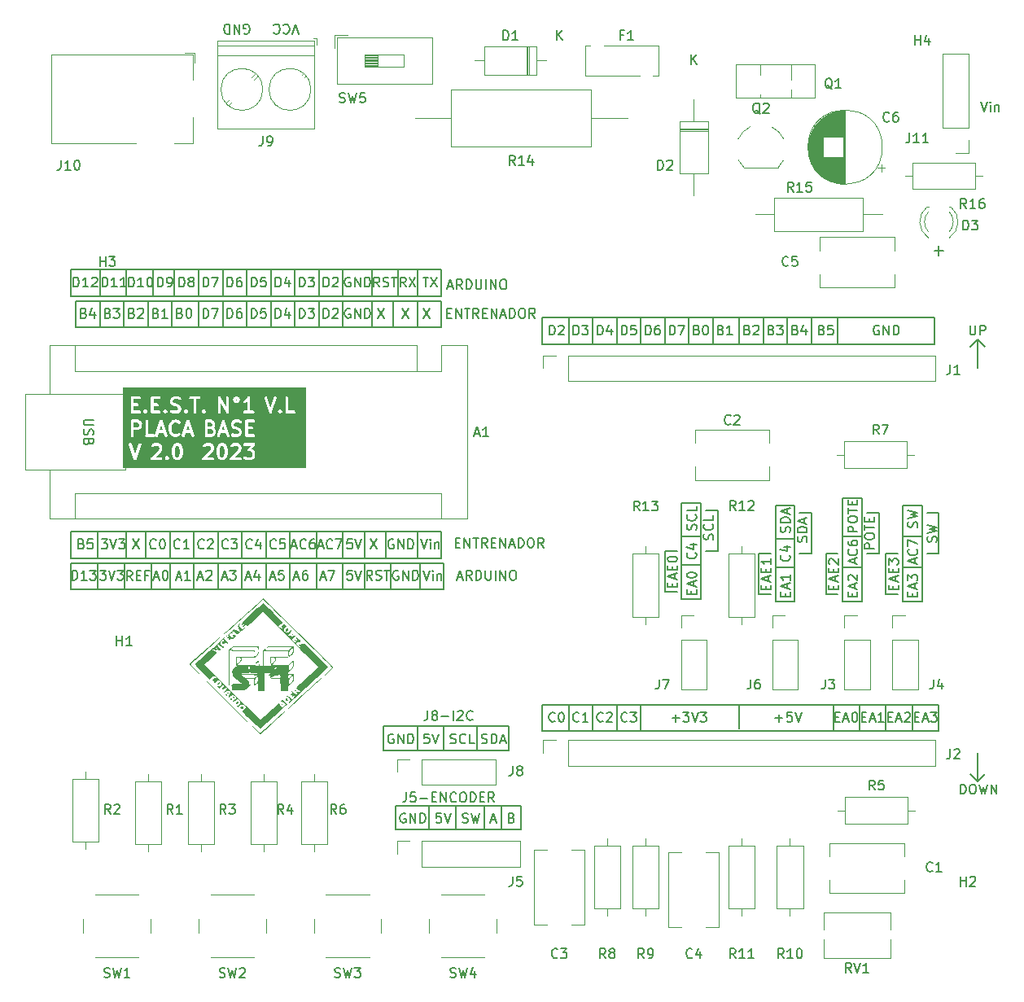
<source format=gbr>
%TF.GenerationSoftware,KiCad,Pcbnew,7.0.0-rc1-unknown-098b03e17a~164~ubuntu22.04.1*%
%TF.CreationDate,2023-01-20T19:13:20-03:00*%
%TF.ProjectId,Placa_base,506c6163-615f-4626-9173-652e6b696361,Rev. 2.0*%
%TF.SameCoordinates,Original*%
%TF.FileFunction,Legend,Top*%
%TF.FilePolarity,Positive*%
%FSLAX46Y46*%
G04 Gerber Fmt 4.6, Leading zero omitted, Abs format (unit mm)*
G04 Created by KiCad (PCBNEW 7.0.0-rc1-unknown-098b03e17a~164~ubuntu22.04.1) date 2023-01-20 19:13:20*
%MOMM*%
%LPD*%
G01*
G04 APERTURE LIST*
%ADD10C,0.150000*%
%ADD11C,0.300000*%
%ADD12C,0.120000*%
G04 APERTURE END LIST*
D10*
X127000000Y-95750000D02*
X127000000Y-93000000D01*
X208250000Y-91000000D02*
X209500000Y-91000000D01*
X209000000Y-63750000D02*
X210000000Y-63750000D01*
X207750000Y-90250000D02*
X207750000Y-100250000D01*
X186500000Y-95000000D02*
X185250000Y-95000000D01*
X192500000Y-93750000D02*
X194500000Y-93750000D01*
X201500000Y-89500000D02*
X201500000Y-100250000D01*
X204000000Y-95250000D02*
X205250000Y-95250000D01*
X152000000Y-95750000D02*
X152000000Y-93000000D01*
X191250000Y-73500000D02*
X191250000Y-70750000D01*
X201250000Y-113750000D02*
X201250000Y-111000000D01*
X184750000Y-90000000D02*
X184750000Y-100000000D01*
X209500000Y-91000000D02*
X209500000Y-95250000D01*
X142500000Y-69000000D02*
X142500000Y-71750000D01*
X190750000Y-99500000D02*
X190750000Y-95250000D01*
X199500000Y-100250000D02*
X199500000Y-89500000D01*
X201500000Y-100250000D02*
X199500000Y-100250000D01*
X119750000Y-69000000D02*
X157750000Y-69000000D01*
X166000000Y-121500000D02*
X153000000Y-121500000D01*
X129500000Y-95750000D02*
X129500000Y-93000000D01*
X204000000Y-99500000D02*
X204000000Y-95250000D01*
X130000000Y-68500000D02*
X130000000Y-65750000D01*
X199000000Y-99500000D02*
X197750000Y-99500000D01*
X176000000Y-73500000D02*
X176000000Y-70750000D01*
X155250000Y-95750000D02*
X155250000Y-93000000D01*
X122250000Y-71750000D02*
X122250000Y-69000000D01*
X157750000Y-68500000D02*
X119250000Y-68500000D01*
X205250000Y-99500000D02*
X204000000Y-99500000D01*
X192500000Y-96750000D02*
X194500000Y-96750000D01*
X205750000Y-96750000D02*
X207750000Y-96750000D01*
X171000000Y-73500000D02*
X171000000Y-70750000D01*
X196250000Y-95250000D02*
X195000000Y-95250000D01*
X153250000Y-68500000D02*
X153250000Y-65750000D01*
X139500000Y-96250000D02*
X139500000Y-99000000D01*
X196250000Y-73500000D02*
X196250000Y-70750000D01*
X178500000Y-73500000D02*
X178500000Y-70750000D01*
X119250000Y-93000000D02*
X157750000Y-93000000D01*
X142500000Y-65750000D02*
X142500000Y-68500000D01*
X135000000Y-68500000D02*
X135000000Y-65750000D01*
X168250000Y-70750000D02*
X209000000Y-70750000D01*
X151750000Y-115750000D02*
X164750000Y-115750000D01*
X182750000Y-96500000D02*
X184750000Y-96500000D01*
X205750000Y-100250000D02*
X205750000Y-90250000D01*
X181000000Y-99250000D02*
X181000000Y-95000000D01*
X212750000Y-118250000D02*
X213500000Y-119000000D01*
X144750000Y-93000000D02*
X144750000Y-95750000D01*
X199500000Y-89500000D02*
X201500000Y-89500000D01*
X137500000Y-68500000D02*
X137500000Y-65750000D01*
X209500000Y-111000000D02*
X209500000Y-113750000D01*
X147500000Y-69000000D02*
X147500000Y-71750000D01*
X159250000Y-124000000D02*
X159250000Y-121500000D01*
X181000000Y-95000000D02*
X182250000Y-95000000D01*
X155250000Y-71750000D02*
X155250000Y-69000000D01*
X150500000Y-71750000D02*
X150500000Y-69000000D01*
X207750000Y-100250000D02*
X205750000Y-100250000D01*
X198500000Y-113750000D02*
X198500000Y-111000000D01*
X153000000Y-124000000D02*
X166000000Y-124000000D01*
X164750000Y-115750000D02*
X164750000Y-113250000D01*
X155250000Y-115750000D02*
X155250000Y-113250000D01*
X145000000Y-69000000D02*
X145000000Y-71750000D01*
X125000000Y-95750000D02*
X125000000Y-93000000D01*
X161500000Y-115750000D02*
X161500000Y-113250000D01*
X158000000Y-99000000D02*
X158000000Y-96250000D01*
X186500000Y-90750000D02*
X186500000Y-95000000D01*
X142000000Y-93000000D02*
X142000000Y-95750000D01*
X214250000Y-73750000D02*
X213500000Y-73000000D01*
X132500000Y-68500000D02*
X132500000Y-65750000D01*
X129500000Y-99000000D02*
X129500000Y-96250000D01*
X155250000Y-68500000D02*
X155250000Y-65750000D01*
X184750000Y-100000000D02*
X182750000Y-100000000D01*
X144750000Y-96250000D02*
X144750000Y-99000000D01*
X168250000Y-113750000D02*
X168250000Y-111000000D01*
X137500000Y-71750000D02*
X137500000Y-69000000D01*
X205750000Y-90250000D02*
X207750000Y-90250000D01*
X142000000Y-96250000D02*
X142000000Y-99000000D01*
X209000000Y-73500000D02*
X168250000Y-73500000D01*
X132000000Y-95750000D02*
X132000000Y-93000000D01*
X157750000Y-71750000D02*
X119750000Y-71750000D01*
X135000000Y-71750000D02*
X135000000Y-69000000D01*
X204000000Y-113750000D02*
X204000000Y-111000000D01*
X119250000Y-95750000D02*
X119250000Y-93000000D01*
X209000000Y-70750000D02*
X209000000Y-73500000D01*
X151750000Y-113250000D02*
X151750000Y-115750000D01*
X137000000Y-95750000D02*
X137000000Y-93000000D01*
X194500000Y-100250000D02*
X192500000Y-100250000D01*
X182750000Y-100000000D02*
X182750000Y-90000000D01*
X176000000Y-113750000D02*
X176000000Y-111000000D01*
X168250000Y-73500000D02*
X168250000Y-70750000D01*
X124800000Y-99000000D02*
X124800000Y-96250000D01*
X152500000Y-99000000D02*
X152500000Y-96250000D01*
X129750000Y-71750000D02*
X129750000Y-69000000D01*
X183500000Y-73500000D02*
X183500000Y-70750000D01*
X164000000Y-124000000D02*
X164000000Y-121500000D01*
X185250000Y-90750000D02*
X186500000Y-90750000D01*
X164750000Y-113250000D02*
X151750000Y-113250000D01*
X197750000Y-99500000D02*
X197750000Y-95250000D01*
X192500000Y-100250000D02*
X192500000Y-90250000D01*
X119250000Y-68500000D02*
X119250000Y-65750000D01*
X145000000Y-65750000D02*
X145000000Y-68500000D01*
X152750000Y-71750000D02*
X152750000Y-69000000D01*
X202000000Y-91000000D02*
X203250000Y-91000000D01*
X173500000Y-73500000D02*
X173500000Y-70750000D01*
X203250000Y-95250000D02*
X202000000Y-95250000D01*
X197750000Y-95250000D02*
X199000000Y-95250000D01*
X140000000Y-65750000D02*
X140000000Y-68500000D01*
X162250000Y-124000000D02*
X162250000Y-121500000D01*
X199500000Y-93500000D02*
X201500000Y-93500000D01*
X122250000Y-68500000D02*
X122250000Y-65750000D01*
X206750000Y-113750000D02*
X206750000Y-111000000D01*
X149750000Y-95750000D02*
X149750000Y-93000000D01*
X132000000Y-99000000D02*
X132000000Y-96250000D01*
X195000000Y-91000000D02*
X196250000Y-91000000D01*
X147500000Y-96250000D02*
X147500000Y-99000000D01*
X209500000Y-64250000D02*
X209500000Y-63250000D01*
X213500000Y-73000000D02*
X214250000Y-73750000D01*
X127250000Y-71750000D02*
X127250000Y-69000000D01*
X158000000Y-115750000D02*
X158000000Y-113250000D01*
X156500000Y-124000000D02*
X156500000Y-121500000D01*
X134500000Y-99000000D02*
X134500000Y-96250000D01*
X122000000Y-99000000D02*
X122000000Y-96250000D01*
X119250000Y-96250000D02*
X158000000Y-96250000D01*
X150500000Y-68500000D02*
X150500000Y-65750000D01*
X127750000Y-68500000D02*
X127750000Y-65750000D01*
X181000000Y-73500000D02*
X181000000Y-70750000D01*
X209500000Y-113750000D02*
X168250000Y-113750000D01*
X134500000Y-95750000D02*
X134500000Y-93000000D01*
X203250000Y-91000000D02*
X203250000Y-95250000D01*
X137000000Y-99000000D02*
X137000000Y-96250000D01*
X199000000Y-73500000D02*
X199000000Y-70750000D01*
X147500000Y-65750000D02*
X147500000Y-68500000D01*
X182750000Y-90000000D02*
X184750000Y-90000000D01*
X205750000Y-93500000D02*
X207750000Y-93500000D01*
X171000000Y-113750000D02*
X171000000Y-111000000D01*
X190750000Y-95250000D02*
X192000000Y-95250000D01*
X158000000Y-99000000D02*
X119250000Y-99000000D01*
X186000000Y-73500000D02*
X186000000Y-70750000D01*
X182250000Y-99250000D02*
X181000000Y-99250000D01*
X168250000Y-111000000D02*
X209500000Y-111000000D01*
X157750000Y-95750000D02*
X157750000Y-93000000D01*
X125000000Y-68500000D02*
X125000000Y-65750000D01*
X192000000Y-99500000D02*
X190750000Y-99500000D01*
X149750000Y-99000000D02*
X149750000Y-96250000D01*
X119250000Y-99000000D02*
X119250000Y-96250000D01*
X124750000Y-71750000D02*
X124750000Y-69000000D01*
X209500000Y-95250000D02*
X208250000Y-95250000D01*
X199500000Y-96750000D02*
X201500000Y-96750000D01*
X213500000Y-119000000D02*
X214250000Y-118250000D01*
X213500000Y-73000000D02*
X212750000Y-73750000D01*
X119250000Y-65750000D02*
X157750000Y-65750000D01*
X140000000Y-69000000D02*
X140000000Y-71750000D01*
X173500000Y-113750000D02*
X173500000Y-111000000D01*
X122000000Y-95750000D02*
X122000000Y-93000000D01*
X178500000Y-113750000D02*
X178500000Y-111000000D01*
X194500000Y-90250000D02*
X194500000Y-100250000D01*
X166000000Y-124000000D02*
X166000000Y-121500000D01*
X153000000Y-121500000D02*
X153000000Y-124000000D01*
X155500000Y-99000000D02*
X155500000Y-96250000D01*
X139500000Y-93000000D02*
X139500000Y-95750000D01*
X132500000Y-71750000D02*
X132500000Y-69000000D01*
X182750000Y-93500000D02*
X184750000Y-93500000D01*
X147500000Y-93000000D02*
X147500000Y-95750000D01*
X193750000Y-73500000D02*
X193750000Y-70750000D01*
X196250000Y-91000000D02*
X196250000Y-95250000D01*
X127600000Y-99000000D02*
X127600000Y-96250000D01*
X157750000Y-71750000D02*
X157750000Y-69000000D01*
X213500000Y-76000000D02*
X213500000Y-73000000D01*
X157750000Y-68500000D02*
X157750000Y-65750000D01*
X188750000Y-111000000D02*
X188750000Y-113500000D01*
X192500000Y-90250000D02*
X194500000Y-90250000D01*
X157750000Y-95750000D02*
X119250000Y-95750000D01*
X213500000Y-119000000D02*
X212750000Y-118250000D01*
X119750000Y-71750000D02*
X119750000Y-69000000D01*
X213500000Y-119000000D02*
X213500000Y-116000000D01*
X188750000Y-70750000D02*
X188750000Y-73500000D01*
X181738095Y-112401428D02*
X182500000Y-112401428D01*
X182119047Y-112782380D02*
X182119047Y-112020476D01*
X182880952Y-111782380D02*
X183499999Y-111782380D01*
X183499999Y-111782380D02*
X183166666Y-112163333D01*
X183166666Y-112163333D02*
X183309523Y-112163333D01*
X183309523Y-112163333D02*
X183404761Y-112210952D01*
X183404761Y-112210952D02*
X183452380Y-112258571D01*
X183452380Y-112258571D02*
X183499999Y-112353809D01*
X183499999Y-112353809D02*
X183499999Y-112591904D01*
X183499999Y-112591904D02*
X183452380Y-112687142D01*
X183452380Y-112687142D02*
X183404761Y-112734761D01*
X183404761Y-112734761D02*
X183309523Y-112782380D01*
X183309523Y-112782380D02*
X183023809Y-112782380D01*
X183023809Y-112782380D02*
X182928571Y-112734761D01*
X182928571Y-112734761D02*
X182880952Y-112687142D01*
X183785714Y-111782380D02*
X184119047Y-112782380D01*
X184119047Y-112782380D02*
X184452380Y-111782380D01*
X184690476Y-111782380D02*
X185309523Y-111782380D01*
X185309523Y-111782380D02*
X184976190Y-112163333D01*
X184976190Y-112163333D02*
X185119047Y-112163333D01*
X185119047Y-112163333D02*
X185214285Y-112210952D01*
X185214285Y-112210952D02*
X185261904Y-112258571D01*
X185261904Y-112258571D02*
X185309523Y-112353809D01*
X185309523Y-112353809D02*
X185309523Y-112591904D01*
X185309523Y-112591904D02*
X185261904Y-112687142D01*
X185261904Y-112687142D02*
X185214285Y-112734761D01*
X185214285Y-112734761D02*
X185119047Y-112782380D01*
X185119047Y-112782380D02*
X184833333Y-112782380D01*
X184833333Y-112782380D02*
X184738095Y-112734761D01*
X184738095Y-112734761D02*
X184690476Y-112687142D01*
X200746666Y-96309523D02*
X200746666Y-95833333D01*
X201032380Y-96404761D02*
X200032380Y-96071428D01*
X200032380Y-96071428D02*
X201032380Y-95738095D01*
X200937142Y-94833333D02*
X200984761Y-94880952D01*
X200984761Y-94880952D02*
X201032380Y-95023809D01*
X201032380Y-95023809D02*
X201032380Y-95119047D01*
X201032380Y-95119047D02*
X200984761Y-95261904D01*
X200984761Y-95261904D02*
X200889523Y-95357142D01*
X200889523Y-95357142D02*
X200794285Y-95404761D01*
X200794285Y-95404761D02*
X200603809Y-95452380D01*
X200603809Y-95452380D02*
X200460952Y-95452380D01*
X200460952Y-95452380D02*
X200270476Y-95404761D01*
X200270476Y-95404761D02*
X200175238Y-95357142D01*
X200175238Y-95357142D02*
X200080000Y-95261904D01*
X200080000Y-95261904D02*
X200032380Y-95119047D01*
X200032380Y-95119047D02*
X200032380Y-95023809D01*
X200032380Y-95023809D02*
X200080000Y-94880952D01*
X200080000Y-94880952D02*
X200127619Y-94833333D01*
X200032380Y-93976190D02*
X200032380Y-94166666D01*
X200032380Y-94166666D02*
X200080000Y-94261904D01*
X200080000Y-94261904D02*
X200127619Y-94309523D01*
X200127619Y-94309523D02*
X200270476Y-94404761D01*
X200270476Y-94404761D02*
X200460952Y-94452380D01*
X200460952Y-94452380D02*
X200841904Y-94452380D01*
X200841904Y-94452380D02*
X200937142Y-94404761D01*
X200937142Y-94404761D02*
X200984761Y-94357142D01*
X200984761Y-94357142D02*
X201032380Y-94261904D01*
X201032380Y-94261904D02*
X201032380Y-94071428D01*
X201032380Y-94071428D02*
X200984761Y-93976190D01*
X200984761Y-93976190D02*
X200937142Y-93928571D01*
X200937142Y-93928571D02*
X200841904Y-93880952D01*
X200841904Y-93880952D02*
X200603809Y-93880952D01*
X200603809Y-93880952D02*
X200508571Y-93928571D01*
X200508571Y-93928571D02*
X200460952Y-93976190D01*
X200460952Y-93976190D02*
X200413333Y-94071428D01*
X200413333Y-94071428D02*
X200413333Y-94261904D01*
X200413333Y-94261904D02*
X200460952Y-94357142D01*
X200460952Y-94357142D02*
X200508571Y-94404761D01*
X200508571Y-94404761D02*
X200603809Y-94452380D01*
X184187142Y-95190476D02*
X184234761Y-95238095D01*
X184234761Y-95238095D02*
X184282380Y-95380952D01*
X184282380Y-95380952D02*
X184282380Y-95476190D01*
X184282380Y-95476190D02*
X184234761Y-95619047D01*
X184234761Y-95619047D02*
X184139523Y-95714285D01*
X184139523Y-95714285D02*
X184044285Y-95761904D01*
X184044285Y-95761904D02*
X183853809Y-95809523D01*
X183853809Y-95809523D02*
X183710952Y-95809523D01*
X183710952Y-95809523D02*
X183520476Y-95761904D01*
X183520476Y-95761904D02*
X183425238Y-95714285D01*
X183425238Y-95714285D02*
X183330000Y-95619047D01*
X183330000Y-95619047D02*
X183282380Y-95476190D01*
X183282380Y-95476190D02*
X183282380Y-95380952D01*
X183282380Y-95380952D02*
X183330000Y-95238095D01*
X183330000Y-95238095D02*
X183377619Y-95190476D01*
X183615714Y-94333333D02*
X184282380Y-94333333D01*
X183234761Y-94571428D02*
X183949047Y-94809523D01*
X183949047Y-94809523D02*
X183949047Y-94190476D01*
X195734761Y-94059523D02*
X195782380Y-93916666D01*
X195782380Y-93916666D02*
X195782380Y-93678571D01*
X195782380Y-93678571D02*
X195734761Y-93583333D01*
X195734761Y-93583333D02*
X195687142Y-93535714D01*
X195687142Y-93535714D02*
X195591904Y-93488095D01*
X195591904Y-93488095D02*
X195496666Y-93488095D01*
X195496666Y-93488095D02*
X195401428Y-93535714D01*
X195401428Y-93535714D02*
X195353809Y-93583333D01*
X195353809Y-93583333D02*
X195306190Y-93678571D01*
X195306190Y-93678571D02*
X195258571Y-93869047D01*
X195258571Y-93869047D02*
X195210952Y-93964285D01*
X195210952Y-93964285D02*
X195163333Y-94011904D01*
X195163333Y-94011904D02*
X195068095Y-94059523D01*
X195068095Y-94059523D02*
X194972857Y-94059523D01*
X194972857Y-94059523D02*
X194877619Y-94011904D01*
X194877619Y-94011904D02*
X194830000Y-93964285D01*
X194830000Y-93964285D02*
X194782380Y-93869047D01*
X194782380Y-93869047D02*
X194782380Y-93630952D01*
X194782380Y-93630952D02*
X194830000Y-93488095D01*
X195782380Y-93059523D02*
X194782380Y-93059523D01*
X194782380Y-93059523D02*
X194782380Y-92821428D01*
X194782380Y-92821428D02*
X194830000Y-92678571D01*
X194830000Y-92678571D02*
X194925238Y-92583333D01*
X194925238Y-92583333D02*
X195020476Y-92535714D01*
X195020476Y-92535714D02*
X195210952Y-92488095D01*
X195210952Y-92488095D02*
X195353809Y-92488095D01*
X195353809Y-92488095D02*
X195544285Y-92535714D01*
X195544285Y-92535714D02*
X195639523Y-92583333D01*
X195639523Y-92583333D02*
X195734761Y-92678571D01*
X195734761Y-92678571D02*
X195782380Y-92821428D01*
X195782380Y-92821428D02*
X195782380Y-93059523D01*
X195496666Y-92107142D02*
X195496666Y-91630952D01*
X195782380Y-92202380D02*
X194782380Y-91869047D01*
X194782380Y-91869047D02*
X195782380Y-91535714D01*
X132988095Y-67532380D02*
X132988095Y-66532380D01*
X132988095Y-66532380D02*
X133226190Y-66532380D01*
X133226190Y-66532380D02*
X133369047Y-66580000D01*
X133369047Y-66580000D02*
X133464285Y-66675238D01*
X133464285Y-66675238D02*
X133511904Y-66770476D01*
X133511904Y-66770476D02*
X133559523Y-66960952D01*
X133559523Y-66960952D02*
X133559523Y-67103809D01*
X133559523Y-67103809D02*
X133511904Y-67294285D01*
X133511904Y-67294285D02*
X133464285Y-67389523D01*
X133464285Y-67389523D02*
X133369047Y-67484761D01*
X133369047Y-67484761D02*
X133226190Y-67532380D01*
X133226190Y-67532380D02*
X132988095Y-67532380D01*
X133892857Y-66532380D02*
X134559523Y-66532380D01*
X134559523Y-66532380D02*
X134130952Y-67532380D01*
X153642857Y-69782380D02*
X154309523Y-70782380D01*
X154309523Y-69782380D02*
X153642857Y-70782380D01*
X201488095Y-112258571D02*
X201821428Y-112258571D01*
X201964285Y-112782380D02*
X201488095Y-112782380D01*
X201488095Y-112782380D02*
X201488095Y-111782380D01*
X201488095Y-111782380D02*
X201964285Y-111782380D01*
X202345238Y-112496666D02*
X202821428Y-112496666D01*
X202250000Y-112782380D02*
X202583333Y-111782380D01*
X202583333Y-111782380D02*
X202916666Y-112782380D01*
X203773809Y-112782380D02*
X203202381Y-112782380D01*
X203488095Y-112782380D02*
X203488095Y-111782380D01*
X203488095Y-111782380D02*
X203392857Y-111925238D01*
X203392857Y-111925238D02*
X203297619Y-112020476D01*
X203297619Y-112020476D02*
X203202381Y-112068095D01*
X206758571Y-99761904D02*
X206758571Y-99428571D01*
X207282380Y-99285714D02*
X207282380Y-99761904D01*
X207282380Y-99761904D02*
X206282380Y-99761904D01*
X206282380Y-99761904D02*
X206282380Y-99285714D01*
X206996666Y-98904761D02*
X206996666Y-98428571D01*
X207282380Y-98999999D02*
X206282380Y-98666666D01*
X206282380Y-98666666D02*
X207282380Y-98333333D01*
X206282380Y-98095237D02*
X206282380Y-97476190D01*
X206282380Y-97476190D02*
X206663333Y-97809523D01*
X206663333Y-97809523D02*
X206663333Y-97666666D01*
X206663333Y-97666666D02*
X206710952Y-97571428D01*
X206710952Y-97571428D02*
X206758571Y-97523809D01*
X206758571Y-97523809D02*
X206853809Y-97476190D01*
X206853809Y-97476190D02*
X207091904Y-97476190D01*
X207091904Y-97476190D02*
X207187142Y-97523809D01*
X207187142Y-97523809D02*
X207234761Y-97571428D01*
X207234761Y-97571428D02*
X207282380Y-97666666D01*
X207282380Y-97666666D02*
X207282380Y-97952380D01*
X207282380Y-97952380D02*
X207234761Y-98047618D01*
X207234761Y-98047618D02*
X207187142Y-98095237D01*
X140559523Y-94687142D02*
X140511904Y-94734761D01*
X140511904Y-94734761D02*
X140369047Y-94782380D01*
X140369047Y-94782380D02*
X140273809Y-94782380D01*
X140273809Y-94782380D02*
X140130952Y-94734761D01*
X140130952Y-94734761D02*
X140035714Y-94639523D01*
X140035714Y-94639523D02*
X139988095Y-94544285D01*
X139988095Y-94544285D02*
X139940476Y-94353809D01*
X139940476Y-94353809D02*
X139940476Y-94210952D01*
X139940476Y-94210952D02*
X139988095Y-94020476D01*
X139988095Y-94020476D02*
X140035714Y-93925238D01*
X140035714Y-93925238D02*
X140130952Y-93830000D01*
X140130952Y-93830000D02*
X140273809Y-93782380D01*
X140273809Y-93782380D02*
X140369047Y-93782380D01*
X140369047Y-93782380D02*
X140511904Y-93830000D01*
X140511904Y-93830000D02*
X140559523Y-93877619D01*
X141464285Y-93782380D02*
X140988095Y-93782380D01*
X140988095Y-93782380D02*
X140940476Y-94258571D01*
X140940476Y-94258571D02*
X140988095Y-94210952D01*
X140988095Y-94210952D02*
X141083333Y-94163333D01*
X141083333Y-94163333D02*
X141321428Y-94163333D01*
X141321428Y-94163333D02*
X141416666Y-94210952D01*
X141416666Y-94210952D02*
X141464285Y-94258571D01*
X141464285Y-94258571D02*
X141511904Y-94353809D01*
X141511904Y-94353809D02*
X141511904Y-94591904D01*
X141511904Y-94591904D02*
X141464285Y-94687142D01*
X141464285Y-94687142D02*
X141416666Y-94734761D01*
X141416666Y-94734761D02*
X141321428Y-94782380D01*
X141321428Y-94782380D02*
X141083333Y-94782380D01*
X141083333Y-94782380D02*
X140988095Y-94734761D01*
X140988095Y-94734761D02*
X140940476Y-94687142D01*
X194571428Y-72008571D02*
X194714285Y-72056190D01*
X194714285Y-72056190D02*
X194761904Y-72103809D01*
X194761904Y-72103809D02*
X194809523Y-72199047D01*
X194809523Y-72199047D02*
X194809523Y-72341904D01*
X194809523Y-72341904D02*
X194761904Y-72437142D01*
X194761904Y-72437142D02*
X194714285Y-72484761D01*
X194714285Y-72484761D02*
X194619047Y-72532380D01*
X194619047Y-72532380D02*
X194238095Y-72532380D01*
X194238095Y-72532380D02*
X194238095Y-71532380D01*
X194238095Y-71532380D02*
X194571428Y-71532380D01*
X194571428Y-71532380D02*
X194666666Y-71580000D01*
X194666666Y-71580000D02*
X194714285Y-71627619D01*
X194714285Y-71627619D02*
X194761904Y-71722857D01*
X194761904Y-71722857D02*
X194761904Y-71818095D01*
X194761904Y-71818095D02*
X194714285Y-71913333D01*
X194714285Y-71913333D02*
X194666666Y-71960952D01*
X194666666Y-71960952D02*
X194571428Y-72008571D01*
X194571428Y-72008571D02*
X194238095Y-72008571D01*
X195666666Y-71865714D02*
X195666666Y-72532380D01*
X195428571Y-71484761D02*
X195190476Y-72199047D01*
X195190476Y-72199047D02*
X195809523Y-72199047D01*
X134940476Y-97746666D02*
X135416666Y-97746666D01*
X134845238Y-98032380D02*
X135178571Y-97032380D01*
X135178571Y-97032380D02*
X135511904Y-98032380D01*
X135750000Y-97032380D02*
X136369047Y-97032380D01*
X136369047Y-97032380D02*
X136035714Y-97413333D01*
X136035714Y-97413333D02*
X136178571Y-97413333D01*
X136178571Y-97413333D02*
X136273809Y-97460952D01*
X136273809Y-97460952D02*
X136321428Y-97508571D01*
X136321428Y-97508571D02*
X136369047Y-97603809D01*
X136369047Y-97603809D02*
X136369047Y-97841904D01*
X136369047Y-97841904D02*
X136321428Y-97937142D01*
X136321428Y-97937142D02*
X136273809Y-97984761D01*
X136273809Y-97984761D02*
X136178571Y-98032380D01*
X136178571Y-98032380D02*
X135892857Y-98032380D01*
X135892857Y-98032380D02*
X135797619Y-97984761D01*
X135797619Y-97984761D02*
X135750000Y-97937142D01*
X177059523Y-112687142D02*
X177011904Y-112734761D01*
X177011904Y-112734761D02*
X176869047Y-112782380D01*
X176869047Y-112782380D02*
X176773809Y-112782380D01*
X176773809Y-112782380D02*
X176630952Y-112734761D01*
X176630952Y-112734761D02*
X176535714Y-112639523D01*
X176535714Y-112639523D02*
X176488095Y-112544285D01*
X176488095Y-112544285D02*
X176440476Y-112353809D01*
X176440476Y-112353809D02*
X176440476Y-112210952D01*
X176440476Y-112210952D02*
X176488095Y-112020476D01*
X176488095Y-112020476D02*
X176535714Y-111925238D01*
X176535714Y-111925238D02*
X176630952Y-111830000D01*
X176630952Y-111830000D02*
X176773809Y-111782380D01*
X176773809Y-111782380D02*
X176869047Y-111782380D01*
X176869047Y-111782380D02*
X177011904Y-111830000D01*
X177011904Y-111830000D02*
X177059523Y-111877619D01*
X177392857Y-111782380D02*
X178011904Y-111782380D01*
X178011904Y-111782380D02*
X177678571Y-112163333D01*
X177678571Y-112163333D02*
X177821428Y-112163333D01*
X177821428Y-112163333D02*
X177916666Y-112210952D01*
X177916666Y-112210952D02*
X177964285Y-112258571D01*
X177964285Y-112258571D02*
X178011904Y-112353809D01*
X178011904Y-112353809D02*
X178011904Y-112591904D01*
X178011904Y-112591904D02*
X177964285Y-112687142D01*
X177964285Y-112687142D02*
X177916666Y-112734761D01*
X177916666Y-112734761D02*
X177821428Y-112782380D01*
X177821428Y-112782380D02*
X177535714Y-112782380D01*
X177535714Y-112782380D02*
X177440476Y-112734761D01*
X177440476Y-112734761D02*
X177392857Y-112687142D01*
X204238095Y-112258571D02*
X204571428Y-112258571D01*
X204714285Y-112782380D02*
X204238095Y-112782380D01*
X204238095Y-112782380D02*
X204238095Y-111782380D01*
X204238095Y-111782380D02*
X204714285Y-111782380D01*
X205095238Y-112496666D02*
X205571428Y-112496666D01*
X205000000Y-112782380D02*
X205333333Y-111782380D01*
X205333333Y-111782380D02*
X205666666Y-112782380D01*
X205952381Y-111877619D02*
X206000000Y-111830000D01*
X206000000Y-111830000D02*
X206095238Y-111782380D01*
X206095238Y-111782380D02*
X206333333Y-111782380D01*
X206333333Y-111782380D02*
X206428571Y-111830000D01*
X206428571Y-111830000D02*
X206476190Y-111877619D01*
X206476190Y-111877619D02*
X206523809Y-111972857D01*
X206523809Y-111972857D02*
X206523809Y-112068095D01*
X206523809Y-112068095D02*
X206476190Y-112210952D01*
X206476190Y-112210952D02*
X205904762Y-112782380D01*
X205904762Y-112782380D02*
X206523809Y-112782380D01*
X204758571Y-99011904D02*
X204758571Y-98678571D01*
X205282380Y-98535714D02*
X205282380Y-99011904D01*
X205282380Y-99011904D02*
X204282380Y-99011904D01*
X204282380Y-99011904D02*
X204282380Y-98535714D01*
X204996666Y-98154761D02*
X204996666Y-97678571D01*
X205282380Y-98249999D02*
X204282380Y-97916666D01*
X204282380Y-97916666D02*
X205282380Y-97583333D01*
X204758571Y-97249999D02*
X204758571Y-96916666D01*
X205282380Y-96773809D02*
X205282380Y-97249999D01*
X205282380Y-97249999D02*
X204282380Y-97249999D01*
X204282380Y-97249999D02*
X204282380Y-96773809D01*
X204282380Y-96440475D02*
X204282380Y-95821428D01*
X204282380Y-95821428D02*
X204663333Y-96154761D01*
X204663333Y-96154761D02*
X204663333Y-96011904D01*
X204663333Y-96011904D02*
X204710952Y-95916666D01*
X204710952Y-95916666D02*
X204758571Y-95869047D01*
X204758571Y-95869047D02*
X204853809Y-95821428D01*
X204853809Y-95821428D02*
X205091904Y-95821428D01*
X205091904Y-95821428D02*
X205187142Y-95869047D01*
X205187142Y-95869047D02*
X205234761Y-95916666D01*
X205234761Y-95916666D02*
X205282380Y-96011904D01*
X205282380Y-96011904D02*
X205282380Y-96297618D01*
X205282380Y-96297618D02*
X205234761Y-96392856D01*
X205234761Y-96392856D02*
X205187142Y-96440475D01*
X173988095Y-72532380D02*
X173988095Y-71532380D01*
X173988095Y-71532380D02*
X174226190Y-71532380D01*
X174226190Y-71532380D02*
X174369047Y-71580000D01*
X174369047Y-71580000D02*
X174464285Y-71675238D01*
X174464285Y-71675238D02*
X174511904Y-71770476D01*
X174511904Y-71770476D02*
X174559523Y-71960952D01*
X174559523Y-71960952D02*
X174559523Y-72103809D01*
X174559523Y-72103809D02*
X174511904Y-72294285D01*
X174511904Y-72294285D02*
X174464285Y-72389523D01*
X174464285Y-72389523D02*
X174369047Y-72484761D01*
X174369047Y-72484761D02*
X174226190Y-72532380D01*
X174226190Y-72532380D02*
X173988095Y-72532380D01*
X175416666Y-71865714D02*
X175416666Y-72532380D01*
X175178571Y-71484761D02*
X174940476Y-72199047D01*
X174940476Y-72199047D02*
X175559523Y-72199047D01*
X130190476Y-97746666D02*
X130666666Y-97746666D01*
X130095238Y-98032380D02*
X130428571Y-97032380D01*
X130428571Y-97032380D02*
X130761904Y-98032380D01*
X131619047Y-98032380D02*
X131047619Y-98032380D01*
X131333333Y-98032380D02*
X131333333Y-97032380D01*
X131333333Y-97032380D02*
X131238095Y-97175238D01*
X131238095Y-97175238D02*
X131142857Y-97270476D01*
X131142857Y-97270476D02*
X131047619Y-97318095D01*
X123071428Y-70258571D02*
X123214285Y-70306190D01*
X123214285Y-70306190D02*
X123261904Y-70353809D01*
X123261904Y-70353809D02*
X123309523Y-70449047D01*
X123309523Y-70449047D02*
X123309523Y-70591904D01*
X123309523Y-70591904D02*
X123261904Y-70687142D01*
X123261904Y-70687142D02*
X123214285Y-70734761D01*
X123214285Y-70734761D02*
X123119047Y-70782380D01*
X123119047Y-70782380D02*
X122738095Y-70782380D01*
X122738095Y-70782380D02*
X122738095Y-69782380D01*
X122738095Y-69782380D02*
X123071428Y-69782380D01*
X123071428Y-69782380D02*
X123166666Y-69830000D01*
X123166666Y-69830000D02*
X123214285Y-69877619D01*
X123214285Y-69877619D02*
X123261904Y-69972857D01*
X123261904Y-69972857D02*
X123261904Y-70068095D01*
X123261904Y-70068095D02*
X123214285Y-70163333D01*
X123214285Y-70163333D02*
X123166666Y-70210952D01*
X123166666Y-70210952D02*
X123071428Y-70258571D01*
X123071428Y-70258571D02*
X122738095Y-70258571D01*
X123642857Y-69782380D02*
X124261904Y-69782380D01*
X124261904Y-69782380D02*
X123928571Y-70163333D01*
X123928571Y-70163333D02*
X124071428Y-70163333D01*
X124071428Y-70163333D02*
X124166666Y-70210952D01*
X124166666Y-70210952D02*
X124214285Y-70258571D01*
X124214285Y-70258571D02*
X124261904Y-70353809D01*
X124261904Y-70353809D02*
X124261904Y-70591904D01*
X124261904Y-70591904D02*
X124214285Y-70687142D01*
X124214285Y-70687142D02*
X124166666Y-70734761D01*
X124166666Y-70734761D02*
X124071428Y-70782380D01*
X124071428Y-70782380D02*
X123785714Y-70782380D01*
X123785714Y-70782380D02*
X123690476Y-70734761D01*
X123690476Y-70734761D02*
X123642857Y-70687142D01*
X165071428Y-122758571D02*
X165214285Y-122806190D01*
X165214285Y-122806190D02*
X165261904Y-122853809D01*
X165261904Y-122853809D02*
X165309523Y-122949047D01*
X165309523Y-122949047D02*
X165309523Y-123091904D01*
X165309523Y-123091904D02*
X165261904Y-123187142D01*
X165261904Y-123187142D02*
X165214285Y-123234761D01*
X165214285Y-123234761D02*
X165119047Y-123282380D01*
X165119047Y-123282380D02*
X164738095Y-123282380D01*
X164738095Y-123282380D02*
X164738095Y-122282380D01*
X164738095Y-122282380D02*
X165071428Y-122282380D01*
X165071428Y-122282380D02*
X165166666Y-122330000D01*
X165166666Y-122330000D02*
X165214285Y-122377619D01*
X165214285Y-122377619D02*
X165261904Y-122472857D01*
X165261904Y-122472857D02*
X165261904Y-122568095D01*
X165261904Y-122568095D02*
X165214285Y-122663333D01*
X165214285Y-122663333D02*
X165166666Y-122710952D01*
X165166666Y-122710952D02*
X165071428Y-122758571D01*
X165071428Y-122758571D02*
X164738095Y-122758571D01*
X135488095Y-70782380D02*
X135488095Y-69782380D01*
X135488095Y-69782380D02*
X135726190Y-69782380D01*
X135726190Y-69782380D02*
X135869047Y-69830000D01*
X135869047Y-69830000D02*
X135964285Y-69925238D01*
X135964285Y-69925238D02*
X136011904Y-70020476D01*
X136011904Y-70020476D02*
X136059523Y-70210952D01*
X136059523Y-70210952D02*
X136059523Y-70353809D01*
X136059523Y-70353809D02*
X136011904Y-70544285D01*
X136011904Y-70544285D02*
X135964285Y-70639523D01*
X135964285Y-70639523D02*
X135869047Y-70734761D01*
X135869047Y-70734761D02*
X135726190Y-70782380D01*
X135726190Y-70782380D02*
X135488095Y-70782380D01*
X136916666Y-69782380D02*
X136726190Y-69782380D01*
X136726190Y-69782380D02*
X136630952Y-69830000D01*
X136630952Y-69830000D02*
X136583333Y-69877619D01*
X136583333Y-69877619D02*
X136488095Y-70020476D01*
X136488095Y-70020476D02*
X136440476Y-70210952D01*
X136440476Y-70210952D02*
X136440476Y-70591904D01*
X136440476Y-70591904D02*
X136488095Y-70687142D01*
X136488095Y-70687142D02*
X136535714Y-70734761D01*
X136535714Y-70734761D02*
X136630952Y-70782380D01*
X136630952Y-70782380D02*
X136821428Y-70782380D01*
X136821428Y-70782380D02*
X136916666Y-70734761D01*
X136916666Y-70734761D02*
X136964285Y-70687142D01*
X136964285Y-70687142D02*
X137011904Y-70591904D01*
X137011904Y-70591904D02*
X137011904Y-70353809D01*
X137011904Y-70353809D02*
X136964285Y-70258571D01*
X136964285Y-70258571D02*
X136916666Y-70210952D01*
X136916666Y-70210952D02*
X136821428Y-70163333D01*
X136821428Y-70163333D02*
X136630952Y-70163333D01*
X136630952Y-70163333D02*
X136535714Y-70210952D01*
X136535714Y-70210952D02*
X136488095Y-70258571D01*
X136488095Y-70258571D02*
X136440476Y-70353809D01*
X138059523Y-94687142D02*
X138011904Y-94734761D01*
X138011904Y-94734761D02*
X137869047Y-94782380D01*
X137869047Y-94782380D02*
X137773809Y-94782380D01*
X137773809Y-94782380D02*
X137630952Y-94734761D01*
X137630952Y-94734761D02*
X137535714Y-94639523D01*
X137535714Y-94639523D02*
X137488095Y-94544285D01*
X137488095Y-94544285D02*
X137440476Y-94353809D01*
X137440476Y-94353809D02*
X137440476Y-94210952D01*
X137440476Y-94210952D02*
X137488095Y-94020476D01*
X137488095Y-94020476D02*
X137535714Y-93925238D01*
X137535714Y-93925238D02*
X137630952Y-93830000D01*
X137630952Y-93830000D02*
X137773809Y-93782380D01*
X137773809Y-93782380D02*
X137869047Y-93782380D01*
X137869047Y-93782380D02*
X138011904Y-93830000D01*
X138011904Y-93830000D02*
X138059523Y-93877619D01*
X138916666Y-94115714D02*
X138916666Y-94782380D01*
X138678571Y-93734761D02*
X138440476Y-94449047D01*
X138440476Y-94449047D02*
X139059523Y-94449047D01*
X148464285Y-93782380D02*
X147988095Y-93782380D01*
X147988095Y-93782380D02*
X147940476Y-94258571D01*
X147940476Y-94258571D02*
X147988095Y-94210952D01*
X147988095Y-94210952D02*
X148083333Y-94163333D01*
X148083333Y-94163333D02*
X148321428Y-94163333D01*
X148321428Y-94163333D02*
X148416666Y-94210952D01*
X148416666Y-94210952D02*
X148464285Y-94258571D01*
X148464285Y-94258571D02*
X148511904Y-94353809D01*
X148511904Y-94353809D02*
X148511904Y-94591904D01*
X148511904Y-94591904D02*
X148464285Y-94687142D01*
X148464285Y-94687142D02*
X148416666Y-94734761D01*
X148416666Y-94734761D02*
X148321428Y-94782380D01*
X148321428Y-94782380D02*
X148083333Y-94782380D01*
X148083333Y-94782380D02*
X147988095Y-94734761D01*
X147988095Y-94734761D02*
X147940476Y-94687142D01*
X148797619Y-93782380D02*
X149130952Y-94782380D01*
X149130952Y-94782380D02*
X149464285Y-93782380D01*
X171488095Y-72532380D02*
X171488095Y-71532380D01*
X171488095Y-71532380D02*
X171726190Y-71532380D01*
X171726190Y-71532380D02*
X171869047Y-71580000D01*
X171869047Y-71580000D02*
X171964285Y-71675238D01*
X171964285Y-71675238D02*
X172011904Y-71770476D01*
X172011904Y-71770476D02*
X172059523Y-71960952D01*
X172059523Y-71960952D02*
X172059523Y-72103809D01*
X172059523Y-72103809D02*
X172011904Y-72294285D01*
X172011904Y-72294285D02*
X171964285Y-72389523D01*
X171964285Y-72389523D02*
X171869047Y-72484761D01*
X171869047Y-72484761D02*
X171726190Y-72532380D01*
X171726190Y-72532380D02*
X171488095Y-72532380D01*
X172392857Y-71532380D02*
X173011904Y-71532380D01*
X173011904Y-71532380D02*
X172678571Y-71913333D01*
X172678571Y-71913333D02*
X172821428Y-71913333D01*
X172821428Y-71913333D02*
X172916666Y-71960952D01*
X172916666Y-71960952D02*
X172964285Y-72008571D01*
X172964285Y-72008571D02*
X173011904Y-72103809D01*
X173011904Y-72103809D02*
X173011904Y-72341904D01*
X173011904Y-72341904D02*
X172964285Y-72437142D01*
X172964285Y-72437142D02*
X172916666Y-72484761D01*
X172916666Y-72484761D02*
X172821428Y-72532380D01*
X172821428Y-72532380D02*
X172535714Y-72532380D01*
X172535714Y-72532380D02*
X172440476Y-72484761D01*
X172440476Y-72484761D02*
X172392857Y-72437142D01*
X133059523Y-94687142D02*
X133011904Y-94734761D01*
X133011904Y-94734761D02*
X132869047Y-94782380D01*
X132869047Y-94782380D02*
X132773809Y-94782380D01*
X132773809Y-94782380D02*
X132630952Y-94734761D01*
X132630952Y-94734761D02*
X132535714Y-94639523D01*
X132535714Y-94639523D02*
X132488095Y-94544285D01*
X132488095Y-94544285D02*
X132440476Y-94353809D01*
X132440476Y-94353809D02*
X132440476Y-94210952D01*
X132440476Y-94210952D02*
X132488095Y-94020476D01*
X132488095Y-94020476D02*
X132535714Y-93925238D01*
X132535714Y-93925238D02*
X132630952Y-93830000D01*
X132630952Y-93830000D02*
X132773809Y-93782380D01*
X132773809Y-93782380D02*
X132869047Y-93782380D01*
X132869047Y-93782380D02*
X133011904Y-93830000D01*
X133011904Y-93830000D02*
X133059523Y-93877619D01*
X133440476Y-93877619D02*
X133488095Y-93830000D01*
X133488095Y-93830000D02*
X133583333Y-93782380D01*
X133583333Y-93782380D02*
X133821428Y-93782380D01*
X133821428Y-93782380D02*
X133916666Y-93830000D01*
X133916666Y-93830000D02*
X133964285Y-93877619D01*
X133964285Y-93877619D02*
X134011904Y-93972857D01*
X134011904Y-93972857D02*
X134011904Y-94068095D01*
X134011904Y-94068095D02*
X133964285Y-94210952D01*
X133964285Y-94210952D02*
X133392857Y-94782380D01*
X133392857Y-94782380D02*
X134011904Y-94782380D01*
X193984761Y-93059523D02*
X194032380Y-92916666D01*
X194032380Y-92916666D02*
X194032380Y-92678571D01*
X194032380Y-92678571D02*
X193984761Y-92583333D01*
X193984761Y-92583333D02*
X193937142Y-92535714D01*
X193937142Y-92535714D02*
X193841904Y-92488095D01*
X193841904Y-92488095D02*
X193746666Y-92488095D01*
X193746666Y-92488095D02*
X193651428Y-92535714D01*
X193651428Y-92535714D02*
X193603809Y-92583333D01*
X193603809Y-92583333D02*
X193556190Y-92678571D01*
X193556190Y-92678571D02*
X193508571Y-92869047D01*
X193508571Y-92869047D02*
X193460952Y-92964285D01*
X193460952Y-92964285D02*
X193413333Y-93011904D01*
X193413333Y-93011904D02*
X193318095Y-93059523D01*
X193318095Y-93059523D02*
X193222857Y-93059523D01*
X193222857Y-93059523D02*
X193127619Y-93011904D01*
X193127619Y-93011904D02*
X193080000Y-92964285D01*
X193080000Y-92964285D02*
X193032380Y-92869047D01*
X193032380Y-92869047D02*
X193032380Y-92630952D01*
X193032380Y-92630952D02*
X193080000Y-92488095D01*
X194032380Y-92059523D02*
X193032380Y-92059523D01*
X193032380Y-92059523D02*
X193032380Y-91821428D01*
X193032380Y-91821428D02*
X193080000Y-91678571D01*
X193080000Y-91678571D02*
X193175238Y-91583333D01*
X193175238Y-91583333D02*
X193270476Y-91535714D01*
X193270476Y-91535714D02*
X193460952Y-91488095D01*
X193460952Y-91488095D02*
X193603809Y-91488095D01*
X193603809Y-91488095D02*
X193794285Y-91535714D01*
X193794285Y-91535714D02*
X193889523Y-91583333D01*
X193889523Y-91583333D02*
X193984761Y-91678571D01*
X193984761Y-91678571D02*
X194032380Y-91821428D01*
X194032380Y-91821428D02*
X194032380Y-92059523D01*
X193746666Y-91107142D02*
X193746666Y-90630952D01*
X194032380Y-91202380D02*
X193032380Y-90869047D01*
X193032380Y-90869047D02*
X194032380Y-90535714D01*
X183758571Y-99511904D02*
X183758571Y-99178571D01*
X184282380Y-99035714D02*
X184282380Y-99511904D01*
X184282380Y-99511904D02*
X183282380Y-99511904D01*
X183282380Y-99511904D02*
X183282380Y-99035714D01*
X183996666Y-98654761D02*
X183996666Y-98178571D01*
X184282380Y-98749999D02*
X183282380Y-98416666D01*
X183282380Y-98416666D02*
X184282380Y-98083333D01*
X183282380Y-97559523D02*
X183282380Y-97464285D01*
X183282380Y-97464285D02*
X183330000Y-97369047D01*
X183330000Y-97369047D02*
X183377619Y-97321428D01*
X183377619Y-97321428D02*
X183472857Y-97273809D01*
X183472857Y-97273809D02*
X183663333Y-97226190D01*
X183663333Y-97226190D02*
X183901428Y-97226190D01*
X183901428Y-97226190D02*
X184091904Y-97273809D01*
X184091904Y-97273809D02*
X184187142Y-97321428D01*
X184187142Y-97321428D02*
X184234761Y-97369047D01*
X184234761Y-97369047D02*
X184282380Y-97464285D01*
X184282380Y-97464285D02*
X184282380Y-97559523D01*
X184282380Y-97559523D02*
X184234761Y-97654761D01*
X184234761Y-97654761D02*
X184187142Y-97702380D01*
X184187142Y-97702380D02*
X184091904Y-97749999D01*
X184091904Y-97749999D02*
X183901428Y-97797618D01*
X183901428Y-97797618D02*
X183663333Y-97797618D01*
X183663333Y-97797618D02*
X183472857Y-97749999D01*
X183472857Y-97749999D02*
X183377619Y-97702380D01*
X183377619Y-97702380D02*
X183330000Y-97654761D01*
X183330000Y-97654761D02*
X183282380Y-97559523D01*
X156464285Y-114032380D02*
X155988095Y-114032380D01*
X155988095Y-114032380D02*
X155940476Y-114508571D01*
X155940476Y-114508571D02*
X155988095Y-114460952D01*
X155988095Y-114460952D02*
X156083333Y-114413333D01*
X156083333Y-114413333D02*
X156321428Y-114413333D01*
X156321428Y-114413333D02*
X156416666Y-114460952D01*
X156416666Y-114460952D02*
X156464285Y-114508571D01*
X156464285Y-114508571D02*
X156511904Y-114603809D01*
X156511904Y-114603809D02*
X156511904Y-114841904D01*
X156511904Y-114841904D02*
X156464285Y-114937142D01*
X156464285Y-114937142D02*
X156416666Y-114984761D01*
X156416666Y-114984761D02*
X156321428Y-115032380D01*
X156321428Y-115032380D02*
X156083333Y-115032380D01*
X156083333Y-115032380D02*
X155988095Y-114984761D01*
X155988095Y-114984761D02*
X155940476Y-114937142D01*
X156797619Y-114032380D02*
X157130952Y-115032380D01*
X157130952Y-115032380D02*
X157464285Y-114032380D01*
X206988095Y-112258571D02*
X207321428Y-112258571D01*
X207464285Y-112782380D02*
X206988095Y-112782380D01*
X206988095Y-112782380D02*
X206988095Y-111782380D01*
X206988095Y-111782380D02*
X207464285Y-111782380D01*
X207845238Y-112496666D02*
X208321428Y-112496666D01*
X207750000Y-112782380D02*
X208083333Y-111782380D01*
X208083333Y-111782380D02*
X208416666Y-112782380D01*
X208654762Y-111782380D02*
X209273809Y-111782380D01*
X209273809Y-111782380D02*
X208940476Y-112163333D01*
X208940476Y-112163333D02*
X209083333Y-112163333D01*
X209083333Y-112163333D02*
X209178571Y-112210952D01*
X209178571Y-112210952D02*
X209226190Y-112258571D01*
X209226190Y-112258571D02*
X209273809Y-112353809D01*
X209273809Y-112353809D02*
X209273809Y-112591904D01*
X209273809Y-112591904D02*
X209226190Y-112687142D01*
X209226190Y-112687142D02*
X209178571Y-112734761D01*
X209178571Y-112734761D02*
X209083333Y-112782380D01*
X209083333Y-112782380D02*
X208797619Y-112782380D01*
X208797619Y-112782380D02*
X208702381Y-112734761D01*
X208702381Y-112734761D02*
X208654762Y-112687142D01*
X181758571Y-98761904D02*
X181758571Y-98428571D01*
X182282380Y-98285714D02*
X182282380Y-98761904D01*
X182282380Y-98761904D02*
X181282380Y-98761904D01*
X181282380Y-98761904D02*
X181282380Y-98285714D01*
X181996666Y-97904761D02*
X181996666Y-97428571D01*
X182282380Y-97999999D02*
X181282380Y-97666666D01*
X181282380Y-97666666D02*
X182282380Y-97333333D01*
X181758571Y-96999999D02*
X181758571Y-96666666D01*
X182282380Y-96523809D02*
X182282380Y-96999999D01*
X182282380Y-96999999D02*
X181282380Y-96999999D01*
X181282380Y-96999999D02*
X181282380Y-96523809D01*
X181282380Y-95904761D02*
X181282380Y-95809523D01*
X181282380Y-95809523D02*
X181330000Y-95714285D01*
X181330000Y-95714285D02*
X181377619Y-95666666D01*
X181377619Y-95666666D02*
X181472857Y-95619047D01*
X181472857Y-95619047D02*
X181663333Y-95571428D01*
X181663333Y-95571428D02*
X181901428Y-95571428D01*
X181901428Y-95571428D02*
X182091904Y-95619047D01*
X182091904Y-95619047D02*
X182187142Y-95666666D01*
X182187142Y-95666666D02*
X182234761Y-95714285D01*
X182234761Y-95714285D02*
X182282380Y-95809523D01*
X182282380Y-95809523D02*
X182282380Y-95904761D01*
X182282380Y-95904761D02*
X182234761Y-95999999D01*
X182234761Y-95999999D02*
X182187142Y-96047618D01*
X182187142Y-96047618D02*
X182091904Y-96095237D01*
X182091904Y-96095237D02*
X181901428Y-96142856D01*
X181901428Y-96142856D02*
X181663333Y-96142856D01*
X181663333Y-96142856D02*
X181472857Y-96095237D01*
X181472857Y-96095237D02*
X181377619Y-96047618D01*
X181377619Y-96047618D02*
X181330000Y-95999999D01*
X181330000Y-95999999D02*
X181282380Y-95904761D01*
X201032380Y-93011904D02*
X200032380Y-93011904D01*
X200032380Y-93011904D02*
X200032380Y-92630952D01*
X200032380Y-92630952D02*
X200080000Y-92535714D01*
X200080000Y-92535714D02*
X200127619Y-92488095D01*
X200127619Y-92488095D02*
X200222857Y-92440476D01*
X200222857Y-92440476D02*
X200365714Y-92440476D01*
X200365714Y-92440476D02*
X200460952Y-92488095D01*
X200460952Y-92488095D02*
X200508571Y-92535714D01*
X200508571Y-92535714D02*
X200556190Y-92630952D01*
X200556190Y-92630952D02*
X200556190Y-93011904D01*
X200032380Y-91821428D02*
X200032380Y-91630952D01*
X200032380Y-91630952D02*
X200080000Y-91535714D01*
X200080000Y-91535714D02*
X200175238Y-91440476D01*
X200175238Y-91440476D02*
X200365714Y-91392857D01*
X200365714Y-91392857D02*
X200699047Y-91392857D01*
X200699047Y-91392857D02*
X200889523Y-91440476D01*
X200889523Y-91440476D02*
X200984761Y-91535714D01*
X200984761Y-91535714D02*
X201032380Y-91630952D01*
X201032380Y-91630952D02*
X201032380Y-91821428D01*
X201032380Y-91821428D02*
X200984761Y-91916666D01*
X200984761Y-91916666D02*
X200889523Y-92011904D01*
X200889523Y-92011904D02*
X200699047Y-92059523D01*
X200699047Y-92059523D02*
X200365714Y-92059523D01*
X200365714Y-92059523D02*
X200175238Y-92011904D01*
X200175238Y-92011904D02*
X200080000Y-91916666D01*
X200080000Y-91916666D02*
X200032380Y-91821428D01*
X200032380Y-91107142D02*
X200032380Y-90535714D01*
X201032380Y-90821428D02*
X200032380Y-90821428D01*
X200508571Y-90202380D02*
X200508571Y-89869047D01*
X201032380Y-89726190D02*
X201032380Y-90202380D01*
X201032380Y-90202380D02*
X200032380Y-90202380D01*
X200032380Y-90202380D02*
X200032380Y-89726190D01*
X150559523Y-98032380D02*
X150226190Y-97556190D01*
X149988095Y-98032380D02*
X149988095Y-97032380D01*
X149988095Y-97032380D02*
X150369047Y-97032380D01*
X150369047Y-97032380D02*
X150464285Y-97080000D01*
X150464285Y-97080000D02*
X150511904Y-97127619D01*
X150511904Y-97127619D02*
X150559523Y-97222857D01*
X150559523Y-97222857D02*
X150559523Y-97365714D01*
X150559523Y-97365714D02*
X150511904Y-97460952D01*
X150511904Y-97460952D02*
X150464285Y-97508571D01*
X150464285Y-97508571D02*
X150369047Y-97556190D01*
X150369047Y-97556190D02*
X149988095Y-97556190D01*
X150940476Y-97984761D02*
X151083333Y-98032380D01*
X151083333Y-98032380D02*
X151321428Y-98032380D01*
X151321428Y-98032380D02*
X151416666Y-97984761D01*
X151416666Y-97984761D02*
X151464285Y-97937142D01*
X151464285Y-97937142D02*
X151511904Y-97841904D01*
X151511904Y-97841904D02*
X151511904Y-97746666D01*
X151511904Y-97746666D02*
X151464285Y-97651428D01*
X151464285Y-97651428D02*
X151416666Y-97603809D01*
X151416666Y-97603809D02*
X151321428Y-97556190D01*
X151321428Y-97556190D02*
X151130952Y-97508571D01*
X151130952Y-97508571D02*
X151035714Y-97460952D01*
X151035714Y-97460952D02*
X150988095Y-97413333D01*
X150988095Y-97413333D02*
X150940476Y-97318095D01*
X150940476Y-97318095D02*
X150940476Y-97222857D01*
X150940476Y-97222857D02*
X150988095Y-97127619D01*
X150988095Y-97127619D02*
X151035714Y-97080000D01*
X151035714Y-97080000D02*
X151130952Y-97032380D01*
X151130952Y-97032380D02*
X151369047Y-97032380D01*
X151369047Y-97032380D02*
X151511904Y-97080000D01*
X151797619Y-97032380D02*
X152369047Y-97032380D01*
X152083333Y-98032380D02*
X152083333Y-97032380D01*
X158690476Y-114984761D02*
X158833333Y-115032380D01*
X158833333Y-115032380D02*
X159071428Y-115032380D01*
X159071428Y-115032380D02*
X159166666Y-114984761D01*
X159166666Y-114984761D02*
X159214285Y-114937142D01*
X159214285Y-114937142D02*
X159261904Y-114841904D01*
X159261904Y-114841904D02*
X159261904Y-114746666D01*
X159261904Y-114746666D02*
X159214285Y-114651428D01*
X159214285Y-114651428D02*
X159166666Y-114603809D01*
X159166666Y-114603809D02*
X159071428Y-114556190D01*
X159071428Y-114556190D02*
X158880952Y-114508571D01*
X158880952Y-114508571D02*
X158785714Y-114460952D01*
X158785714Y-114460952D02*
X158738095Y-114413333D01*
X158738095Y-114413333D02*
X158690476Y-114318095D01*
X158690476Y-114318095D02*
X158690476Y-114222857D01*
X158690476Y-114222857D02*
X158738095Y-114127619D01*
X158738095Y-114127619D02*
X158785714Y-114080000D01*
X158785714Y-114080000D02*
X158880952Y-114032380D01*
X158880952Y-114032380D02*
X159119047Y-114032380D01*
X159119047Y-114032380D02*
X159261904Y-114080000D01*
X160261904Y-114937142D02*
X160214285Y-114984761D01*
X160214285Y-114984761D02*
X160071428Y-115032380D01*
X160071428Y-115032380D02*
X159976190Y-115032380D01*
X159976190Y-115032380D02*
X159833333Y-114984761D01*
X159833333Y-114984761D02*
X159738095Y-114889523D01*
X159738095Y-114889523D02*
X159690476Y-114794285D01*
X159690476Y-114794285D02*
X159642857Y-114603809D01*
X159642857Y-114603809D02*
X159642857Y-114460952D01*
X159642857Y-114460952D02*
X159690476Y-114270476D01*
X159690476Y-114270476D02*
X159738095Y-114175238D01*
X159738095Y-114175238D02*
X159833333Y-114080000D01*
X159833333Y-114080000D02*
X159976190Y-114032380D01*
X159976190Y-114032380D02*
X160071428Y-114032380D01*
X160071428Y-114032380D02*
X160214285Y-114080000D01*
X160214285Y-114080000D02*
X160261904Y-114127619D01*
X161166666Y-115032380D02*
X160690476Y-115032380D01*
X160690476Y-115032380D02*
X160690476Y-114032380D01*
X206996666Y-96309523D02*
X206996666Y-95833333D01*
X207282380Y-96404761D02*
X206282380Y-96071428D01*
X206282380Y-96071428D02*
X207282380Y-95738095D01*
X207187142Y-94833333D02*
X207234761Y-94880952D01*
X207234761Y-94880952D02*
X207282380Y-95023809D01*
X207282380Y-95023809D02*
X207282380Y-95119047D01*
X207282380Y-95119047D02*
X207234761Y-95261904D01*
X207234761Y-95261904D02*
X207139523Y-95357142D01*
X207139523Y-95357142D02*
X207044285Y-95404761D01*
X207044285Y-95404761D02*
X206853809Y-95452380D01*
X206853809Y-95452380D02*
X206710952Y-95452380D01*
X206710952Y-95452380D02*
X206520476Y-95404761D01*
X206520476Y-95404761D02*
X206425238Y-95357142D01*
X206425238Y-95357142D02*
X206330000Y-95261904D01*
X206330000Y-95261904D02*
X206282380Y-95119047D01*
X206282380Y-95119047D02*
X206282380Y-95023809D01*
X206282380Y-95023809D02*
X206330000Y-94880952D01*
X206330000Y-94880952D02*
X206377619Y-94833333D01*
X206282380Y-94499999D02*
X206282380Y-93833333D01*
X206282380Y-93833333D02*
X207282380Y-94261904D01*
X120321428Y-94258571D02*
X120464285Y-94306190D01*
X120464285Y-94306190D02*
X120511904Y-94353809D01*
X120511904Y-94353809D02*
X120559523Y-94449047D01*
X120559523Y-94449047D02*
X120559523Y-94591904D01*
X120559523Y-94591904D02*
X120511904Y-94687142D01*
X120511904Y-94687142D02*
X120464285Y-94734761D01*
X120464285Y-94734761D02*
X120369047Y-94782380D01*
X120369047Y-94782380D02*
X119988095Y-94782380D01*
X119988095Y-94782380D02*
X119988095Y-93782380D01*
X119988095Y-93782380D02*
X120321428Y-93782380D01*
X120321428Y-93782380D02*
X120416666Y-93830000D01*
X120416666Y-93830000D02*
X120464285Y-93877619D01*
X120464285Y-93877619D02*
X120511904Y-93972857D01*
X120511904Y-93972857D02*
X120511904Y-94068095D01*
X120511904Y-94068095D02*
X120464285Y-94163333D01*
X120464285Y-94163333D02*
X120416666Y-94210952D01*
X120416666Y-94210952D02*
X120321428Y-94258571D01*
X120321428Y-94258571D02*
X119988095Y-94258571D01*
X121464285Y-93782380D02*
X120988095Y-93782380D01*
X120988095Y-93782380D02*
X120940476Y-94258571D01*
X120940476Y-94258571D02*
X120988095Y-94210952D01*
X120988095Y-94210952D02*
X121083333Y-94163333D01*
X121083333Y-94163333D02*
X121321428Y-94163333D01*
X121321428Y-94163333D02*
X121416666Y-94210952D01*
X121416666Y-94210952D02*
X121464285Y-94258571D01*
X121464285Y-94258571D02*
X121511904Y-94353809D01*
X121511904Y-94353809D02*
X121511904Y-94591904D01*
X121511904Y-94591904D02*
X121464285Y-94687142D01*
X121464285Y-94687142D02*
X121416666Y-94734761D01*
X121416666Y-94734761D02*
X121321428Y-94782380D01*
X121321428Y-94782380D02*
X121083333Y-94782380D01*
X121083333Y-94782380D02*
X120988095Y-94734761D01*
X120988095Y-94734761D02*
X120940476Y-94687142D01*
X132988095Y-70782380D02*
X132988095Y-69782380D01*
X132988095Y-69782380D02*
X133226190Y-69782380D01*
X133226190Y-69782380D02*
X133369047Y-69830000D01*
X133369047Y-69830000D02*
X133464285Y-69925238D01*
X133464285Y-69925238D02*
X133511904Y-70020476D01*
X133511904Y-70020476D02*
X133559523Y-70210952D01*
X133559523Y-70210952D02*
X133559523Y-70353809D01*
X133559523Y-70353809D02*
X133511904Y-70544285D01*
X133511904Y-70544285D02*
X133464285Y-70639523D01*
X133464285Y-70639523D02*
X133369047Y-70734761D01*
X133369047Y-70734761D02*
X133226190Y-70782380D01*
X133226190Y-70782380D02*
X132988095Y-70782380D01*
X133892857Y-69782380D02*
X134559523Y-69782380D01*
X134559523Y-69782380D02*
X134130952Y-70782380D01*
X159440476Y-97746666D02*
X159916666Y-97746666D01*
X159345238Y-98032380D02*
X159678571Y-97032380D01*
X159678571Y-97032380D02*
X160011904Y-98032380D01*
X160916666Y-98032380D02*
X160583333Y-97556190D01*
X160345238Y-98032380D02*
X160345238Y-97032380D01*
X160345238Y-97032380D02*
X160726190Y-97032380D01*
X160726190Y-97032380D02*
X160821428Y-97080000D01*
X160821428Y-97080000D02*
X160869047Y-97127619D01*
X160869047Y-97127619D02*
X160916666Y-97222857D01*
X160916666Y-97222857D02*
X160916666Y-97365714D01*
X160916666Y-97365714D02*
X160869047Y-97460952D01*
X160869047Y-97460952D02*
X160821428Y-97508571D01*
X160821428Y-97508571D02*
X160726190Y-97556190D01*
X160726190Y-97556190D02*
X160345238Y-97556190D01*
X161345238Y-98032380D02*
X161345238Y-97032380D01*
X161345238Y-97032380D02*
X161583333Y-97032380D01*
X161583333Y-97032380D02*
X161726190Y-97080000D01*
X161726190Y-97080000D02*
X161821428Y-97175238D01*
X161821428Y-97175238D02*
X161869047Y-97270476D01*
X161869047Y-97270476D02*
X161916666Y-97460952D01*
X161916666Y-97460952D02*
X161916666Y-97603809D01*
X161916666Y-97603809D02*
X161869047Y-97794285D01*
X161869047Y-97794285D02*
X161821428Y-97889523D01*
X161821428Y-97889523D02*
X161726190Y-97984761D01*
X161726190Y-97984761D02*
X161583333Y-98032380D01*
X161583333Y-98032380D02*
X161345238Y-98032380D01*
X162345238Y-97032380D02*
X162345238Y-97841904D01*
X162345238Y-97841904D02*
X162392857Y-97937142D01*
X162392857Y-97937142D02*
X162440476Y-97984761D01*
X162440476Y-97984761D02*
X162535714Y-98032380D01*
X162535714Y-98032380D02*
X162726190Y-98032380D01*
X162726190Y-98032380D02*
X162821428Y-97984761D01*
X162821428Y-97984761D02*
X162869047Y-97937142D01*
X162869047Y-97937142D02*
X162916666Y-97841904D01*
X162916666Y-97841904D02*
X162916666Y-97032380D01*
X163392857Y-98032380D02*
X163392857Y-97032380D01*
X163869047Y-98032380D02*
X163869047Y-97032380D01*
X163869047Y-97032380D02*
X164440475Y-98032380D01*
X164440475Y-98032380D02*
X164440475Y-97032380D01*
X165107142Y-97032380D02*
X165297618Y-97032380D01*
X165297618Y-97032380D02*
X165392856Y-97080000D01*
X165392856Y-97080000D02*
X165488094Y-97175238D01*
X165488094Y-97175238D02*
X165535713Y-97365714D01*
X165535713Y-97365714D02*
X165535713Y-97699047D01*
X165535713Y-97699047D02*
X165488094Y-97889523D01*
X165488094Y-97889523D02*
X165392856Y-97984761D01*
X165392856Y-97984761D02*
X165297618Y-98032380D01*
X165297618Y-98032380D02*
X165107142Y-98032380D01*
X165107142Y-98032380D02*
X165011904Y-97984761D01*
X165011904Y-97984761D02*
X164916666Y-97889523D01*
X164916666Y-97889523D02*
X164869047Y-97699047D01*
X164869047Y-97699047D02*
X164869047Y-97365714D01*
X164869047Y-97365714D02*
X164916666Y-97175238D01*
X164916666Y-97175238D02*
X165011904Y-97080000D01*
X165011904Y-97080000D02*
X165107142Y-97032380D01*
X162940476Y-122996666D02*
X163416666Y-122996666D01*
X162845238Y-123282380D02*
X163178571Y-122282380D01*
X163178571Y-122282380D02*
X163511904Y-123282380D01*
X168988095Y-72532380D02*
X168988095Y-71532380D01*
X168988095Y-71532380D02*
X169226190Y-71532380D01*
X169226190Y-71532380D02*
X169369047Y-71580000D01*
X169369047Y-71580000D02*
X169464285Y-71675238D01*
X169464285Y-71675238D02*
X169511904Y-71770476D01*
X169511904Y-71770476D02*
X169559523Y-71960952D01*
X169559523Y-71960952D02*
X169559523Y-72103809D01*
X169559523Y-72103809D02*
X169511904Y-72294285D01*
X169511904Y-72294285D02*
X169464285Y-72389523D01*
X169464285Y-72389523D02*
X169369047Y-72484761D01*
X169369047Y-72484761D02*
X169226190Y-72532380D01*
X169226190Y-72532380D02*
X168988095Y-72532380D01*
X169940476Y-71627619D02*
X169988095Y-71580000D01*
X169988095Y-71580000D02*
X170083333Y-71532380D01*
X170083333Y-71532380D02*
X170321428Y-71532380D01*
X170321428Y-71532380D02*
X170416666Y-71580000D01*
X170416666Y-71580000D02*
X170464285Y-71627619D01*
X170464285Y-71627619D02*
X170511904Y-71722857D01*
X170511904Y-71722857D02*
X170511904Y-71818095D01*
X170511904Y-71818095D02*
X170464285Y-71960952D01*
X170464285Y-71960952D02*
X169892857Y-72532380D01*
X169892857Y-72532380D02*
X170511904Y-72532380D01*
X142190476Y-94496666D02*
X142666666Y-94496666D01*
X142095238Y-94782380D02*
X142428571Y-93782380D01*
X142428571Y-93782380D02*
X142761904Y-94782380D01*
X143666666Y-94687142D02*
X143619047Y-94734761D01*
X143619047Y-94734761D02*
X143476190Y-94782380D01*
X143476190Y-94782380D02*
X143380952Y-94782380D01*
X143380952Y-94782380D02*
X143238095Y-94734761D01*
X143238095Y-94734761D02*
X143142857Y-94639523D01*
X143142857Y-94639523D02*
X143095238Y-94544285D01*
X143095238Y-94544285D02*
X143047619Y-94353809D01*
X143047619Y-94353809D02*
X143047619Y-94210952D01*
X143047619Y-94210952D02*
X143095238Y-94020476D01*
X143095238Y-94020476D02*
X143142857Y-93925238D01*
X143142857Y-93925238D02*
X143238095Y-93830000D01*
X143238095Y-93830000D02*
X143380952Y-93782380D01*
X143380952Y-93782380D02*
X143476190Y-93782380D01*
X143476190Y-93782380D02*
X143619047Y-93830000D01*
X143619047Y-93830000D02*
X143666666Y-93877619D01*
X144523809Y-93782380D02*
X144333333Y-93782380D01*
X144333333Y-93782380D02*
X144238095Y-93830000D01*
X144238095Y-93830000D02*
X144190476Y-93877619D01*
X144190476Y-93877619D02*
X144095238Y-94020476D01*
X144095238Y-94020476D02*
X144047619Y-94210952D01*
X144047619Y-94210952D02*
X144047619Y-94591904D01*
X144047619Y-94591904D02*
X144095238Y-94687142D01*
X144095238Y-94687142D02*
X144142857Y-94734761D01*
X144142857Y-94734761D02*
X144238095Y-94782380D01*
X144238095Y-94782380D02*
X144428571Y-94782380D01*
X144428571Y-94782380D02*
X144523809Y-94734761D01*
X144523809Y-94734761D02*
X144571428Y-94687142D01*
X144571428Y-94687142D02*
X144619047Y-94591904D01*
X144619047Y-94591904D02*
X144619047Y-94353809D01*
X144619047Y-94353809D02*
X144571428Y-94258571D01*
X144571428Y-94258571D02*
X144523809Y-94210952D01*
X144523809Y-94210952D02*
X144428571Y-94163333D01*
X144428571Y-94163333D02*
X144238095Y-94163333D01*
X144238095Y-94163333D02*
X144142857Y-94210952D01*
X144142857Y-94210952D02*
X144095238Y-94258571D01*
X144095238Y-94258571D02*
X144047619Y-94353809D01*
X152761904Y-93830000D02*
X152666666Y-93782380D01*
X152666666Y-93782380D02*
X152523809Y-93782380D01*
X152523809Y-93782380D02*
X152380952Y-93830000D01*
X152380952Y-93830000D02*
X152285714Y-93925238D01*
X152285714Y-93925238D02*
X152238095Y-94020476D01*
X152238095Y-94020476D02*
X152190476Y-94210952D01*
X152190476Y-94210952D02*
X152190476Y-94353809D01*
X152190476Y-94353809D02*
X152238095Y-94544285D01*
X152238095Y-94544285D02*
X152285714Y-94639523D01*
X152285714Y-94639523D02*
X152380952Y-94734761D01*
X152380952Y-94734761D02*
X152523809Y-94782380D01*
X152523809Y-94782380D02*
X152619047Y-94782380D01*
X152619047Y-94782380D02*
X152761904Y-94734761D01*
X152761904Y-94734761D02*
X152809523Y-94687142D01*
X152809523Y-94687142D02*
X152809523Y-94353809D01*
X152809523Y-94353809D02*
X152619047Y-94353809D01*
X153238095Y-94782380D02*
X153238095Y-93782380D01*
X153238095Y-93782380D02*
X153809523Y-94782380D01*
X153809523Y-94782380D02*
X153809523Y-93782380D01*
X154285714Y-94782380D02*
X154285714Y-93782380D01*
X154285714Y-93782380D02*
X154523809Y-93782380D01*
X154523809Y-93782380D02*
X154666666Y-93830000D01*
X154666666Y-93830000D02*
X154761904Y-93925238D01*
X154761904Y-93925238D02*
X154809523Y-94020476D01*
X154809523Y-94020476D02*
X154857142Y-94210952D01*
X154857142Y-94210952D02*
X154857142Y-94353809D01*
X154857142Y-94353809D02*
X154809523Y-94544285D01*
X154809523Y-94544285D02*
X154761904Y-94639523D01*
X154761904Y-94639523D02*
X154666666Y-94734761D01*
X154666666Y-94734761D02*
X154523809Y-94782380D01*
X154523809Y-94782380D02*
X154285714Y-94782380D01*
X139940476Y-97746666D02*
X140416666Y-97746666D01*
X139845238Y-98032380D02*
X140178571Y-97032380D01*
X140178571Y-97032380D02*
X140511904Y-98032380D01*
X141321428Y-97032380D02*
X140845238Y-97032380D01*
X140845238Y-97032380D02*
X140797619Y-97508571D01*
X140797619Y-97508571D02*
X140845238Y-97460952D01*
X140845238Y-97460952D02*
X140940476Y-97413333D01*
X140940476Y-97413333D02*
X141178571Y-97413333D01*
X141178571Y-97413333D02*
X141273809Y-97460952D01*
X141273809Y-97460952D02*
X141321428Y-97508571D01*
X141321428Y-97508571D02*
X141369047Y-97603809D01*
X141369047Y-97603809D02*
X141369047Y-97841904D01*
X141369047Y-97841904D02*
X141321428Y-97937142D01*
X141321428Y-97937142D02*
X141273809Y-97984761D01*
X141273809Y-97984761D02*
X141178571Y-98032380D01*
X141178571Y-98032380D02*
X140940476Y-98032380D01*
X140940476Y-98032380D02*
X140845238Y-97984761D01*
X140845238Y-97984761D02*
X140797619Y-97937142D01*
X155845238Y-97032380D02*
X156178571Y-98032380D01*
X156178571Y-98032380D02*
X156511904Y-97032380D01*
X156845238Y-98032380D02*
X156845238Y-97365714D01*
X156845238Y-97032380D02*
X156797619Y-97080000D01*
X156797619Y-97080000D02*
X156845238Y-97127619D01*
X156845238Y-97127619D02*
X156892857Y-97080000D01*
X156892857Y-97080000D02*
X156845238Y-97032380D01*
X156845238Y-97032380D02*
X156845238Y-97127619D01*
X157321428Y-97365714D02*
X157321428Y-98032380D01*
X157321428Y-97460952D02*
X157369047Y-97413333D01*
X157369047Y-97413333D02*
X157464285Y-97365714D01*
X157464285Y-97365714D02*
X157607142Y-97365714D01*
X157607142Y-97365714D02*
X157702380Y-97413333D01*
X157702380Y-97413333D02*
X157749999Y-97508571D01*
X157749999Y-97508571D02*
X157749999Y-98032380D01*
X128238095Y-67532380D02*
X128238095Y-66532380D01*
X128238095Y-66532380D02*
X128476190Y-66532380D01*
X128476190Y-66532380D02*
X128619047Y-66580000D01*
X128619047Y-66580000D02*
X128714285Y-66675238D01*
X128714285Y-66675238D02*
X128761904Y-66770476D01*
X128761904Y-66770476D02*
X128809523Y-66960952D01*
X128809523Y-66960952D02*
X128809523Y-67103809D01*
X128809523Y-67103809D02*
X128761904Y-67294285D01*
X128761904Y-67294285D02*
X128714285Y-67389523D01*
X128714285Y-67389523D02*
X128619047Y-67484761D01*
X128619047Y-67484761D02*
X128476190Y-67532380D01*
X128476190Y-67532380D02*
X128238095Y-67532380D01*
X129285714Y-67532380D02*
X129476190Y-67532380D01*
X129476190Y-67532380D02*
X129571428Y-67484761D01*
X129571428Y-67484761D02*
X129619047Y-67437142D01*
X129619047Y-67437142D02*
X129714285Y-67294285D01*
X129714285Y-67294285D02*
X129761904Y-67103809D01*
X129761904Y-67103809D02*
X129761904Y-66722857D01*
X129761904Y-66722857D02*
X129714285Y-66627619D01*
X129714285Y-66627619D02*
X129666666Y-66580000D01*
X129666666Y-66580000D02*
X129571428Y-66532380D01*
X129571428Y-66532380D02*
X129380952Y-66532380D01*
X129380952Y-66532380D02*
X129285714Y-66580000D01*
X129285714Y-66580000D02*
X129238095Y-66627619D01*
X129238095Y-66627619D02*
X129190476Y-66722857D01*
X129190476Y-66722857D02*
X129190476Y-66960952D01*
X129190476Y-66960952D02*
X129238095Y-67056190D01*
X129238095Y-67056190D02*
X129285714Y-67103809D01*
X129285714Y-67103809D02*
X129380952Y-67151428D01*
X129380952Y-67151428D02*
X129571428Y-67151428D01*
X129571428Y-67151428D02*
X129666666Y-67103809D01*
X129666666Y-67103809D02*
X129714285Y-67056190D01*
X129714285Y-67056190D02*
X129761904Y-66960952D01*
X152761904Y-114080000D02*
X152666666Y-114032380D01*
X152666666Y-114032380D02*
X152523809Y-114032380D01*
X152523809Y-114032380D02*
X152380952Y-114080000D01*
X152380952Y-114080000D02*
X152285714Y-114175238D01*
X152285714Y-114175238D02*
X152238095Y-114270476D01*
X152238095Y-114270476D02*
X152190476Y-114460952D01*
X152190476Y-114460952D02*
X152190476Y-114603809D01*
X152190476Y-114603809D02*
X152238095Y-114794285D01*
X152238095Y-114794285D02*
X152285714Y-114889523D01*
X152285714Y-114889523D02*
X152380952Y-114984761D01*
X152380952Y-114984761D02*
X152523809Y-115032380D01*
X152523809Y-115032380D02*
X152619047Y-115032380D01*
X152619047Y-115032380D02*
X152761904Y-114984761D01*
X152761904Y-114984761D02*
X152809523Y-114937142D01*
X152809523Y-114937142D02*
X152809523Y-114603809D01*
X152809523Y-114603809D02*
X152619047Y-114603809D01*
X153238095Y-115032380D02*
X153238095Y-114032380D01*
X153238095Y-114032380D02*
X153809523Y-115032380D01*
X153809523Y-115032380D02*
X153809523Y-114032380D01*
X154285714Y-115032380D02*
X154285714Y-114032380D01*
X154285714Y-114032380D02*
X154523809Y-114032380D01*
X154523809Y-114032380D02*
X154666666Y-114080000D01*
X154666666Y-114080000D02*
X154761904Y-114175238D01*
X154761904Y-114175238D02*
X154809523Y-114270476D01*
X154809523Y-114270476D02*
X154857142Y-114460952D01*
X154857142Y-114460952D02*
X154857142Y-114603809D01*
X154857142Y-114603809D02*
X154809523Y-114794285D01*
X154809523Y-114794285D02*
X154761904Y-114889523D01*
X154761904Y-114889523D02*
X154666666Y-114984761D01*
X154666666Y-114984761D02*
X154523809Y-115032380D01*
X154523809Y-115032380D02*
X154285714Y-115032380D01*
X148261904Y-69830000D02*
X148166666Y-69782380D01*
X148166666Y-69782380D02*
X148023809Y-69782380D01*
X148023809Y-69782380D02*
X147880952Y-69830000D01*
X147880952Y-69830000D02*
X147785714Y-69925238D01*
X147785714Y-69925238D02*
X147738095Y-70020476D01*
X147738095Y-70020476D02*
X147690476Y-70210952D01*
X147690476Y-70210952D02*
X147690476Y-70353809D01*
X147690476Y-70353809D02*
X147738095Y-70544285D01*
X147738095Y-70544285D02*
X147785714Y-70639523D01*
X147785714Y-70639523D02*
X147880952Y-70734761D01*
X147880952Y-70734761D02*
X148023809Y-70782380D01*
X148023809Y-70782380D02*
X148119047Y-70782380D01*
X148119047Y-70782380D02*
X148261904Y-70734761D01*
X148261904Y-70734761D02*
X148309523Y-70687142D01*
X148309523Y-70687142D02*
X148309523Y-70353809D01*
X148309523Y-70353809D02*
X148119047Y-70353809D01*
X148738095Y-70782380D02*
X148738095Y-69782380D01*
X148738095Y-69782380D02*
X149309523Y-70782380D01*
X149309523Y-70782380D02*
X149309523Y-69782380D01*
X149785714Y-70782380D02*
X149785714Y-69782380D01*
X149785714Y-69782380D02*
X150023809Y-69782380D01*
X150023809Y-69782380D02*
X150166666Y-69830000D01*
X150166666Y-69830000D02*
X150261904Y-69925238D01*
X150261904Y-69925238D02*
X150309523Y-70020476D01*
X150309523Y-70020476D02*
X150357142Y-70210952D01*
X150357142Y-70210952D02*
X150357142Y-70353809D01*
X150357142Y-70353809D02*
X150309523Y-70544285D01*
X150309523Y-70544285D02*
X150261904Y-70639523D01*
X150261904Y-70639523D02*
X150166666Y-70734761D01*
X150166666Y-70734761D02*
X150023809Y-70782380D01*
X150023809Y-70782380D02*
X149785714Y-70782380D01*
X185984761Y-93809523D02*
X186032380Y-93666666D01*
X186032380Y-93666666D02*
X186032380Y-93428571D01*
X186032380Y-93428571D02*
X185984761Y-93333333D01*
X185984761Y-93333333D02*
X185937142Y-93285714D01*
X185937142Y-93285714D02*
X185841904Y-93238095D01*
X185841904Y-93238095D02*
X185746666Y-93238095D01*
X185746666Y-93238095D02*
X185651428Y-93285714D01*
X185651428Y-93285714D02*
X185603809Y-93333333D01*
X185603809Y-93333333D02*
X185556190Y-93428571D01*
X185556190Y-93428571D02*
X185508571Y-93619047D01*
X185508571Y-93619047D02*
X185460952Y-93714285D01*
X185460952Y-93714285D02*
X185413333Y-93761904D01*
X185413333Y-93761904D02*
X185318095Y-93809523D01*
X185318095Y-93809523D02*
X185222857Y-93809523D01*
X185222857Y-93809523D02*
X185127619Y-93761904D01*
X185127619Y-93761904D02*
X185080000Y-93714285D01*
X185080000Y-93714285D02*
X185032380Y-93619047D01*
X185032380Y-93619047D02*
X185032380Y-93380952D01*
X185032380Y-93380952D02*
X185080000Y-93238095D01*
X185937142Y-92238095D02*
X185984761Y-92285714D01*
X185984761Y-92285714D02*
X186032380Y-92428571D01*
X186032380Y-92428571D02*
X186032380Y-92523809D01*
X186032380Y-92523809D02*
X185984761Y-92666666D01*
X185984761Y-92666666D02*
X185889523Y-92761904D01*
X185889523Y-92761904D02*
X185794285Y-92809523D01*
X185794285Y-92809523D02*
X185603809Y-92857142D01*
X185603809Y-92857142D02*
X185460952Y-92857142D01*
X185460952Y-92857142D02*
X185270476Y-92809523D01*
X185270476Y-92809523D02*
X185175238Y-92761904D01*
X185175238Y-92761904D02*
X185080000Y-92666666D01*
X185080000Y-92666666D02*
X185032380Y-92523809D01*
X185032380Y-92523809D02*
X185032380Y-92428571D01*
X185032380Y-92428571D02*
X185080000Y-92285714D01*
X185080000Y-92285714D02*
X185127619Y-92238095D01*
X186032380Y-91333333D02*
X186032380Y-91809523D01*
X186032380Y-91809523D02*
X185032380Y-91809523D01*
X128059523Y-94687142D02*
X128011904Y-94734761D01*
X128011904Y-94734761D02*
X127869047Y-94782380D01*
X127869047Y-94782380D02*
X127773809Y-94782380D01*
X127773809Y-94782380D02*
X127630952Y-94734761D01*
X127630952Y-94734761D02*
X127535714Y-94639523D01*
X127535714Y-94639523D02*
X127488095Y-94544285D01*
X127488095Y-94544285D02*
X127440476Y-94353809D01*
X127440476Y-94353809D02*
X127440476Y-94210952D01*
X127440476Y-94210952D02*
X127488095Y-94020476D01*
X127488095Y-94020476D02*
X127535714Y-93925238D01*
X127535714Y-93925238D02*
X127630952Y-93830000D01*
X127630952Y-93830000D02*
X127773809Y-93782380D01*
X127773809Y-93782380D02*
X127869047Y-93782380D01*
X127869047Y-93782380D02*
X128011904Y-93830000D01*
X128011904Y-93830000D02*
X128059523Y-93877619D01*
X128678571Y-93782380D02*
X128773809Y-93782380D01*
X128773809Y-93782380D02*
X128869047Y-93830000D01*
X128869047Y-93830000D02*
X128916666Y-93877619D01*
X128916666Y-93877619D02*
X128964285Y-93972857D01*
X128964285Y-93972857D02*
X129011904Y-94163333D01*
X129011904Y-94163333D02*
X129011904Y-94401428D01*
X129011904Y-94401428D02*
X128964285Y-94591904D01*
X128964285Y-94591904D02*
X128916666Y-94687142D01*
X128916666Y-94687142D02*
X128869047Y-94734761D01*
X128869047Y-94734761D02*
X128773809Y-94782380D01*
X128773809Y-94782380D02*
X128678571Y-94782380D01*
X128678571Y-94782380D02*
X128583333Y-94734761D01*
X128583333Y-94734761D02*
X128535714Y-94687142D01*
X128535714Y-94687142D02*
X128488095Y-94591904D01*
X128488095Y-94591904D02*
X128440476Y-94401428D01*
X128440476Y-94401428D02*
X128440476Y-94163333D01*
X128440476Y-94163333D02*
X128488095Y-93972857D01*
X128488095Y-93972857D02*
X128535714Y-93877619D01*
X128535714Y-93877619D02*
X128583333Y-93830000D01*
X128583333Y-93830000D02*
X128678571Y-93782380D01*
X211738095Y-120282380D02*
X211738095Y-119282380D01*
X211738095Y-119282380D02*
X211976190Y-119282380D01*
X211976190Y-119282380D02*
X212119047Y-119330000D01*
X212119047Y-119330000D02*
X212214285Y-119425238D01*
X212214285Y-119425238D02*
X212261904Y-119520476D01*
X212261904Y-119520476D02*
X212309523Y-119710952D01*
X212309523Y-119710952D02*
X212309523Y-119853809D01*
X212309523Y-119853809D02*
X212261904Y-120044285D01*
X212261904Y-120044285D02*
X212214285Y-120139523D01*
X212214285Y-120139523D02*
X212119047Y-120234761D01*
X212119047Y-120234761D02*
X211976190Y-120282380D01*
X211976190Y-120282380D02*
X211738095Y-120282380D01*
X212928571Y-119282380D02*
X213119047Y-119282380D01*
X213119047Y-119282380D02*
X213214285Y-119330000D01*
X213214285Y-119330000D02*
X213309523Y-119425238D01*
X213309523Y-119425238D02*
X213357142Y-119615714D01*
X213357142Y-119615714D02*
X213357142Y-119949047D01*
X213357142Y-119949047D02*
X213309523Y-120139523D01*
X213309523Y-120139523D02*
X213214285Y-120234761D01*
X213214285Y-120234761D02*
X213119047Y-120282380D01*
X213119047Y-120282380D02*
X212928571Y-120282380D01*
X212928571Y-120282380D02*
X212833333Y-120234761D01*
X212833333Y-120234761D02*
X212738095Y-120139523D01*
X212738095Y-120139523D02*
X212690476Y-119949047D01*
X212690476Y-119949047D02*
X212690476Y-119615714D01*
X212690476Y-119615714D02*
X212738095Y-119425238D01*
X212738095Y-119425238D02*
X212833333Y-119330000D01*
X212833333Y-119330000D02*
X212928571Y-119282380D01*
X213690476Y-119282380D02*
X213928571Y-120282380D01*
X213928571Y-120282380D02*
X214119047Y-119568095D01*
X214119047Y-119568095D02*
X214309523Y-120282380D01*
X214309523Y-120282380D02*
X214547619Y-119282380D01*
X214928571Y-120282380D02*
X214928571Y-119282380D01*
X214928571Y-119282380D02*
X215499999Y-120282380D01*
X215499999Y-120282380D02*
X215499999Y-119282380D01*
X209234761Y-94059523D02*
X209282380Y-93916666D01*
X209282380Y-93916666D02*
X209282380Y-93678571D01*
X209282380Y-93678571D02*
X209234761Y-93583333D01*
X209234761Y-93583333D02*
X209187142Y-93535714D01*
X209187142Y-93535714D02*
X209091904Y-93488095D01*
X209091904Y-93488095D02*
X208996666Y-93488095D01*
X208996666Y-93488095D02*
X208901428Y-93535714D01*
X208901428Y-93535714D02*
X208853809Y-93583333D01*
X208853809Y-93583333D02*
X208806190Y-93678571D01*
X208806190Y-93678571D02*
X208758571Y-93869047D01*
X208758571Y-93869047D02*
X208710952Y-93964285D01*
X208710952Y-93964285D02*
X208663333Y-94011904D01*
X208663333Y-94011904D02*
X208568095Y-94059523D01*
X208568095Y-94059523D02*
X208472857Y-94059523D01*
X208472857Y-94059523D02*
X208377619Y-94011904D01*
X208377619Y-94011904D02*
X208330000Y-93964285D01*
X208330000Y-93964285D02*
X208282380Y-93869047D01*
X208282380Y-93869047D02*
X208282380Y-93630952D01*
X208282380Y-93630952D02*
X208330000Y-93488095D01*
X208282380Y-93154761D02*
X209282380Y-92916666D01*
X209282380Y-92916666D02*
X208568095Y-92726190D01*
X208568095Y-92726190D02*
X209282380Y-92535714D01*
X209282380Y-92535714D02*
X208282380Y-92297619D01*
X122488095Y-67532380D02*
X122488095Y-66532380D01*
X122488095Y-66532380D02*
X122726190Y-66532380D01*
X122726190Y-66532380D02*
X122869047Y-66580000D01*
X122869047Y-66580000D02*
X122964285Y-66675238D01*
X122964285Y-66675238D02*
X123011904Y-66770476D01*
X123011904Y-66770476D02*
X123059523Y-66960952D01*
X123059523Y-66960952D02*
X123059523Y-67103809D01*
X123059523Y-67103809D02*
X123011904Y-67294285D01*
X123011904Y-67294285D02*
X122964285Y-67389523D01*
X122964285Y-67389523D02*
X122869047Y-67484761D01*
X122869047Y-67484761D02*
X122726190Y-67532380D01*
X122726190Y-67532380D02*
X122488095Y-67532380D01*
X124011904Y-67532380D02*
X123440476Y-67532380D01*
X123726190Y-67532380D02*
X123726190Y-66532380D01*
X123726190Y-66532380D02*
X123630952Y-66675238D01*
X123630952Y-66675238D02*
X123535714Y-66770476D01*
X123535714Y-66770476D02*
X123440476Y-66818095D01*
X124964285Y-67532380D02*
X124392857Y-67532380D01*
X124678571Y-67532380D02*
X124678571Y-66532380D01*
X124678571Y-66532380D02*
X124583333Y-66675238D01*
X124583333Y-66675238D02*
X124488095Y-66770476D01*
X124488095Y-66770476D02*
X124392857Y-66818095D01*
X207234761Y-92559523D02*
X207282380Y-92416666D01*
X207282380Y-92416666D02*
X207282380Y-92178571D01*
X207282380Y-92178571D02*
X207234761Y-92083333D01*
X207234761Y-92083333D02*
X207187142Y-92035714D01*
X207187142Y-92035714D02*
X207091904Y-91988095D01*
X207091904Y-91988095D02*
X206996666Y-91988095D01*
X206996666Y-91988095D02*
X206901428Y-92035714D01*
X206901428Y-92035714D02*
X206853809Y-92083333D01*
X206853809Y-92083333D02*
X206806190Y-92178571D01*
X206806190Y-92178571D02*
X206758571Y-92369047D01*
X206758571Y-92369047D02*
X206710952Y-92464285D01*
X206710952Y-92464285D02*
X206663333Y-92511904D01*
X206663333Y-92511904D02*
X206568095Y-92559523D01*
X206568095Y-92559523D02*
X206472857Y-92559523D01*
X206472857Y-92559523D02*
X206377619Y-92511904D01*
X206377619Y-92511904D02*
X206330000Y-92464285D01*
X206330000Y-92464285D02*
X206282380Y-92369047D01*
X206282380Y-92369047D02*
X206282380Y-92130952D01*
X206282380Y-92130952D02*
X206330000Y-91988095D01*
X206282380Y-91654761D02*
X207282380Y-91416666D01*
X207282380Y-91416666D02*
X206568095Y-91226190D01*
X206568095Y-91226190D02*
X207282380Y-91035714D01*
X207282380Y-91035714D02*
X206282380Y-90797619D01*
X174559523Y-112687142D02*
X174511904Y-112734761D01*
X174511904Y-112734761D02*
X174369047Y-112782380D01*
X174369047Y-112782380D02*
X174273809Y-112782380D01*
X174273809Y-112782380D02*
X174130952Y-112734761D01*
X174130952Y-112734761D02*
X174035714Y-112639523D01*
X174035714Y-112639523D02*
X173988095Y-112544285D01*
X173988095Y-112544285D02*
X173940476Y-112353809D01*
X173940476Y-112353809D02*
X173940476Y-112210952D01*
X173940476Y-112210952D02*
X173988095Y-112020476D01*
X173988095Y-112020476D02*
X174035714Y-111925238D01*
X174035714Y-111925238D02*
X174130952Y-111830000D01*
X174130952Y-111830000D02*
X174273809Y-111782380D01*
X174273809Y-111782380D02*
X174369047Y-111782380D01*
X174369047Y-111782380D02*
X174511904Y-111830000D01*
X174511904Y-111830000D02*
X174559523Y-111877619D01*
X174940476Y-111877619D02*
X174988095Y-111830000D01*
X174988095Y-111830000D02*
X175083333Y-111782380D01*
X175083333Y-111782380D02*
X175321428Y-111782380D01*
X175321428Y-111782380D02*
X175416666Y-111830000D01*
X175416666Y-111830000D02*
X175464285Y-111877619D01*
X175464285Y-111877619D02*
X175511904Y-111972857D01*
X175511904Y-111972857D02*
X175511904Y-112068095D01*
X175511904Y-112068095D02*
X175464285Y-112210952D01*
X175464285Y-112210952D02*
X174892857Y-112782380D01*
X174892857Y-112782380D02*
X175511904Y-112782380D01*
X169559523Y-112687142D02*
X169511904Y-112734761D01*
X169511904Y-112734761D02*
X169369047Y-112782380D01*
X169369047Y-112782380D02*
X169273809Y-112782380D01*
X169273809Y-112782380D02*
X169130952Y-112734761D01*
X169130952Y-112734761D02*
X169035714Y-112639523D01*
X169035714Y-112639523D02*
X168988095Y-112544285D01*
X168988095Y-112544285D02*
X168940476Y-112353809D01*
X168940476Y-112353809D02*
X168940476Y-112210952D01*
X168940476Y-112210952D02*
X168988095Y-112020476D01*
X168988095Y-112020476D02*
X169035714Y-111925238D01*
X169035714Y-111925238D02*
X169130952Y-111830000D01*
X169130952Y-111830000D02*
X169273809Y-111782380D01*
X169273809Y-111782380D02*
X169369047Y-111782380D01*
X169369047Y-111782380D02*
X169511904Y-111830000D01*
X169511904Y-111830000D02*
X169559523Y-111877619D01*
X170178571Y-111782380D02*
X170273809Y-111782380D01*
X170273809Y-111782380D02*
X170369047Y-111830000D01*
X170369047Y-111830000D02*
X170416666Y-111877619D01*
X170416666Y-111877619D02*
X170464285Y-111972857D01*
X170464285Y-111972857D02*
X170511904Y-112163333D01*
X170511904Y-112163333D02*
X170511904Y-112401428D01*
X170511904Y-112401428D02*
X170464285Y-112591904D01*
X170464285Y-112591904D02*
X170416666Y-112687142D01*
X170416666Y-112687142D02*
X170369047Y-112734761D01*
X170369047Y-112734761D02*
X170273809Y-112782380D01*
X170273809Y-112782380D02*
X170178571Y-112782380D01*
X170178571Y-112782380D02*
X170083333Y-112734761D01*
X170083333Y-112734761D02*
X170035714Y-112687142D01*
X170035714Y-112687142D02*
X169988095Y-112591904D01*
X169988095Y-112591904D02*
X169940476Y-112401428D01*
X169940476Y-112401428D02*
X169940476Y-112163333D01*
X169940476Y-112163333D02*
X169988095Y-111972857D01*
X169988095Y-111972857D02*
X170035714Y-111877619D01*
X170035714Y-111877619D02*
X170083333Y-111830000D01*
X170083333Y-111830000D02*
X170178571Y-111782380D01*
X122242857Y-97032380D02*
X122861904Y-97032380D01*
X122861904Y-97032380D02*
X122528571Y-97413333D01*
X122528571Y-97413333D02*
X122671428Y-97413333D01*
X122671428Y-97413333D02*
X122766666Y-97460952D01*
X122766666Y-97460952D02*
X122814285Y-97508571D01*
X122814285Y-97508571D02*
X122861904Y-97603809D01*
X122861904Y-97603809D02*
X122861904Y-97841904D01*
X122861904Y-97841904D02*
X122814285Y-97937142D01*
X122814285Y-97937142D02*
X122766666Y-97984761D01*
X122766666Y-97984761D02*
X122671428Y-98032380D01*
X122671428Y-98032380D02*
X122385714Y-98032380D01*
X122385714Y-98032380D02*
X122290476Y-97984761D01*
X122290476Y-97984761D02*
X122242857Y-97937142D01*
X123147619Y-97032380D02*
X123480952Y-98032380D01*
X123480952Y-98032380D02*
X123814285Y-97032380D01*
X124052381Y-97032380D02*
X124671428Y-97032380D01*
X124671428Y-97032380D02*
X124338095Y-97413333D01*
X124338095Y-97413333D02*
X124480952Y-97413333D01*
X124480952Y-97413333D02*
X124576190Y-97460952D01*
X124576190Y-97460952D02*
X124623809Y-97508571D01*
X124623809Y-97508571D02*
X124671428Y-97603809D01*
X124671428Y-97603809D02*
X124671428Y-97841904D01*
X124671428Y-97841904D02*
X124623809Y-97937142D01*
X124623809Y-97937142D02*
X124576190Y-97984761D01*
X124576190Y-97984761D02*
X124480952Y-98032380D01*
X124480952Y-98032380D02*
X124195238Y-98032380D01*
X124195238Y-98032380D02*
X124100000Y-97984761D01*
X124100000Y-97984761D02*
X124052381Y-97937142D01*
X145190476Y-97746666D02*
X145666666Y-97746666D01*
X145095238Y-98032380D02*
X145428571Y-97032380D01*
X145428571Y-97032380D02*
X145761904Y-98032380D01*
X146000000Y-97032380D02*
X146666666Y-97032380D01*
X146666666Y-97032380D02*
X146238095Y-98032380D01*
X212738095Y-71532380D02*
X212738095Y-72341904D01*
X212738095Y-72341904D02*
X212785714Y-72437142D01*
X212785714Y-72437142D02*
X212833333Y-72484761D01*
X212833333Y-72484761D02*
X212928571Y-72532380D01*
X212928571Y-72532380D02*
X213119047Y-72532380D01*
X213119047Y-72532380D02*
X213214285Y-72484761D01*
X213214285Y-72484761D02*
X213261904Y-72437142D01*
X213261904Y-72437142D02*
X213309523Y-72341904D01*
X213309523Y-72341904D02*
X213309523Y-71532380D01*
X213785714Y-72532380D02*
X213785714Y-71532380D01*
X213785714Y-71532380D02*
X214166666Y-71532380D01*
X214166666Y-71532380D02*
X214261904Y-71580000D01*
X214261904Y-71580000D02*
X214309523Y-71627619D01*
X214309523Y-71627619D02*
X214357142Y-71722857D01*
X214357142Y-71722857D02*
X214357142Y-71865714D01*
X214357142Y-71865714D02*
X214309523Y-71960952D01*
X214309523Y-71960952D02*
X214261904Y-72008571D01*
X214261904Y-72008571D02*
X214166666Y-72056190D01*
X214166666Y-72056190D02*
X213785714Y-72056190D01*
X192488095Y-112401428D02*
X193250000Y-112401428D01*
X192869047Y-112782380D02*
X192869047Y-112020476D01*
X194202380Y-111782380D02*
X193726190Y-111782380D01*
X193726190Y-111782380D02*
X193678571Y-112258571D01*
X193678571Y-112258571D02*
X193726190Y-112210952D01*
X193726190Y-112210952D02*
X193821428Y-112163333D01*
X193821428Y-112163333D02*
X194059523Y-112163333D01*
X194059523Y-112163333D02*
X194154761Y-112210952D01*
X194154761Y-112210952D02*
X194202380Y-112258571D01*
X194202380Y-112258571D02*
X194249999Y-112353809D01*
X194249999Y-112353809D02*
X194249999Y-112591904D01*
X194249999Y-112591904D02*
X194202380Y-112687142D01*
X194202380Y-112687142D02*
X194154761Y-112734761D01*
X194154761Y-112734761D02*
X194059523Y-112782380D01*
X194059523Y-112782380D02*
X193821428Y-112782380D01*
X193821428Y-112782380D02*
X193726190Y-112734761D01*
X193726190Y-112734761D02*
X193678571Y-112687142D01*
X194535714Y-111782380D02*
X194869047Y-112782380D01*
X194869047Y-112782380D02*
X195202380Y-111782380D01*
X191508571Y-99011904D02*
X191508571Y-98678571D01*
X192032380Y-98535714D02*
X192032380Y-99011904D01*
X192032380Y-99011904D02*
X191032380Y-99011904D01*
X191032380Y-99011904D02*
X191032380Y-98535714D01*
X191746666Y-98154761D02*
X191746666Y-97678571D01*
X192032380Y-98249999D02*
X191032380Y-97916666D01*
X191032380Y-97916666D02*
X192032380Y-97583333D01*
X191508571Y-97249999D02*
X191508571Y-96916666D01*
X192032380Y-96773809D02*
X192032380Y-97249999D01*
X192032380Y-97249999D02*
X191032380Y-97249999D01*
X191032380Y-97249999D02*
X191032380Y-96773809D01*
X192032380Y-95821428D02*
X192032380Y-96392856D01*
X192032380Y-96107142D02*
X191032380Y-96107142D01*
X191032380Y-96107142D02*
X191175238Y-96202380D01*
X191175238Y-96202380D02*
X191270476Y-96297618D01*
X191270476Y-96297618D02*
X191318095Y-96392856D01*
X125609523Y-98082380D02*
X125276190Y-97606190D01*
X125038095Y-98082380D02*
X125038095Y-97082380D01*
X125038095Y-97082380D02*
X125419047Y-97082380D01*
X125419047Y-97082380D02*
X125514285Y-97130000D01*
X125514285Y-97130000D02*
X125561904Y-97177619D01*
X125561904Y-97177619D02*
X125609523Y-97272857D01*
X125609523Y-97272857D02*
X125609523Y-97415714D01*
X125609523Y-97415714D02*
X125561904Y-97510952D01*
X125561904Y-97510952D02*
X125514285Y-97558571D01*
X125514285Y-97558571D02*
X125419047Y-97606190D01*
X125419047Y-97606190D02*
X125038095Y-97606190D01*
X126038095Y-97558571D02*
X126371428Y-97558571D01*
X126514285Y-98082380D02*
X126038095Y-98082380D01*
X126038095Y-98082380D02*
X126038095Y-97082380D01*
X126038095Y-97082380D02*
X126514285Y-97082380D01*
X127276190Y-97558571D02*
X126942857Y-97558571D01*
X126942857Y-98082380D02*
X126942857Y-97082380D01*
X126942857Y-97082380D02*
X127419047Y-97082380D01*
X127890476Y-97746666D02*
X128366666Y-97746666D01*
X127795238Y-98032380D02*
X128128571Y-97032380D01*
X128128571Y-97032380D02*
X128461904Y-98032380D01*
X128985714Y-97032380D02*
X129080952Y-97032380D01*
X129080952Y-97032380D02*
X129176190Y-97080000D01*
X129176190Y-97080000D02*
X129223809Y-97127619D01*
X129223809Y-97127619D02*
X129271428Y-97222857D01*
X129271428Y-97222857D02*
X129319047Y-97413333D01*
X129319047Y-97413333D02*
X129319047Y-97651428D01*
X129319047Y-97651428D02*
X129271428Y-97841904D01*
X129271428Y-97841904D02*
X129223809Y-97937142D01*
X129223809Y-97937142D02*
X129176190Y-97984761D01*
X129176190Y-97984761D02*
X129080952Y-98032380D01*
X129080952Y-98032380D02*
X128985714Y-98032380D01*
X128985714Y-98032380D02*
X128890476Y-97984761D01*
X128890476Y-97984761D02*
X128842857Y-97937142D01*
X128842857Y-97937142D02*
X128795238Y-97841904D01*
X128795238Y-97841904D02*
X128747619Y-97651428D01*
X128747619Y-97651428D02*
X128747619Y-97413333D01*
X128747619Y-97413333D02*
X128795238Y-97222857D01*
X128795238Y-97222857D02*
X128842857Y-97127619D01*
X128842857Y-97127619D02*
X128890476Y-97080000D01*
X128890476Y-97080000D02*
X128985714Y-97032380D01*
X193508571Y-99761904D02*
X193508571Y-99428571D01*
X194032380Y-99285714D02*
X194032380Y-99761904D01*
X194032380Y-99761904D02*
X193032380Y-99761904D01*
X193032380Y-99761904D02*
X193032380Y-99285714D01*
X193746666Y-98904761D02*
X193746666Y-98428571D01*
X194032380Y-98999999D02*
X193032380Y-98666666D01*
X193032380Y-98666666D02*
X194032380Y-98333333D01*
X194032380Y-97476190D02*
X194032380Y-98047618D01*
X194032380Y-97761904D02*
X193032380Y-97761904D01*
X193032380Y-97761904D02*
X193175238Y-97857142D01*
X193175238Y-97857142D02*
X193270476Y-97952380D01*
X193270476Y-97952380D02*
X193318095Y-98047618D01*
X213845238Y-48282380D02*
X214178571Y-49282380D01*
X214178571Y-49282380D02*
X214511904Y-48282380D01*
X214845238Y-49282380D02*
X214845238Y-48615714D01*
X214845238Y-48282380D02*
X214797619Y-48330000D01*
X214797619Y-48330000D02*
X214845238Y-48377619D01*
X214845238Y-48377619D02*
X214892857Y-48330000D01*
X214892857Y-48330000D02*
X214845238Y-48282380D01*
X214845238Y-48282380D02*
X214845238Y-48377619D01*
X215321428Y-48615714D02*
X215321428Y-49282380D01*
X215321428Y-48710952D02*
X215369047Y-48663333D01*
X215369047Y-48663333D02*
X215464285Y-48615714D01*
X215464285Y-48615714D02*
X215607142Y-48615714D01*
X215607142Y-48615714D02*
X215702380Y-48663333D01*
X215702380Y-48663333D02*
X215749999Y-48758571D01*
X215749999Y-48758571D02*
X215749999Y-49282380D01*
X184234761Y-92809523D02*
X184282380Y-92666666D01*
X184282380Y-92666666D02*
X184282380Y-92428571D01*
X184282380Y-92428571D02*
X184234761Y-92333333D01*
X184234761Y-92333333D02*
X184187142Y-92285714D01*
X184187142Y-92285714D02*
X184091904Y-92238095D01*
X184091904Y-92238095D02*
X183996666Y-92238095D01*
X183996666Y-92238095D02*
X183901428Y-92285714D01*
X183901428Y-92285714D02*
X183853809Y-92333333D01*
X183853809Y-92333333D02*
X183806190Y-92428571D01*
X183806190Y-92428571D02*
X183758571Y-92619047D01*
X183758571Y-92619047D02*
X183710952Y-92714285D01*
X183710952Y-92714285D02*
X183663333Y-92761904D01*
X183663333Y-92761904D02*
X183568095Y-92809523D01*
X183568095Y-92809523D02*
X183472857Y-92809523D01*
X183472857Y-92809523D02*
X183377619Y-92761904D01*
X183377619Y-92761904D02*
X183330000Y-92714285D01*
X183330000Y-92714285D02*
X183282380Y-92619047D01*
X183282380Y-92619047D02*
X183282380Y-92380952D01*
X183282380Y-92380952D02*
X183330000Y-92238095D01*
X184187142Y-91238095D02*
X184234761Y-91285714D01*
X184234761Y-91285714D02*
X184282380Y-91428571D01*
X184282380Y-91428571D02*
X184282380Y-91523809D01*
X184282380Y-91523809D02*
X184234761Y-91666666D01*
X184234761Y-91666666D02*
X184139523Y-91761904D01*
X184139523Y-91761904D02*
X184044285Y-91809523D01*
X184044285Y-91809523D02*
X183853809Y-91857142D01*
X183853809Y-91857142D02*
X183710952Y-91857142D01*
X183710952Y-91857142D02*
X183520476Y-91809523D01*
X183520476Y-91809523D02*
X183425238Y-91761904D01*
X183425238Y-91761904D02*
X183330000Y-91666666D01*
X183330000Y-91666666D02*
X183282380Y-91523809D01*
X183282380Y-91523809D02*
X183282380Y-91428571D01*
X183282380Y-91428571D02*
X183330000Y-91285714D01*
X183330000Y-91285714D02*
X183377619Y-91238095D01*
X184282380Y-90333333D02*
X184282380Y-90809523D01*
X184282380Y-90809523D02*
X183282380Y-90809523D01*
X120571428Y-70258571D02*
X120714285Y-70306190D01*
X120714285Y-70306190D02*
X120761904Y-70353809D01*
X120761904Y-70353809D02*
X120809523Y-70449047D01*
X120809523Y-70449047D02*
X120809523Y-70591904D01*
X120809523Y-70591904D02*
X120761904Y-70687142D01*
X120761904Y-70687142D02*
X120714285Y-70734761D01*
X120714285Y-70734761D02*
X120619047Y-70782380D01*
X120619047Y-70782380D02*
X120238095Y-70782380D01*
X120238095Y-70782380D02*
X120238095Y-69782380D01*
X120238095Y-69782380D02*
X120571428Y-69782380D01*
X120571428Y-69782380D02*
X120666666Y-69830000D01*
X120666666Y-69830000D02*
X120714285Y-69877619D01*
X120714285Y-69877619D02*
X120761904Y-69972857D01*
X120761904Y-69972857D02*
X120761904Y-70068095D01*
X120761904Y-70068095D02*
X120714285Y-70163333D01*
X120714285Y-70163333D02*
X120666666Y-70210952D01*
X120666666Y-70210952D02*
X120571428Y-70258571D01*
X120571428Y-70258571D02*
X120238095Y-70258571D01*
X121666666Y-70115714D02*
X121666666Y-70782380D01*
X121428571Y-69734761D02*
X121190476Y-70449047D01*
X121190476Y-70449047D02*
X121809523Y-70449047D01*
X140488095Y-70782380D02*
X140488095Y-69782380D01*
X140488095Y-69782380D02*
X140726190Y-69782380D01*
X140726190Y-69782380D02*
X140869047Y-69830000D01*
X140869047Y-69830000D02*
X140964285Y-69925238D01*
X140964285Y-69925238D02*
X141011904Y-70020476D01*
X141011904Y-70020476D02*
X141059523Y-70210952D01*
X141059523Y-70210952D02*
X141059523Y-70353809D01*
X141059523Y-70353809D02*
X141011904Y-70544285D01*
X141011904Y-70544285D02*
X140964285Y-70639523D01*
X140964285Y-70639523D02*
X140869047Y-70734761D01*
X140869047Y-70734761D02*
X140726190Y-70782380D01*
X140726190Y-70782380D02*
X140488095Y-70782380D01*
X141916666Y-70115714D02*
X141916666Y-70782380D01*
X141678571Y-69734761D02*
X141440476Y-70449047D01*
X141440476Y-70449047D02*
X142059523Y-70449047D01*
X132440476Y-97746666D02*
X132916666Y-97746666D01*
X132345238Y-98032380D02*
X132678571Y-97032380D01*
X132678571Y-97032380D02*
X133011904Y-98032380D01*
X133297619Y-97127619D02*
X133345238Y-97080000D01*
X133345238Y-97080000D02*
X133440476Y-97032380D01*
X133440476Y-97032380D02*
X133678571Y-97032380D01*
X133678571Y-97032380D02*
X133773809Y-97080000D01*
X133773809Y-97080000D02*
X133821428Y-97127619D01*
X133821428Y-97127619D02*
X133869047Y-97222857D01*
X133869047Y-97222857D02*
X133869047Y-97318095D01*
X133869047Y-97318095D02*
X133821428Y-97460952D01*
X133821428Y-97460952D02*
X133250000Y-98032380D01*
X133250000Y-98032380D02*
X133869047Y-98032380D01*
X130488095Y-67532380D02*
X130488095Y-66532380D01*
X130488095Y-66532380D02*
X130726190Y-66532380D01*
X130726190Y-66532380D02*
X130869047Y-66580000D01*
X130869047Y-66580000D02*
X130964285Y-66675238D01*
X130964285Y-66675238D02*
X131011904Y-66770476D01*
X131011904Y-66770476D02*
X131059523Y-66960952D01*
X131059523Y-66960952D02*
X131059523Y-67103809D01*
X131059523Y-67103809D02*
X131011904Y-67294285D01*
X131011904Y-67294285D02*
X130964285Y-67389523D01*
X130964285Y-67389523D02*
X130869047Y-67484761D01*
X130869047Y-67484761D02*
X130726190Y-67532380D01*
X130726190Y-67532380D02*
X130488095Y-67532380D01*
X131630952Y-66960952D02*
X131535714Y-66913333D01*
X131535714Y-66913333D02*
X131488095Y-66865714D01*
X131488095Y-66865714D02*
X131440476Y-66770476D01*
X131440476Y-66770476D02*
X131440476Y-66722857D01*
X131440476Y-66722857D02*
X131488095Y-66627619D01*
X131488095Y-66627619D02*
X131535714Y-66580000D01*
X131535714Y-66580000D02*
X131630952Y-66532380D01*
X131630952Y-66532380D02*
X131821428Y-66532380D01*
X131821428Y-66532380D02*
X131916666Y-66580000D01*
X131916666Y-66580000D02*
X131964285Y-66627619D01*
X131964285Y-66627619D02*
X132011904Y-66722857D01*
X132011904Y-66722857D02*
X132011904Y-66770476D01*
X132011904Y-66770476D02*
X131964285Y-66865714D01*
X131964285Y-66865714D02*
X131916666Y-66913333D01*
X131916666Y-66913333D02*
X131821428Y-66960952D01*
X131821428Y-66960952D02*
X131630952Y-66960952D01*
X131630952Y-66960952D02*
X131535714Y-67008571D01*
X131535714Y-67008571D02*
X131488095Y-67056190D01*
X131488095Y-67056190D02*
X131440476Y-67151428D01*
X131440476Y-67151428D02*
X131440476Y-67341904D01*
X131440476Y-67341904D02*
X131488095Y-67437142D01*
X131488095Y-67437142D02*
X131535714Y-67484761D01*
X131535714Y-67484761D02*
X131630952Y-67532380D01*
X131630952Y-67532380D02*
X131821428Y-67532380D01*
X131821428Y-67532380D02*
X131916666Y-67484761D01*
X131916666Y-67484761D02*
X131964285Y-67437142D01*
X131964285Y-67437142D02*
X132011904Y-67341904D01*
X132011904Y-67341904D02*
X132011904Y-67151428D01*
X132011904Y-67151428D02*
X131964285Y-67056190D01*
X131964285Y-67056190D02*
X131916666Y-67008571D01*
X131916666Y-67008571D02*
X131821428Y-66960952D01*
X128071428Y-70258571D02*
X128214285Y-70306190D01*
X128214285Y-70306190D02*
X128261904Y-70353809D01*
X128261904Y-70353809D02*
X128309523Y-70449047D01*
X128309523Y-70449047D02*
X128309523Y-70591904D01*
X128309523Y-70591904D02*
X128261904Y-70687142D01*
X128261904Y-70687142D02*
X128214285Y-70734761D01*
X128214285Y-70734761D02*
X128119047Y-70782380D01*
X128119047Y-70782380D02*
X127738095Y-70782380D01*
X127738095Y-70782380D02*
X127738095Y-69782380D01*
X127738095Y-69782380D02*
X128071428Y-69782380D01*
X128071428Y-69782380D02*
X128166666Y-69830000D01*
X128166666Y-69830000D02*
X128214285Y-69877619D01*
X128214285Y-69877619D02*
X128261904Y-69972857D01*
X128261904Y-69972857D02*
X128261904Y-70068095D01*
X128261904Y-70068095D02*
X128214285Y-70163333D01*
X128214285Y-70163333D02*
X128166666Y-70210952D01*
X128166666Y-70210952D02*
X128071428Y-70258571D01*
X128071428Y-70258571D02*
X127738095Y-70258571D01*
X129261904Y-70782380D02*
X128690476Y-70782380D01*
X128976190Y-70782380D02*
X128976190Y-69782380D01*
X128976190Y-69782380D02*
X128880952Y-69925238D01*
X128880952Y-69925238D02*
X128785714Y-70020476D01*
X128785714Y-70020476D02*
X128690476Y-70068095D01*
X178988095Y-72532380D02*
X178988095Y-71532380D01*
X178988095Y-71532380D02*
X179226190Y-71532380D01*
X179226190Y-71532380D02*
X179369047Y-71580000D01*
X179369047Y-71580000D02*
X179464285Y-71675238D01*
X179464285Y-71675238D02*
X179511904Y-71770476D01*
X179511904Y-71770476D02*
X179559523Y-71960952D01*
X179559523Y-71960952D02*
X179559523Y-72103809D01*
X179559523Y-72103809D02*
X179511904Y-72294285D01*
X179511904Y-72294285D02*
X179464285Y-72389523D01*
X179464285Y-72389523D02*
X179369047Y-72484761D01*
X179369047Y-72484761D02*
X179226190Y-72532380D01*
X179226190Y-72532380D02*
X178988095Y-72532380D01*
X180416666Y-71532380D02*
X180226190Y-71532380D01*
X180226190Y-71532380D02*
X180130952Y-71580000D01*
X180130952Y-71580000D02*
X180083333Y-71627619D01*
X180083333Y-71627619D02*
X179988095Y-71770476D01*
X179988095Y-71770476D02*
X179940476Y-71960952D01*
X179940476Y-71960952D02*
X179940476Y-72341904D01*
X179940476Y-72341904D02*
X179988095Y-72437142D01*
X179988095Y-72437142D02*
X180035714Y-72484761D01*
X180035714Y-72484761D02*
X180130952Y-72532380D01*
X180130952Y-72532380D02*
X180321428Y-72532380D01*
X180321428Y-72532380D02*
X180416666Y-72484761D01*
X180416666Y-72484761D02*
X180464285Y-72437142D01*
X180464285Y-72437142D02*
X180511904Y-72341904D01*
X180511904Y-72341904D02*
X180511904Y-72103809D01*
X180511904Y-72103809D02*
X180464285Y-72008571D01*
X180464285Y-72008571D02*
X180416666Y-71960952D01*
X180416666Y-71960952D02*
X180321428Y-71913333D01*
X180321428Y-71913333D02*
X180130952Y-71913333D01*
X180130952Y-71913333D02*
X180035714Y-71960952D01*
X180035714Y-71960952D02*
X179988095Y-72008571D01*
X179988095Y-72008571D02*
X179940476Y-72103809D01*
D11*
G36*
X135075431Y-84118278D02*
G01*
X135112434Y-84155281D01*
X135165612Y-84261638D01*
X135228570Y-84513465D01*
X135228570Y-84833677D01*
X135165614Y-85085501D01*
X135112433Y-85191861D01*
X135075431Y-85228863D01*
X134986017Y-85273571D01*
X134913980Y-85273571D01*
X134824567Y-85228864D01*
X134787561Y-85191859D01*
X134734384Y-85085505D01*
X134671427Y-84833674D01*
X134671427Y-84513464D01*
X134734381Y-84261642D01*
X134787562Y-84155281D01*
X134824566Y-84118277D01*
X134913980Y-84073571D01*
X134986016Y-84073571D01*
X135075431Y-84118278D01*
G37*
G36*
X130418289Y-84118278D02*
G01*
X130455292Y-84155281D01*
X130508470Y-84261638D01*
X130571428Y-84513465D01*
X130571428Y-84833677D01*
X130508472Y-85085501D01*
X130455291Y-85191861D01*
X130418289Y-85228863D01*
X130328875Y-85273571D01*
X130256838Y-85273571D01*
X130167425Y-85228864D01*
X130130419Y-85191859D01*
X130077242Y-85085505D01*
X130014285Y-84833674D01*
X130014285Y-84513464D01*
X130077239Y-84261642D01*
X130130420Y-84155281D01*
X130167424Y-84118277D01*
X130256838Y-84073571D01*
X130328874Y-84073571D01*
X130418289Y-84118278D01*
G37*
G36*
X135227600Y-82415000D02*
G01*
X134929542Y-82415000D01*
X135078571Y-81967912D01*
X135227600Y-82415000D01*
G37*
G36*
X131541886Y-82415000D02*
G01*
X131243828Y-82415000D01*
X131392857Y-81967912D01*
X131541886Y-82415000D01*
G37*
G36*
X128756172Y-82415000D02*
G01*
X128458114Y-82415000D01*
X128607143Y-81967912D01*
X128756172Y-82415000D01*
G37*
G36*
X133926115Y-82410390D02*
G01*
X133955293Y-82439568D01*
X133999999Y-82528981D01*
X133999999Y-82672447D01*
X133955291Y-82761861D01*
X133918289Y-82798863D01*
X133828875Y-82843571D01*
X133442856Y-82843571D01*
X133442856Y-82357857D01*
X133768514Y-82357857D01*
X133926115Y-82410390D01*
G37*
G36*
X133846860Y-81688278D02*
G01*
X133883864Y-81725282D01*
X133928571Y-81814695D01*
X133928571Y-81886732D01*
X133883863Y-81976145D01*
X133846859Y-82013149D01*
X133760017Y-82056571D01*
X133754262Y-82056363D01*
X133751741Y-82057857D01*
X133442856Y-82057857D01*
X133442856Y-81643571D01*
X133757446Y-81643571D01*
X133846860Y-81688278D01*
G37*
G36*
X126232575Y-81688278D02*
G01*
X126269578Y-81725281D01*
X126314285Y-81814695D01*
X126314285Y-81958161D01*
X126269578Y-82047575D01*
X126232573Y-82084579D01*
X126143161Y-82129285D01*
X125757142Y-82129285D01*
X125757142Y-81643571D01*
X126143160Y-81643571D01*
X126232575Y-81688278D01*
G37*
G36*
X136466769Y-79246803D02*
G01*
X136482296Y-79277856D01*
X136466769Y-79308910D01*
X136435715Y-79324437D01*
X136404660Y-79308909D01*
X136389134Y-79277857D01*
X136404661Y-79246802D01*
X136435714Y-79231276D01*
X136466769Y-79246803D01*
G37*
G36*
X143664287Y-86414286D02*
G01*
X124585714Y-86414286D01*
X124585714Y-83929221D01*
X125236627Y-83929221D01*
X125741973Y-85445262D01*
X125741362Y-85462165D01*
X125755633Y-85486243D01*
X125757375Y-85491467D01*
X125766584Y-85504718D01*
X125786277Y-85537942D01*
X125791489Y-85540554D01*
X125794818Y-85545343D01*
X125830501Y-85560104D01*
X125865031Y-85577408D01*
X125870830Y-85576787D01*
X125876216Y-85579015D01*
X125914213Y-85572142D01*
X125952617Y-85568031D01*
X125957157Y-85564375D01*
X125962898Y-85563337D01*
X125991158Y-85537001D01*
X126021232Y-85512789D01*
X126023075Y-85507257D01*
X126027341Y-85503283D01*
X126036873Y-85465865D01*
X126043555Y-85445820D01*
X127495257Y-85445820D01*
X127502311Y-85461267D01*
X127503523Y-85478203D01*
X127520251Y-85500550D01*
X127531850Y-85525947D01*
X127546134Y-85535126D01*
X127556312Y-85548723D01*
X127582473Y-85558480D01*
X127605955Y-85573571D01*
X127622933Y-85573571D01*
X127638846Y-85579506D01*
X127666128Y-85573571D01*
X128600139Y-85573571D01*
X128663091Y-85555087D01*
X128720776Y-85488514D01*
X128733313Y-85401322D01*
X128705759Y-85340988D01*
X128994064Y-85340988D01*
X129001145Y-85373541D01*
X129003523Y-85406774D01*
X129010363Y-85415911D01*
X129012789Y-85427063D01*
X129036342Y-85450616D01*
X129056312Y-85477294D01*
X129067008Y-85481283D01*
X129088287Y-85502563D01*
X129089911Y-85508091D01*
X129111008Y-85526372D01*
X129127740Y-85548723D01*
X129143653Y-85554658D01*
X129156484Y-85565776D01*
X129173291Y-85568192D01*
X129188195Y-85576331D01*
X129199578Y-85575516D01*
X129210274Y-85579506D01*
X129226867Y-85575896D01*
X129243676Y-85578313D01*
X129259123Y-85571258D01*
X129276058Y-85570047D01*
X129285194Y-85563207D01*
X129296349Y-85560781D01*
X129308355Y-85548774D01*
X129323803Y-85541720D01*
X129332983Y-85527434D01*
X129346578Y-85517258D01*
X129350567Y-85506562D01*
X129391335Y-85465794D01*
X129418008Y-85445828D01*
X129429650Y-85414612D01*
X129445617Y-85385373D01*
X129444802Y-85373987D01*
X129448791Y-85363294D01*
X129441709Y-85330742D01*
X129439332Y-85297509D01*
X129432491Y-85288370D01*
X129430065Y-85277219D01*
X129406512Y-85253667D01*
X129386543Y-85226990D01*
X129375845Y-85223000D01*
X129354565Y-85201720D01*
X129352943Y-85196194D01*
X129331840Y-85177909D01*
X129315113Y-85155563D01*
X129299203Y-85149629D01*
X129286370Y-85138509D01*
X129269563Y-85136092D01*
X129254657Y-85127953D01*
X129243271Y-85128767D01*
X129232580Y-85124780D01*
X129215988Y-85128389D01*
X129199178Y-85125972D01*
X129183729Y-85133027D01*
X129166793Y-85134239D01*
X129157657Y-85141077D01*
X129146504Y-85143504D01*
X129134497Y-85155510D01*
X129119051Y-85162565D01*
X129109870Y-85176850D01*
X129096275Y-85187028D01*
X129092286Y-85197722D01*
X129051520Y-85238487D01*
X129024848Y-85258454D01*
X129013204Y-85289671D01*
X128997238Y-85318911D01*
X128998052Y-85330295D01*
X128994064Y-85340988D01*
X128705759Y-85340988D01*
X128696720Y-85321195D01*
X128622615Y-85273571D01*
X128012131Y-85273571D01*
X128439908Y-84845793D01*
X129708081Y-84845793D01*
X129714285Y-84870609D01*
X129714285Y-84873710D01*
X129719502Y-84891479D01*
X129783711Y-85148319D01*
X129781852Y-85165545D01*
X129794183Y-85190208D01*
X129795422Y-85195161D01*
X129803800Y-85209441D01*
X129864567Y-85330974D01*
X129869933Y-85355637D01*
X129899146Y-85384849D01*
X129927309Y-85415127D01*
X129930150Y-85415853D01*
X129959204Y-85444906D01*
X129972094Y-85466609D01*
X130009068Y-85485096D01*
X130045341Y-85504903D01*
X130048263Y-85504693D01*
X130147122Y-85554123D01*
X130177384Y-85573571D01*
X130208037Y-85573571D01*
X130238209Y-85579001D01*
X130251301Y-85573571D01*
X130356210Y-85573571D01*
X130391973Y-85577432D01*
X130419387Y-85563724D01*
X130448805Y-85555087D01*
X130458087Y-85544374D01*
X130557401Y-85494716D01*
X130582063Y-85489352D01*
X130611277Y-85460137D01*
X130626670Y-85445820D01*
X132866685Y-85445820D01*
X132873739Y-85461267D01*
X132874951Y-85478203D01*
X132891679Y-85500550D01*
X132903278Y-85525947D01*
X132917562Y-85535126D01*
X132927740Y-85548723D01*
X132953901Y-85558480D01*
X132977383Y-85573571D01*
X132994361Y-85573571D01*
X133010274Y-85579506D01*
X133037556Y-85573571D01*
X133971567Y-85573571D01*
X134034519Y-85555087D01*
X134092204Y-85488514D01*
X134104741Y-85401322D01*
X134068148Y-85321195D01*
X133994043Y-85273571D01*
X133383559Y-85273571D01*
X133811336Y-84845793D01*
X134365223Y-84845793D01*
X134371427Y-84870609D01*
X134371427Y-84873710D01*
X134376644Y-84891479D01*
X134440853Y-85148319D01*
X134438994Y-85165545D01*
X134451325Y-85190208D01*
X134452564Y-85195161D01*
X134460942Y-85209441D01*
X134521709Y-85330974D01*
X134527075Y-85355637D01*
X134556288Y-85384849D01*
X134584451Y-85415127D01*
X134587292Y-85415853D01*
X134616346Y-85444906D01*
X134629236Y-85466609D01*
X134666210Y-85485096D01*
X134702483Y-85504903D01*
X134705405Y-85504693D01*
X134804264Y-85554123D01*
X134834526Y-85573571D01*
X134865179Y-85573571D01*
X134895351Y-85579001D01*
X134908443Y-85573571D01*
X135013352Y-85573571D01*
X135049115Y-85577432D01*
X135076529Y-85563724D01*
X135105947Y-85555087D01*
X135115229Y-85544374D01*
X135214543Y-85494716D01*
X135239205Y-85489352D01*
X135268419Y-85460137D01*
X135283812Y-85445820D01*
X135723827Y-85445820D01*
X135730881Y-85461267D01*
X135732093Y-85478203D01*
X135748821Y-85500550D01*
X135760420Y-85525947D01*
X135774704Y-85535126D01*
X135784882Y-85548723D01*
X135811043Y-85558480D01*
X135834525Y-85573571D01*
X135851503Y-85573571D01*
X135867416Y-85579506D01*
X135894698Y-85573571D01*
X136828709Y-85573571D01*
X136891661Y-85555087D01*
X136949346Y-85488514D01*
X136961883Y-85401322D01*
X136925290Y-85321195D01*
X136851185Y-85273571D01*
X136240701Y-85273571D01*
X136244710Y-85269562D01*
X137151205Y-85269562D01*
X137169931Y-85355637D01*
X137259202Y-85444906D01*
X137272092Y-85466609D01*
X137309066Y-85485096D01*
X137345339Y-85504903D01*
X137348261Y-85504693D01*
X137447120Y-85554123D01*
X137477382Y-85573571D01*
X137508035Y-85573571D01*
X137538207Y-85579001D01*
X137551299Y-85573571D01*
X137941921Y-85573571D01*
X137977685Y-85577432D01*
X138005100Y-85563724D01*
X138034517Y-85555087D01*
X138043798Y-85544375D01*
X138143116Y-85494716D01*
X138167777Y-85489352D01*
X138196988Y-85460140D01*
X138227268Y-85431975D01*
X138227994Y-85429134D01*
X138257048Y-85400080D01*
X138278750Y-85387191D01*
X138297233Y-85350224D01*
X138317043Y-85313946D01*
X138316833Y-85311023D01*
X138366264Y-85212162D01*
X138385712Y-85181901D01*
X138385712Y-85151248D01*
X138391142Y-85121076D01*
X138385712Y-85107984D01*
X138385712Y-84788789D01*
X138389573Y-84753025D01*
X138375864Y-84725609D01*
X138367228Y-84696194D01*
X138356516Y-84686912D01*
X138306857Y-84587597D01*
X138301493Y-84562936D01*
X138272278Y-84533721D01*
X138244116Y-84503444D01*
X138241275Y-84502717D01*
X138212220Y-84473661D01*
X138199331Y-84451961D01*
X138162374Y-84433482D01*
X138126087Y-84413668D01*
X138123162Y-84413877D01*
X138041664Y-84373128D01*
X138319853Y-84055198D01*
X138320232Y-84055087D01*
X138348902Y-84021999D01*
X138362801Y-84006115D01*
X138362955Y-84005780D01*
X138377917Y-83988514D01*
X138381063Y-83966631D01*
X138390344Y-83946567D01*
X138387202Y-83923938D01*
X138390454Y-83901322D01*
X138381269Y-83881209D01*
X138378229Y-83859316D01*
X138363353Y-83841979D01*
X138353861Y-83821195D01*
X138335262Y-83809242D01*
X138320866Y-83792465D01*
X138298974Y-83785922D01*
X138279756Y-83773571D01*
X138257650Y-83773571D01*
X138236468Y-83767240D01*
X138214515Y-83773571D01*
X137285572Y-83773571D01*
X137222620Y-83792055D01*
X137164935Y-83858628D01*
X137152398Y-83945820D01*
X137188991Y-84025947D01*
X137263096Y-84073571D01*
X137905147Y-84073571D01*
X137651570Y-84363372D01*
X137651192Y-84363484D01*
X137622524Y-84396568D01*
X137608623Y-84412456D01*
X137608468Y-84412790D01*
X137593507Y-84430057D01*
X137590360Y-84451937D01*
X137581079Y-84472004D01*
X137584221Y-84494634D01*
X137580970Y-84517249D01*
X137590154Y-84537360D01*
X137593195Y-84559255D01*
X137608070Y-84576591D01*
X137617563Y-84597376D01*
X137636161Y-84609328D01*
X137650558Y-84626106D01*
X137672449Y-84632648D01*
X137691668Y-84645000D01*
X137713774Y-84645000D01*
X137734956Y-84651331D01*
X137756909Y-84645000D01*
X137914586Y-84645000D01*
X138004002Y-84689706D01*
X138041005Y-84726710D01*
X138085712Y-84816124D01*
X138085712Y-85102447D01*
X138041006Y-85191857D01*
X138004000Y-85228863D01*
X137914586Y-85273571D01*
X137556836Y-85273571D01*
X137467423Y-85228864D01*
X137397954Y-85159396D01*
X137340370Y-85127953D01*
X137252506Y-85134239D01*
X137181988Y-85187028D01*
X137151205Y-85269562D01*
X136244710Y-85269562D01*
X136836069Y-84678202D01*
X136864086Y-84655646D01*
X136873778Y-84626567D01*
X136888472Y-84599659D01*
X136887460Y-84585522D01*
X136943496Y-84417416D01*
X136957141Y-84396186D01*
X136957141Y-84354874D01*
X136958636Y-84313549D01*
X136957141Y-84311027D01*
X136957141Y-84217360D01*
X136961002Y-84181596D01*
X136947293Y-84154180D01*
X136938657Y-84124765D01*
X136927945Y-84115483D01*
X136878287Y-84016168D01*
X136872922Y-83991505D01*
X136843691Y-83962274D01*
X136815545Y-83932015D01*
X136812705Y-83931288D01*
X136783647Y-83902231D01*
X136770760Y-83880533D01*
X136733806Y-83862056D01*
X136697515Y-83842239D01*
X136694590Y-83842448D01*
X136595728Y-83793016D01*
X136565470Y-83773571D01*
X136534819Y-83773571D01*
X136504645Y-83768141D01*
X136491553Y-83773571D01*
X136172360Y-83773571D01*
X136136596Y-83769710D01*
X136109180Y-83783417D01*
X136079764Y-83792055D01*
X136070482Y-83802766D01*
X135971164Y-83852425D01*
X135946503Y-83857790D01*
X135917281Y-83887011D01*
X135887013Y-83915167D01*
X135886286Y-83918006D01*
X135828681Y-83975613D01*
X135797237Y-84033197D01*
X135803522Y-84121060D01*
X135856311Y-84191580D01*
X135938845Y-84222363D01*
X136024920Y-84203638D01*
X136110279Y-84118278D01*
X136199695Y-84073571D01*
X136486016Y-84073571D01*
X136575430Y-84118278D01*
X136612434Y-84155282D01*
X136657141Y-84244695D01*
X136657141Y-84327799D01*
X136604607Y-84485400D01*
X135799575Y-85290432D01*
X135794049Y-85292055D01*
X135768711Y-85321296D01*
X135757252Y-85332756D01*
X135754644Y-85337530D01*
X135736364Y-85358628D01*
X135733947Y-85375433D01*
X135725808Y-85390340D01*
X135727800Y-85418188D01*
X135723827Y-85445820D01*
X135283812Y-85445820D01*
X135298697Y-85431975D01*
X135299423Y-85429134D01*
X135328479Y-85400079D01*
X135350180Y-85387190D01*
X135368659Y-85350231D01*
X135388473Y-85313946D01*
X135388263Y-85311021D01*
X135429357Y-85228834D01*
X135441980Y-85216966D01*
X135448668Y-85190211D01*
X135450951Y-85185647D01*
X135453882Y-85169354D01*
X135518103Y-84912471D01*
X135528570Y-84896186D01*
X135528570Y-84870607D01*
X135529322Y-84867599D01*
X135528570Y-84849094D01*
X135528570Y-84519687D01*
X135534774Y-84501348D01*
X135528570Y-84476532D01*
X135528570Y-84473432D01*
X135523352Y-84455661D01*
X135459142Y-84198825D01*
X135461002Y-84181598D01*
X135448668Y-84156930D01*
X135447431Y-84151981D01*
X135439057Y-84137707D01*
X135378287Y-84016165D01*
X135372922Y-83991505D01*
X135343714Y-83962297D01*
X135315546Y-83932015D01*
X135312705Y-83931288D01*
X135283647Y-83902231D01*
X135270760Y-83880533D01*
X135233810Y-83862058D01*
X135197514Y-83842239D01*
X135194590Y-83842448D01*
X135095736Y-83793021D01*
X135065471Y-83773571D01*
X135034818Y-83773571D01*
X135004646Y-83768141D01*
X134991554Y-83773571D01*
X134886645Y-83773571D01*
X134850881Y-83769710D01*
X134823465Y-83783418D01*
X134794050Y-83792055D01*
X134784768Y-83802766D01*
X134685453Y-83852425D01*
X134660792Y-83857790D01*
X134631577Y-83887004D01*
X134601300Y-83915167D01*
X134600573Y-83918007D01*
X134571517Y-83947062D01*
X134549817Y-83959952D01*
X134531336Y-83996912D01*
X134511524Y-84033196D01*
X134511733Y-84036119D01*
X134470640Y-84118305D01*
X134458016Y-84130176D01*
X134451327Y-84156931D01*
X134449046Y-84161494D01*
X134446114Y-84177781D01*
X134381893Y-84434669D01*
X134371427Y-84450956D01*
X134371427Y-84476536D01*
X134370675Y-84479544D01*
X134371427Y-84498049D01*
X134371427Y-84827455D01*
X134365223Y-84845793D01*
X133811336Y-84845793D01*
X133978927Y-84678202D01*
X134006944Y-84655646D01*
X134016636Y-84626567D01*
X134031330Y-84599659D01*
X134030318Y-84585522D01*
X134086354Y-84417416D01*
X134099999Y-84396186D01*
X134099999Y-84354874D01*
X134101494Y-84313549D01*
X134099999Y-84311027D01*
X134099999Y-84217360D01*
X134103860Y-84181596D01*
X134090151Y-84154180D01*
X134081515Y-84124765D01*
X134070803Y-84115483D01*
X134021145Y-84016168D01*
X134015780Y-83991505D01*
X133986549Y-83962274D01*
X133958403Y-83932015D01*
X133955563Y-83931288D01*
X133926505Y-83902231D01*
X133913618Y-83880533D01*
X133876664Y-83862056D01*
X133840373Y-83842239D01*
X133837448Y-83842448D01*
X133738586Y-83793016D01*
X133708328Y-83773571D01*
X133677677Y-83773571D01*
X133647503Y-83768141D01*
X133634411Y-83773571D01*
X133315218Y-83773571D01*
X133279454Y-83769710D01*
X133252038Y-83783417D01*
X133222622Y-83792055D01*
X133213340Y-83802766D01*
X133114022Y-83852425D01*
X133089361Y-83857790D01*
X133060139Y-83887011D01*
X133029871Y-83915167D01*
X133029144Y-83918006D01*
X132971539Y-83975613D01*
X132940095Y-84033197D01*
X132946380Y-84121060D01*
X132999169Y-84191580D01*
X133081703Y-84222363D01*
X133167778Y-84203638D01*
X133253137Y-84118278D01*
X133342553Y-84073571D01*
X133628874Y-84073571D01*
X133718288Y-84118278D01*
X133755292Y-84155282D01*
X133799999Y-84244695D01*
X133799999Y-84327799D01*
X133747465Y-84485400D01*
X132942433Y-85290432D01*
X132936907Y-85292055D01*
X132911569Y-85321296D01*
X132900110Y-85332756D01*
X132897502Y-85337530D01*
X132879222Y-85358628D01*
X132876805Y-85375433D01*
X132868666Y-85390340D01*
X132870658Y-85418188D01*
X132866685Y-85445820D01*
X130626670Y-85445820D01*
X130641555Y-85431975D01*
X130642281Y-85429134D01*
X130671337Y-85400079D01*
X130693038Y-85387190D01*
X130711517Y-85350231D01*
X130731331Y-85313946D01*
X130731121Y-85311021D01*
X130772215Y-85228834D01*
X130784838Y-85216966D01*
X130791526Y-85190211D01*
X130793809Y-85185647D01*
X130796740Y-85169354D01*
X130860961Y-84912471D01*
X130871428Y-84896186D01*
X130871428Y-84870607D01*
X130872180Y-84867599D01*
X130871428Y-84849094D01*
X130871428Y-84519687D01*
X130877632Y-84501348D01*
X130871428Y-84476532D01*
X130871428Y-84473432D01*
X130866210Y-84455661D01*
X130802000Y-84198825D01*
X130803860Y-84181598D01*
X130791526Y-84156930D01*
X130790289Y-84151981D01*
X130781915Y-84137707D01*
X130721145Y-84016165D01*
X130715780Y-83991505D01*
X130686572Y-83962297D01*
X130658404Y-83932015D01*
X130655563Y-83931288D01*
X130626505Y-83902231D01*
X130613618Y-83880533D01*
X130576668Y-83862058D01*
X130540372Y-83842239D01*
X130537448Y-83842448D01*
X130438594Y-83793021D01*
X130408329Y-83773571D01*
X130377676Y-83773571D01*
X130347504Y-83768141D01*
X130334412Y-83773571D01*
X130229503Y-83773571D01*
X130193739Y-83769710D01*
X130166323Y-83783418D01*
X130136908Y-83792055D01*
X130127626Y-83802766D01*
X130028311Y-83852425D01*
X130003650Y-83857790D01*
X129974435Y-83887004D01*
X129944158Y-83915167D01*
X129943431Y-83918007D01*
X129914375Y-83947062D01*
X129892675Y-83959952D01*
X129874194Y-83996912D01*
X129854382Y-84033196D01*
X129854591Y-84036119D01*
X129813498Y-84118305D01*
X129800874Y-84130176D01*
X129794185Y-84156931D01*
X129791904Y-84161494D01*
X129788972Y-84177781D01*
X129724751Y-84434669D01*
X129714285Y-84450956D01*
X129714285Y-84476536D01*
X129713533Y-84479544D01*
X129714285Y-84498049D01*
X129714285Y-84827455D01*
X129708081Y-84845793D01*
X128439908Y-84845793D01*
X128607499Y-84678202D01*
X128635516Y-84655646D01*
X128645208Y-84626567D01*
X128659902Y-84599659D01*
X128658890Y-84585522D01*
X128714926Y-84417416D01*
X128728571Y-84396186D01*
X128728571Y-84354874D01*
X128730066Y-84313549D01*
X128728571Y-84311027D01*
X128728571Y-84217360D01*
X128732432Y-84181596D01*
X128718723Y-84154180D01*
X128710087Y-84124765D01*
X128699375Y-84115483D01*
X128649717Y-84016168D01*
X128644352Y-83991505D01*
X128615121Y-83962274D01*
X128586975Y-83932015D01*
X128584135Y-83931288D01*
X128555077Y-83902231D01*
X128542190Y-83880533D01*
X128505236Y-83862056D01*
X128468945Y-83842239D01*
X128466020Y-83842448D01*
X128367158Y-83793016D01*
X128336900Y-83773571D01*
X128306249Y-83773571D01*
X128276075Y-83768141D01*
X128262983Y-83773571D01*
X127943790Y-83773571D01*
X127908026Y-83769710D01*
X127880610Y-83783417D01*
X127851194Y-83792055D01*
X127841912Y-83802766D01*
X127742594Y-83852425D01*
X127717933Y-83857790D01*
X127688711Y-83887011D01*
X127658443Y-83915167D01*
X127657716Y-83918006D01*
X127600111Y-83975613D01*
X127568667Y-84033197D01*
X127574952Y-84121060D01*
X127627741Y-84191580D01*
X127710275Y-84222363D01*
X127796350Y-84203638D01*
X127881709Y-84118278D01*
X127971125Y-84073571D01*
X128257446Y-84073571D01*
X128346860Y-84118278D01*
X128383864Y-84155282D01*
X128428571Y-84244695D01*
X128428571Y-84327799D01*
X128376037Y-84485400D01*
X127571005Y-85290432D01*
X127565479Y-85292055D01*
X127540141Y-85321296D01*
X127528682Y-85332756D01*
X127526074Y-85337530D01*
X127507794Y-85358628D01*
X127505377Y-85375433D01*
X127497238Y-85390340D01*
X127499230Y-85418188D01*
X127495257Y-85445820D01*
X126043555Y-85445820D01*
X126541980Y-83950544D01*
X126544352Y-83884977D01*
X126499437Y-83809200D01*
X126420684Y-83769734D01*
X126333097Y-83779111D01*
X126264482Y-83834353D01*
X125892856Y-84949229D01*
X125528339Y-83855676D01*
X125490896Y-83801799D01*
X125409498Y-83768127D01*
X125322816Y-83783806D01*
X125258373Y-83843859D01*
X125236627Y-83929221D01*
X124585714Y-83929221D01*
X124585714Y-82301534D01*
X125452400Y-82301534D01*
X125457142Y-82311917D01*
X125457142Y-83015139D01*
X125475626Y-83078091D01*
X125542199Y-83135776D01*
X125629391Y-83148313D01*
X125709518Y-83111720D01*
X125757142Y-83037615D01*
X125757142Y-83015820D01*
X126952400Y-83015820D01*
X126966240Y-83046126D01*
X126975626Y-83078091D01*
X126984251Y-83085565D01*
X126988993Y-83095947D01*
X127017020Y-83113959D01*
X127042199Y-83135776D01*
X127053496Y-83137400D01*
X127063098Y-83143571D01*
X127096411Y-83143571D01*
X127129391Y-83148313D01*
X127139774Y-83143571D01*
X127842996Y-83143571D01*
X127905948Y-83125087D01*
X127963633Y-83058514D01*
X127965123Y-83048150D01*
X128000563Y-83107942D01*
X128079317Y-83147408D01*
X128166903Y-83138031D01*
X128235518Y-83082789D01*
X128358114Y-82715000D01*
X128856172Y-82715000D01*
X128971661Y-83061467D01*
X129009104Y-83115343D01*
X129090502Y-83149015D01*
X129177184Y-83133337D01*
X129241627Y-83073283D01*
X129263373Y-82987921D01*
X129117809Y-82551228D01*
X129119028Y-82542751D01*
X129104052Y-82509960D01*
X129048854Y-82344365D01*
X129379510Y-82344365D01*
X129385714Y-82369181D01*
X129385714Y-82372282D01*
X129390932Y-82390055D01*
X129455140Y-82646887D01*
X129453281Y-82664116D01*
X129465614Y-82688783D01*
X129466852Y-82693732D01*
X129475225Y-82708004D01*
X129535995Y-82829543D01*
X129541361Y-82854207D01*
X129570581Y-82883427D01*
X129598738Y-82913698D01*
X129601578Y-82914424D01*
X129709653Y-83022499D01*
X129732210Y-83050516D01*
X129761288Y-83060208D01*
X129788197Y-83074902D01*
X129802333Y-83073890D01*
X129970439Y-83129926D01*
X129991670Y-83143571D01*
X130032982Y-83143571D01*
X130074307Y-83145066D01*
X130076829Y-83143571D01*
X130159765Y-83143571D01*
X130184222Y-83149801D01*
X130223413Y-83136737D01*
X130263091Y-83125087D01*
X130265010Y-83122871D01*
X130432626Y-83066999D01*
X130467779Y-83059352D01*
X130489455Y-83037675D01*
X130497384Y-83032165D01*
X130741362Y-83032165D01*
X130786277Y-83107942D01*
X130865031Y-83147408D01*
X130952617Y-83138031D01*
X131021232Y-83082789D01*
X131143828Y-82715000D01*
X131641886Y-82715000D01*
X131757375Y-83061467D01*
X131794818Y-83115343D01*
X131876216Y-83149015D01*
X131962898Y-83133337D01*
X132027341Y-83073283D01*
X132041980Y-83015820D01*
X133138114Y-83015820D01*
X133151954Y-83046126D01*
X133161340Y-83078091D01*
X133169965Y-83085565D01*
X133174707Y-83095947D01*
X133202734Y-83113959D01*
X133227913Y-83135776D01*
X133239210Y-83137400D01*
X133248812Y-83143571D01*
X133282125Y-83143571D01*
X133315105Y-83148313D01*
X133325488Y-83143571D01*
X133856210Y-83143571D01*
X133891973Y-83147432D01*
X133919387Y-83133724D01*
X133948805Y-83125087D01*
X133958087Y-83114374D01*
X134057401Y-83064716D01*
X134082063Y-83059352D01*
X134109249Y-83032165D01*
X134427076Y-83032165D01*
X134471991Y-83107942D01*
X134550745Y-83147408D01*
X134638331Y-83138031D01*
X134706946Y-83082789D01*
X134829542Y-82715000D01*
X135327600Y-82715000D01*
X135443089Y-83061467D01*
X135480532Y-83115343D01*
X135561930Y-83149015D01*
X135648612Y-83133337D01*
X135713055Y-83073283D01*
X135734801Y-82987921D01*
X135589237Y-82551228D01*
X135590456Y-82542751D01*
X135575480Y-82509960D01*
X135337516Y-81796067D01*
X135851712Y-81796067D01*
X135857142Y-81809159D01*
X135857142Y-81914069D01*
X135853281Y-81949829D01*
X135866988Y-81977244D01*
X135875626Y-82006662D01*
X135886337Y-82015943D01*
X135935995Y-82115262D01*
X135941361Y-82139923D01*
X135970559Y-82169121D01*
X135998736Y-82199413D01*
X136001579Y-82200139D01*
X136030632Y-82229192D01*
X136043522Y-82250895D01*
X136080496Y-82269382D01*
X136116769Y-82289189D01*
X136119691Y-82288979D01*
X136201877Y-82330072D01*
X136213747Y-82342696D01*
X136240500Y-82349384D01*
X136245064Y-82351666D01*
X136261354Y-82354597D01*
X136526213Y-82420812D01*
X136632574Y-82473992D01*
X136669577Y-82510995D01*
X136714285Y-82600411D01*
X136714285Y-82672447D01*
X136669579Y-82761857D01*
X136632573Y-82798863D01*
X136543159Y-82843571D01*
X136245771Y-82843571D01*
X136034115Y-82773019D01*
X135968549Y-82770647D01*
X135892771Y-82815562D01*
X135853305Y-82894315D01*
X135862682Y-82981902D01*
X135917924Y-83050516D01*
X136156153Y-83129926D01*
X136177384Y-83143571D01*
X136218696Y-83143571D01*
X136260021Y-83145066D01*
X136262543Y-83143571D01*
X136570494Y-83143571D01*
X136606258Y-83147432D01*
X136633673Y-83133724D01*
X136663090Y-83125087D01*
X136672371Y-83114375D01*
X136771689Y-83064716D01*
X136796350Y-83059352D01*
X136825561Y-83030140D01*
X136840956Y-83015820D01*
X137352399Y-83015820D01*
X137366239Y-83046126D01*
X137375625Y-83078091D01*
X137384250Y-83085565D01*
X137388992Y-83095947D01*
X137417019Y-83113959D01*
X137442198Y-83135776D01*
X137453495Y-83137400D01*
X137463097Y-83143571D01*
X137496410Y-83143571D01*
X137529390Y-83148313D01*
X137539773Y-83143571D01*
X138242995Y-83143571D01*
X138305947Y-83125087D01*
X138363632Y-83058514D01*
X138376169Y-82971322D01*
X138339576Y-82891195D01*
X138265471Y-82843571D01*
X137657141Y-82843571D01*
X137657141Y-82357857D01*
X138028709Y-82357857D01*
X138091661Y-82339373D01*
X138149346Y-82272800D01*
X138161883Y-82185608D01*
X138125290Y-82105481D01*
X138051185Y-82057857D01*
X137657141Y-82057857D01*
X137657141Y-81643571D01*
X138242995Y-81643571D01*
X138305947Y-81625087D01*
X138363632Y-81558514D01*
X138376169Y-81471322D01*
X138339576Y-81391195D01*
X138265471Y-81343571D01*
X137517872Y-81343571D01*
X137484892Y-81338829D01*
X137454585Y-81352669D01*
X137422621Y-81362055D01*
X137415146Y-81370680D01*
X137404765Y-81375422D01*
X137386752Y-81403449D01*
X137364936Y-81428628D01*
X137363311Y-81439925D01*
X137357141Y-81449527D01*
X137357141Y-81482840D01*
X137352399Y-81515820D01*
X137357141Y-81526203D01*
X137357141Y-82197126D01*
X137352399Y-82230106D01*
X137357141Y-82240489D01*
X137357141Y-82982840D01*
X137352399Y-83015820D01*
X136840956Y-83015820D01*
X136855841Y-83001975D01*
X136856567Y-82999134D01*
X136885621Y-82970080D01*
X136907323Y-82957191D01*
X136925806Y-82920224D01*
X136945616Y-82883946D01*
X136945406Y-82881023D01*
X136994837Y-82782162D01*
X137014285Y-82751901D01*
X137014285Y-82721248D01*
X137019715Y-82691076D01*
X137014285Y-82677984D01*
X137014285Y-82573076D01*
X137018146Y-82537312D01*
X137004438Y-82509896D01*
X136995801Y-82480480D01*
X136985089Y-82471198D01*
X136935430Y-82371880D01*
X136930066Y-82347219D01*
X136900844Y-82317997D01*
X136872689Y-82287729D01*
X136869849Y-82287002D01*
X136840791Y-82257945D01*
X136827904Y-82236247D01*
X136790950Y-82217770D01*
X136754659Y-82197953D01*
X136751734Y-82198162D01*
X136669547Y-82157068D01*
X136657679Y-82144446D01*
X136630927Y-82137758D01*
X136626361Y-82135475D01*
X136610063Y-82132542D01*
X136345211Y-82066329D01*
X136238853Y-82013150D01*
X136201847Y-81976145D01*
X136157142Y-81886733D01*
X136157142Y-81814695D01*
X136201848Y-81725281D01*
X136238852Y-81688277D01*
X136328266Y-81643571D01*
X136625658Y-81643571D01*
X136837311Y-81714123D01*
X136902878Y-81716495D01*
X136978655Y-81671580D01*
X137018122Y-81592827D01*
X137008745Y-81505240D01*
X136953503Y-81436625D01*
X136715274Y-81357215D01*
X136694043Y-81343571D01*
X136652730Y-81343571D01*
X136611406Y-81342076D01*
X136608884Y-81343571D01*
X136300931Y-81343571D01*
X136265167Y-81339710D01*
X136237751Y-81353418D01*
X136208336Y-81362055D01*
X136199054Y-81372766D01*
X136099739Y-81422425D01*
X136075078Y-81427790D01*
X136045863Y-81457004D01*
X136015586Y-81485167D01*
X136014859Y-81488007D01*
X135985803Y-81517062D01*
X135964103Y-81529952D01*
X135945622Y-81566912D01*
X135925810Y-81603196D01*
X135926019Y-81606119D01*
X135876587Y-81704982D01*
X135857142Y-81735241D01*
X135857142Y-81765892D01*
X135851712Y-81796067D01*
X135337516Y-81796067D01*
X135229454Y-81471880D01*
X135230066Y-81454977D01*
X135215793Y-81430897D01*
X135214053Y-81425676D01*
X135204846Y-81412428D01*
X135185151Y-81379200D01*
X135179937Y-81376587D01*
X135176610Y-81371799D01*
X135140929Y-81357039D01*
X135106398Y-81339734D01*
X135100597Y-81340354D01*
X135095212Y-81338127D01*
X135057220Y-81344998D01*
X135018811Y-81349111D01*
X135014268Y-81352767D01*
X135008530Y-81353806D01*
X134980273Y-81380137D01*
X134950196Y-81404353D01*
X134948352Y-81409884D01*
X134944087Y-81413859D01*
X134934554Y-81451276D01*
X134588549Y-82489293D01*
X134579223Y-82500057D01*
X134574869Y-82530332D01*
X134429448Y-82966598D01*
X134427076Y-83032165D01*
X134109249Y-83032165D01*
X134111277Y-83030137D01*
X134141555Y-83001975D01*
X134142281Y-82999134D01*
X134171337Y-82970079D01*
X134193038Y-82957190D01*
X134211517Y-82920231D01*
X134231331Y-82883946D01*
X134231121Y-82881021D01*
X134280551Y-82782162D01*
X134299999Y-82751901D01*
X134299999Y-82721249D01*
X134305429Y-82691075D01*
X134299999Y-82677983D01*
X134299999Y-82501647D01*
X134303860Y-82465884D01*
X134290152Y-82438469D01*
X134281515Y-82409051D01*
X134270803Y-82399769D01*
X134221145Y-82300453D01*
X134215781Y-82275792D01*
X134186569Y-82246580D01*
X134158404Y-82216301D01*
X134155563Y-82215574D01*
X134118920Y-82178931D01*
X134115729Y-82174968D01*
X134121609Y-82171476D01*
X134140087Y-82134519D01*
X134159902Y-82098232D01*
X134159692Y-82095308D01*
X134209125Y-81996444D01*
X134228571Y-81966186D01*
X134228571Y-81935535D01*
X134234001Y-81905361D01*
X134228571Y-81892269D01*
X134228571Y-81787360D01*
X134232432Y-81751596D01*
X134218723Y-81724180D01*
X134210087Y-81694765D01*
X134199375Y-81685483D01*
X134149717Y-81586168D01*
X134144352Y-81561505D01*
X134115121Y-81532274D01*
X134086975Y-81502015D01*
X134084135Y-81501288D01*
X134055077Y-81472231D01*
X134042190Y-81450533D01*
X134005236Y-81432056D01*
X133968945Y-81412239D01*
X133966020Y-81412448D01*
X133867158Y-81363016D01*
X133836900Y-81343571D01*
X133806249Y-81343571D01*
X133776075Y-81338141D01*
X133762983Y-81343571D01*
X133303587Y-81343571D01*
X133270607Y-81338829D01*
X133240300Y-81352669D01*
X133208336Y-81362055D01*
X133200861Y-81370680D01*
X133190480Y-81375422D01*
X133172467Y-81403449D01*
X133150651Y-81428628D01*
X133149026Y-81439925D01*
X133142856Y-81449527D01*
X133142856Y-81482840D01*
X133138114Y-81515820D01*
X133142856Y-81526203D01*
X133142856Y-82197126D01*
X133138114Y-82230106D01*
X133142856Y-82240489D01*
X133142856Y-82982840D01*
X133138114Y-83015820D01*
X132041980Y-83015820D01*
X132049087Y-82987921D01*
X131903523Y-82551228D01*
X131904742Y-82542751D01*
X131889766Y-82509960D01*
X131543740Y-81471880D01*
X131544352Y-81454977D01*
X131530079Y-81430897D01*
X131528339Y-81425676D01*
X131519132Y-81412428D01*
X131499437Y-81379200D01*
X131494223Y-81376587D01*
X131490896Y-81371799D01*
X131455215Y-81357039D01*
X131420684Y-81339734D01*
X131414883Y-81340354D01*
X131409498Y-81338127D01*
X131371506Y-81344998D01*
X131333097Y-81349111D01*
X131328554Y-81352767D01*
X131322816Y-81353806D01*
X131294559Y-81380137D01*
X131264482Y-81404353D01*
X131262638Y-81409884D01*
X131258373Y-81413859D01*
X131248840Y-81451276D01*
X130902835Y-82489293D01*
X130893509Y-82500057D01*
X130889155Y-82530332D01*
X130743734Y-82966598D01*
X130741362Y-83032165D01*
X130497384Y-83032165D01*
X130514628Y-83020181D01*
X130520045Y-83007085D01*
X130585602Y-82941529D01*
X130617045Y-82883946D01*
X130610760Y-82796082D01*
X130557971Y-82725563D01*
X130475438Y-82694780D01*
X130389362Y-82713504D01*
X130311828Y-82791037D01*
X130154229Y-82843571D01*
X130060057Y-82843571D01*
X129902455Y-82791037D01*
X129801849Y-82690431D01*
X129748670Y-82584075D01*
X129685714Y-82332250D01*
X129685714Y-82154892D01*
X129748668Y-81903071D01*
X129801849Y-81796711D01*
X129902455Y-81696104D01*
X130060055Y-81643571D01*
X130154230Y-81643571D01*
X130311830Y-81696105D01*
X130373470Y-81757745D01*
X130431053Y-81789188D01*
X130518917Y-81782903D01*
X130589436Y-81730114D01*
X130620219Y-81647581D01*
X130601495Y-81561505D01*
X130504632Y-81464643D01*
X130482075Y-81436625D01*
X130452994Y-81426931D01*
X130426088Y-81412239D01*
X130411950Y-81413250D01*
X130243846Y-81357215D01*
X130222615Y-81343571D01*
X130181302Y-81343571D01*
X130139978Y-81342076D01*
X130137456Y-81343571D01*
X130054518Y-81343571D01*
X130030063Y-81337341D01*
X129990870Y-81350405D01*
X129951194Y-81362055D01*
X129949274Y-81364270D01*
X129781655Y-81420143D01*
X129746506Y-81427790D01*
X129724831Y-81449464D01*
X129699656Y-81466961D01*
X129694238Y-81480057D01*
X129585803Y-81588492D01*
X129564104Y-81601381D01*
X129545628Y-81638332D01*
X129525810Y-81674626D01*
X129526019Y-81677550D01*
X129484927Y-81759734D01*
X129472303Y-81771605D01*
X129465614Y-81798360D01*
X129463333Y-81802923D01*
X129460401Y-81819210D01*
X129396180Y-82076097D01*
X129385714Y-82092384D01*
X129385714Y-82117964D01*
X129384962Y-82120972D01*
X129385714Y-82139477D01*
X129385714Y-82326026D01*
X129379510Y-82344365D01*
X129048854Y-82344365D01*
X128758026Y-81471880D01*
X128758638Y-81454977D01*
X128744365Y-81430897D01*
X128742625Y-81425676D01*
X128733418Y-81412428D01*
X128713723Y-81379200D01*
X128708509Y-81376587D01*
X128705182Y-81371799D01*
X128669501Y-81357039D01*
X128634970Y-81339734D01*
X128629169Y-81340354D01*
X128623784Y-81338127D01*
X128585792Y-81344998D01*
X128547383Y-81349111D01*
X128542840Y-81352767D01*
X128537102Y-81353806D01*
X128508845Y-81380137D01*
X128478768Y-81404353D01*
X128476924Y-81409884D01*
X128472659Y-81413859D01*
X128463126Y-81451276D01*
X128117121Y-82489293D01*
X128107795Y-82500057D01*
X128103441Y-82530332D01*
X127964767Y-82946354D01*
X127939577Y-82891195D01*
X127865472Y-82843571D01*
X127257142Y-82843571D01*
X127257142Y-81472003D01*
X127238658Y-81409051D01*
X127172085Y-81351366D01*
X127084893Y-81338829D01*
X127004766Y-81375422D01*
X126957142Y-81449527D01*
X126957142Y-82982840D01*
X126952400Y-83015820D01*
X125757142Y-83015820D01*
X125757142Y-82429285D01*
X126170495Y-82429285D01*
X126206258Y-82433146D01*
X126233672Y-82419438D01*
X126263091Y-82410801D01*
X126272372Y-82400089D01*
X126371688Y-82350431D01*
X126396350Y-82345067D01*
X126425561Y-82315855D01*
X126455841Y-82287690D01*
X126456567Y-82284849D01*
X126485624Y-82255792D01*
X126507324Y-82242904D01*
X126525798Y-82205954D01*
X126545618Y-82169659D01*
X126545408Y-82166734D01*
X126594837Y-82067876D01*
X126614285Y-82037615D01*
X126614285Y-82006963D01*
X126619715Y-81976789D01*
X126614285Y-81963697D01*
X126614285Y-81787361D01*
X126618146Y-81751598D01*
X126604438Y-81724183D01*
X126595801Y-81694765D01*
X126585089Y-81685483D01*
X126535431Y-81586165D01*
X126530066Y-81561505D01*
X126500858Y-81532297D01*
X126472690Y-81502015D01*
X126469849Y-81501288D01*
X126440791Y-81472231D01*
X126427904Y-81450533D01*
X126390954Y-81432058D01*
X126354658Y-81412239D01*
X126351734Y-81412448D01*
X126252880Y-81363021D01*
X126222615Y-81343571D01*
X126191962Y-81343571D01*
X126161790Y-81338141D01*
X126148698Y-81343571D01*
X125617873Y-81343571D01*
X125584893Y-81338829D01*
X125554586Y-81352669D01*
X125522622Y-81362055D01*
X125515147Y-81370680D01*
X125504766Y-81375422D01*
X125486753Y-81403449D01*
X125464937Y-81428628D01*
X125463312Y-81439925D01*
X125457142Y-81449527D01*
X125457142Y-81482840D01*
X125452400Y-81515820D01*
X125457142Y-81526203D01*
X125457142Y-82268554D01*
X125452400Y-82301534D01*
X124585714Y-82301534D01*
X124585714Y-80585820D01*
X125452400Y-80585820D01*
X125466240Y-80616126D01*
X125475626Y-80648091D01*
X125484251Y-80655565D01*
X125488993Y-80665947D01*
X125517020Y-80683959D01*
X125542199Y-80705776D01*
X125553496Y-80707400D01*
X125563098Y-80713571D01*
X125596411Y-80713571D01*
X125629391Y-80718313D01*
X125639774Y-80713571D01*
X126342996Y-80713571D01*
X126405948Y-80695087D01*
X126463633Y-80628514D01*
X126476170Y-80541322D01*
X126448616Y-80480988D01*
X126736922Y-80480988D01*
X126744003Y-80513541D01*
X126746381Y-80546774D01*
X126753221Y-80555911D01*
X126755647Y-80567063D01*
X126779200Y-80590616D01*
X126799170Y-80617294D01*
X126809866Y-80621283D01*
X126831145Y-80642563D01*
X126832769Y-80648091D01*
X126853866Y-80666372D01*
X126870598Y-80688723D01*
X126886511Y-80694658D01*
X126899342Y-80705776D01*
X126916149Y-80708192D01*
X126931053Y-80716331D01*
X126942436Y-80715516D01*
X126953132Y-80719506D01*
X126969725Y-80715896D01*
X126986534Y-80718313D01*
X127001981Y-80711258D01*
X127018916Y-80710047D01*
X127028052Y-80703207D01*
X127039207Y-80700781D01*
X127051213Y-80688774D01*
X127066661Y-80681720D01*
X127075841Y-80667434D01*
X127089436Y-80657258D01*
X127093425Y-80646562D01*
X127134193Y-80605794D01*
X127160866Y-80585828D01*
X127160869Y-80585820D01*
X127523829Y-80585820D01*
X127537669Y-80616126D01*
X127547055Y-80648091D01*
X127555680Y-80655565D01*
X127560422Y-80665947D01*
X127588449Y-80683959D01*
X127613628Y-80705776D01*
X127624925Y-80707400D01*
X127634527Y-80713571D01*
X127667840Y-80713571D01*
X127700820Y-80718313D01*
X127711203Y-80713571D01*
X128414425Y-80713571D01*
X128477377Y-80695087D01*
X128535062Y-80628514D01*
X128547599Y-80541322D01*
X128520045Y-80480988D01*
X128808351Y-80480988D01*
X128815432Y-80513541D01*
X128817810Y-80546774D01*
X128824650Y-80555911D01*
X128827076Y-80567063D01*
X128850629Y-80590616D01*
X128870599Y-80617294D01*
X128881295Y-80621283D01*
X128902574Y-80642563D01*
X128904198Y-80648091D01*
X128925295Y-80666372D01*
X128942027Y-80688723D01*
X128957940Y-80694658D01*
X128970771Y-80705776D01*
X128987578Y-80708192D01*
X129002482Y-80716331D01*
X129013865Y-80715516D01*
X129024561Y-80719506D01*
X129041154Y-80715896D01*
X129057963Y-80718313D01*
X129073410Y-80711258D01*
X129090345Y-80710047D01*
X129099481Y-80703207D01*
X129110636Y-80700781D01*
X129122642Y-80688774D01*
X129138090Y-80681720D01*
X129147270Y-80667434D01*
X129160865Y-80657258D01*
X129164854Y-80646562D01*
X129205622Y-80605794D01*
X129232295Y-80585828D01*
X129243937Y-80554612D01*
X129259904Y-80525373D01*
X129259089Y-80513987D01*
X129263078Y-80503294D01*
X129255996Y-80470742D01*
X129253619Y-80437509D01*
X129246778Y-80428370D01*
X129244352Y-80417219D01*
X129220799Y-80393667D01*
X129200830Y-80366990D01*
X129190132Y-80363000D01*
X129168852Y-80341720D01*
X129167230Y-80336194D01*
X129146127Y-80317909D01*
X129129400Y-80295563D01*
X129113490Y-80289629D01*
X129100657Y-80278509D01*
X129083850Y-80276092D01*
X129068944Y-80267953D01*
X129057558Y-80268767D01*
X129046867Y-80264780D01*
X129030275Y-80268389D01*
X129013465Y-80265972D01*
X128998016Y-80273027D01*
X128981080Y-80274239D01*
X128971944Y-80281077D01*
X128960791Y-80283504D01*
X128948784Y-80295510D01*
X128933338Y-80302565D01*
X128924157Y-80316850D01*
X128910562Y-80327028D01*
X128906573Y-80337722D01*
X128865807Y-80378487D01*
X128839135Y-80398454D01*
X128827491Y-80429671D01*
X128811525Y-80458911D01*
X128812339Y-80470295D01*
X128808351Y-80480988D01*
X128520045Y-80480988D01*
X128511006Y-80461195D01*
X128436901Y-80413571D01*
X127828571Y-80413571D01*
X127828571Y-79927857D01*
X128200139Y-79927857D01*
X128263091Y-79909373D01*
X128320776Y-79842800D01*
X128333313Y-79755608D01*
X128296720Y-79675481D01*
X128222615Y-79627857D01*
X127828571Y-79627857D01*
X127828571Y-79366067D01*
X129523142Y-79366067D01*
X129528572Y-79379159D01*
X129528572Y-79484069D01*
X129524711Y-79519829D01*
X129538418Y-79547244D01*
X129547056Y-79576662D01*
X129557767Y-79585943D01*
X129607425Y-79685262D01*
X129612791Y-79709923D01*
X129641989Y-79739121D01*
X129670166Y-79769413D01*
X129673009Y-79770139D01*
X129702062Y-79799192D01*
X129714952Y-79820895D01*
X129751926Y-79839382D01*
X129788199Y-79859189D01*
X129791121Y-79858979D01*
X129873307Y-79900072D01*
X129885177Y-79912696D01*
X129911930Y-79919384D01*
X129916494Y-79921666D01*
X129932784Y-79924597D01*
X130197643Y-79990812D01*
X130304004Y-80043992D01*
X130341007Y-80080995D01*
X130385715Y-80170411D01*
X130385715Y-80242447D01*
X130341009Y-80331857D01*
X130304003Y-80368863D01*
X130214589Y-80413571D01*
X129917201Y-80413571D01*
X129705545Y-80343019D01*
X129639979Y-80340647D01*
X129564201Y-80385562D01*
X129524735Y-80464315D01*
X129534112Y-80551902D01*
X129589354Y-80620516D01*
X129827583Y-80699926D01*
X129848814Y-80713571D01*
X129890126Y-80713571D01*
X129931451Y-80715066D01*
X129933973Y-80713571D01*
X130241924Y-80713571D01*
X130277688Y-80717432D01*
X130305103Y-80703724D01*
X130334520Y-80695087D01*
X130343801Y-80684375D01*
X130443119Y-80634716D01*
X130467780Y-80629352D01*
X130496991Y-80600140D01*
X130527271Y-80571975D01*
X130527997Y-80569134D01*
X130557051Y-80540080D01*
X130578753Y-80527191D01*
X130597236Y-80490224D01*
X130602279Y-80480988D01*
X130951208Y-80480988D01*
X130958289Y-80513541D01*
X130960667Y-80546774D01*
X130967507Y-80555911D01*
X130969933Y-80567063D01*
X130993486Y-80590616D01*
X131013456Y-80617294D01*
X131024152Y-80621283D01*
X131045431Y-80642563D01*
X131047055Y-80648091D01*
X131068152Y-80666372D01*
X131084884Y-80688723D01*
X131100797Y-80694658D01*
X131113628Y-80705776D01*
X131130435Y-80708192D01*
X131145339Y-80716331D01*
X131156722Y-80715516D01*
X131167418Y-80719506D01*
X131184011Y-80715896D01*
X131200820Y-80718313D01*
X131216267Y-80711258D01*
X131233202Y-80710047D01*
X131242338Y-80703207D01*
X131253493Y-80700781D01*
X131265499Y-80688774D01*
X131280947Y-80681720D01*
X131290127Y-80667434D01*
X131303722Y-80657258D01*
X131307711Y-80646562D01*
X131348479Y-80605794D01*
X131375152Y-80585828D01*
X131386794Y-80554612D01*
X131402761Y-80525373D01*
X131401946Y-80513987D01*
X131405935Y-80503294D01*
X131398853Y-80470742D01*
X131396476Y-80437509D01*
X131389635Y-80428370D01*
X131387209Y-80417219D01*
X131363656Y-80393667D01*
X131343687Y-80366990D01*
X131332989Y-80363000D01*
X131311709Y-80341720D01*
X131310087Y-80336194D01*
X131288984Y-80317909D01*
X131272257Y-80295563D01*
X131256347Y-80289629D01*
X131243514Y-80278509D01*
X131226707Y-80276092D01*
X131211801Y-80267953D01*
X131200415Y-80268767D01*
X131189724Y-80264780D01*
X131173132Y-80268389D01*
X131156322Y-80265972D01*
X131140873Y-80273027D01*
X131123937Y-80274239D01*
X131114801Y-80281077D01*
X131103648Y-80283504D01*
X131091641Y-80295510D01*
X131076195Y-80302565D01*
X131067014Y-80316850D01*
X131053419Y-80327028D01*
X131049430Y-80337722D01*
X131008664Y-80378487D01*
X130981992Y-80398454D01*
X130970348Y-80429671D01*
X130954382Y-80458911D01*
X130955196Y-80470295D01*
X130951208Y-80480988D01*
X130602279Y-80480988D01*
X130617046Y-80453946D01*
X130616836Y-80451023D01*
X130666267Y-80352162D01*
X130685715Y-80321901D01*
X130685715Y-80291248D01*
X130691145Y-80261076D01*
X130685715Y-80247984D01*
X130685715Y-80143076D01*
X130689576Y-80107312D01*
X130675868Y-80079896D01*
X130667231Y-80050480D01*
X130656519Y-80041198D01*
X130606860Y-79941880D01*
X130601496Y-79917219D01*
X130572274Y-79887997D01*
X130544119Y-79857729D01*
X130541279Y-79857002D01*
X130512221Y-79827945D01*
X130499334Y-79806247D01*
X130462380Y-79787770D01*
X130426089Y-79767953D01*
X130423164Y-79768162D01*
X130340977Y-79727068D01*
X130329109Y-79714446D01*
X130302357Y-79707758D01*
X130297791Y-79705475D01*
X130281493Y-79702542D01*
X130016641Y-79636329D01*
X129910283Y-79583150D01*
X129873277Y-79546145D01*
X129828572Y-79456733D01*
X129828572Y-79384695D01*
X129873278Y-79295281D01*
X129910282Y-79258277D01*
X129999696Y-79213571D01*
X130297088Y-79213571D01*
X130508741Y-79284123D01*
X130574308Y-79286495D01*
X130650085Y-79241580D01*
X130689552Y-79162827D01*
X130681308Y-79085820D01*
X131523830Y-79085820D01*
X131560423Y-79165947D01*
X131634528Y-79213571D01*
X131957143Y-79213571D01*
X131957143Y-80585139D01*
X131975627Y-80648091D01*
X132042200Y-80705776D01*
X132129392Y-80718313D01*
X132209519Y-80681720D01*
X132257143Y-80607615D01*
X132257143Y-80480988D01*
X132808351Y-80480988D01*
X132815432Y-80513541D01*
X132817810Y-80546774D01*
X132824650Y-80555911D01*
X132827076Y-80567063D01*
X132850629Y-80590616D01*
X132870599Y-80617294D01*
X132881295Y-80621283D01*
X132902574Y-80642563D01*
X132904198Y-80648091D01*
X132925295Y-80666372D01*
X132942027Y-80688723D01*
X132957940Y-80694658D01*
X132970771Y-80705776D01*
X132987578Y-80708192D01*
X133002482Y-80716331D01*
X133013865Y-80715516D01*
X133024561Y-80719506D01*
X133041154Y-80715896D01*
X133057963Y-80718313D01*
X133073410Y-80711258D01*
X133090345Y-80710047D01*
X133099481Y-80703207D01*
X133110636Y-80700781D01*
X133122642Y-80688774D01*
X133138090Y-80681720D01*
X133147270Y-80667434D01*
X133160865Y-80657258D01*
X133164854Y-80646562D01*
X133205622Y-80605794D01*
X133232295Y-80585828D01*
X133243937Y-80554612D01*
X133259904Y-80525373D01*
X133259089Y-80513987D01*
X133263078Y-80503294D01*
X133255996Y-80470742D01*
X133253619Y-80437509D01*
X133246778Y-80428370D01*
X133244352Y-80417219D01*
X133220799Y-80393667D01*
X133200830Y-80366990D01*
X133190132Y-80363000D01*
X133168852Y-80341720D01*
X133167230Y-80336194D01*
X133146127Y-80317909D01*
X133129400Y-80295563D01*
X133113490Y-80289629D01*
X133100657Y-80278509D01*
X133083850Y-80276092D01*
X133068944Y-80267953D01*
X133057558Y-80268767D01*
X133046867Y-80264780D01*
X133030275Y-80268389D01*
X133013465Y-80265972D01*
X132998016Y-80273027D01*
X132981080Y-80274239D01*
X132971944Y-80281077D01*
X132960791Y-80283504D01*
X132948784Y-80295510D01*
X132933338Y-80302565D01*
X132924157Y-80316850D01*
X132910562Y-80327028D01*
X132906573Y-80337722D01*
X132865807Y-80378487D01*
X132839135Y-80398454D01*
X132827491Y-80429671D01*
X132811525Y-80458911D01*
X132812339Y-80470295D01*
X132808351Y-80480988D01*
X132257143Y-80480988D01*
X132257143Y-79213571D01*
X132557283Y-79213571D01*
X132620235Y-79195087D01*
X132677920Y-79128514D01*
X132682056Y-79099751D01*
X134497912Y-79099751D01*
X134500000Y-79103405D01*
X134500000Y-80585139D01*
X134518484Y-80648091D01*
X134585057Y-80705776D01*
X134672249Y-80718313D01*
X134752376Y-80681720D01*
X134800000Y-80607615D01*
X134800000Y-79628405D01*
X135368175Y-80622712D01*
X135375627Y-80648091D01*
X135405960Y-80674374D01*
X135434889Y-80702205D01*
X135439019Y-80703020D01*
X135442200Y-80705776D01*
X135481933Y-80711489D01*
X135521310Y-80719260D01*
X135525223Y-80717713D01*
X135529392Y-80718313D01*
X135565915Y-80701633D01*
X135603234Y-80686886D01*
X135605690Y-80683468D01*
X135609519Y-80681720D01*
X135631210Y-80647966D01*
X135654649Y-80615361D01*
X135654868Y-80611154D01*
X135657143Y-80607615D01*
X135657143Y-80567489D01*
X135659232Y-80527391D01*
X135657143Y-80523735D01*
X135657143Y-79294638D01*
X136065999Y-79294638D01*
X136068178Y-79299892D01*
X136067568Y-79305545D01*
X136084896Y-79340202D01*
X136099746Y-79376005D01*
X136104419Y-79379246D01*
X136141603Y-79453614D01*
X136141398Y-79459444D01*
X136161125Y-79492657D01*
X136168340Y-79507087D01*
X136172090Y-79511118D01*
X136186382Y-79535181D01*
X136201505Y-79542742D01*
X136213025Y-79555127D01*
X136240141Y-79562060D01*
X136354143Y-79619061D01*
X136375823Y-79636548D01*
X136414351Y-79640707D01*
X136452497Y-79647572D01*
X136457750Y-79645392D01*
X136463402Y-79646003D01*
X136498054Y-79628676D01*
X136533864Y-79613825D01*
X136537105Y-79609151D01*
X136611473Y-79571968D01*
X136617302Y-79572174D01*
X136650511Y-79552449D01*
X136664945Y-79545233D01*
X136668977Y-79541481D01*
X136693039Y-79527191D01*
X136700601Y-79512065D01*
X136712985Y-79500547D01*
X136713725Y-79497651D01*
X137136623Y-79497651D01*
X137164402Y-79581244D01*
X137232966Y-79636548D01*
X137320545Y-79646003D01*
X137485975Y-79563288D01*
X137510637Y-79557924D01*
X137539848Y-79528712D01*
X137570128Y-79500547D01*
X137570854Y-79497706D01*
X137571429Y-79497132D01*
X137571429Y-80413571D01*
X137271290Y-80413571D01*
X137208338Y-80432055D01*
X137150653Y-80498628D01*
X137138116Y-80585820D01*
X137174709Y-80665947D01*
X137248814Y-80713571D01*
X137710698Y-80713571D01*
X137743678Y-80718313D01*
X137754061Y-80713571D01*
X138171569Y-80713571D01*
X138234521Y-80695087D01*
X138292206Y-80628514D01*
X138304743Y-80541322D01*
X138268150Y-80461195D01*
X138194045Y-80413571D01*
X137871429Y-80413571D01*
X137871429Y-79086428D01*
X137876797Y-79069221D01*
X139322342Y-79069221D01*
X139827688Y-80585262D01*
X139827077Y-80602165D01*
X139841348Y-80626243D01*
X139843090Y-80631467D01*
X139852299Y-80644718D01*
X139871992Y-80677942D01*
X139877204Y-80680554D01*
X139880533Y-80685343D01*
X139916216Y-80700104D01*
X139950746Y-80717408D01*
X139956545Y-80716787D01*
X139961931Y-80719015D01*
X139999928Y-80712142D01*
X140038332Y-80708031D01*
X140042872Y-80704375D01*
X140048613Y-80703337D01*
X140076873Y-80677001D01*
X140106947Y-80652789D01*
X140108790Y-80647257D01*
X140113056Y-80643283D01*
X140122588Y-80605865D01*
X140164214Y-80480988D01*
X140751208Y-80480988D01*
X140758289Y-80513541D01*
X140760667Y-80546774D01*
X140767507Y-80555911D01*
X140769933Y-80567063D01*
X140793486Y-80590616D01*
X140813456Y-80617294D01*
X140824152Y-80621283D01*
X140845431Y-80642563D01*
X140847055Y-80648091D01*
X140868152Y-80666372D01*
X140884884Y-80688723D01*
X140900797Y-80694658D01*
X140913628Y-80705776D01*
X140930435Y-80708192D01*
X140945339Y-80716331D01*
X140956722Y-80715516D01*
X140967418Y-80719506D01*
X140984011Y-80715896D01*
X141000820Y-80718313D01*
X141016267Y-80711258D01*
X141033202Y-80710047D01*
X141042338Y-80703207D01*
X141053493Y-80700781D01*
X141065499Y-80688774D01*
X141080947Y-80681720D01*
X141090127Y-80667434D01*
X141103722Y-80657258D01*
X141107711Y-80646562D01*
X141148479Y-80605794D01*
X141175152Y-80585828D01*
X141175155Y-80585820D01*
X141538115Y-80585820D01*
X141551955Y-80616126D01*
X141561341Y-80648091D01*
X141569966Y-80655565D01*
X141574708Y-80665947D01*
X141602735Y-80683959D01*
X141627914Y-80705776D01*
X141639211Y-80707400D01*
X141648813Y-80713571D01*
X141682126Y-80713571D01*
X141715106Y-80718313D01*
X141725489Y-80713571D01*
X142428711Y-80713571D01*
X142491663Y-80695087D01*
X142549348Y-80628514D01*
X142561885Y-80541322D01*
X142525292Y-80461195D01*
X142451187Y-80413571D01*
X141842857Y-80413571D01*
X141842857Y-79042003D01*
X141824373Y-78979051D01*
X141757800Y-78921366D01*
X141670608Y-78908829D01*
X141590481Y-78945422D01*
X141542857Y-79019527D01*
X141542857Y-80552840D01*
X141538115Y-80585820D01*
X141175155Y-80585820D01*
X141186794Y-80554612D01*
X141202761Y-80525373D01*
X141201946Y-80513987D01*
X141205935Y-80503294D01*
X141198853Y-80470742D01*
X141196476Y-80437509D01*
X141189635Y-80428370D01*
X141187209Y-80417219D01*
X141163656Y-80393667D01*
X141143687Y-80366990D01*
X141132989Y-80363000D01*
X141111709Y-80341720D01*
X141110087Y-80336194D01*
X141088984Y-80317909D01*
X141072257Y-80295563D01*
X141056347Y-80289629D01*
X141043514Y-80278509D01*
X141026707Y-80276092D01*
X141011801Y-80267953D01*
X141000415Y-80268767D01*
X140989724Y-80264780D01*
X140973132Y-80268389D01*
X140956322Y-80265972D01*
X140940873Y-80273027D01*
X140923937Y-80274239D01*
X140914801Y-80281077D01*
X140903648Y-80283504D01*
X140891641Y-80295510D01*
X140876195Y-80302565D01*
X140867014Y-80316850D01*
X140853419Y-80327028D01*
X140849430Y-80337722D01*
X140808664Y-80378487D01*
X140781992Y-80398454D01*
X140770348Y-80429671D01*
X140754382Y-80458911D01*
X140755196Y-80470295D01*
X140751208Y-80480988D01*
X140164214Y-80480988D01*
X140627695Y-79090544D01*
X140630067Y-79024977D01*
X140585152Y-78949200D01*
X140506399Y-78909734D01*
X140418812Y-78919111D01*
X140350197Y-78974353D01*
X139978571Y-80089229D01*
X139614054Y-78995676D01*
X139576611Y-78941799D01*
X139495213Y-78908127D01*
X139408531Y-78923806D01*
X139344088Y-78983859D01*
X139322342Y-79069221D01*
X137876797Y-79069221D01*
X137877740Y-79066198D01*
X137871429Y-79043288D01*
X137871429Y-79042003D01*
X137865704Y-79022507D01*
X137854346Y-78981273D01*
X137853330Y-78980362D01*
X137852945Y-78979051D01*
X137820615Y-78951037D01*
X137788752Y-78922476D01*
X137787402Y-78922258D01*
X137786372Y-78921366D01*
X137744064Y-78915282D01*
X137701784Y-78908477D01*
X137700532Y-78909023D01*
X137699180Y-78908829D01*
X137660237Y-78926613D01*
X137621053Y-78943719D01*
X137620296Y-78944854D01*
X137619053Y-78945422D01*
X137595907Y-78981437D01*
X137462004Y-79182292D01*
X137346860Y-79297436D01*
X137206485Y-79367623D01*
X137158445Y-79412309D01*
X137136623Y-79497651D01*
X136713725Y-79497651D01*
X136719918Y-79473431D01*
X136776921Y-79359426D01*
X136794407Y-79337748D01*
X136798566Y-79299218D01*
X136805431Y-79261076D01*
X136803251Y-79255821D01*
X136803862Y-79250168D01*
X136786531Y-79215506D01*
X136771684Y-79179709D01*
X136767011Y-79176467D01*
X136729826Y-79102099D01*
X136730032Y-79096270D01*
X136710304Y-79063056D01*
X136703090Y-79048627D01*
X136699339Y-79044595D01*
X136685048Y-79020533D01*
X136669924Y-79012971D01*
X136658405Y-79000587D01*
X136631289Y-78993653D01*
X136517286Y-78936652D01*
X136495606Y-78919165D01*
X136457075Y-78915005D01*
X136418934Y-78908141D01*
X136413679Y-78910320D01*
X136408026Y-78909710D01*
X136373364Y-78927040D01*
X136337567Y-78941888D01*
X136334325Y-78946560D01*
X136259957Y-78983745D01*
X136254128Y-78983540D01*
X136220914Y-79003267D01*
X136206485Y-79010482D01*
X136202453Y-79014232D01*
X136178391Y-79028524D01*
X136170829Y-79043647D01*
X136158445Y-79055167D01*
X136151511Y-79082282D01*
X136094510Y-79196285D01*
X136077023Y-79217966D01*
X136072863Y-79256497D01*
X136065999Y-79294638D01*
X135657143Y-79294638D01*
X135657143Y-79042003D01*
X135638659Y-78979051D01*
X135572086Y-78921366D01*
X135484894Y-78908829D01*
X135404767Y-78945422D01*
X135357143Y-79019527D01*
X135357143Y-79998736D01*
X134788967Y-79004429D01*
X134781516Y-78979051D01*
X134751182Y-78952767D01*
X134722254Y-78924937D01*
X134718123Y-78924121D01*
X134714943Y-78921366D01*
X134675209Y-78915652D01*
X134635833Y-78907882D01*
X134631919Y-78909428D01*
X134627751Y-78908829D01*
X134591227Y-78925508D01*
X134553909Y-78940256D01*
X134551452Y-78943673D01*
X134547624Y-78945422D01*
X134525928Y-78979180D01*
X134502494Y-79011782D01*
X134502274Y-79015987D01*
X134500000Y-79019527D01*
X134500000Y-79059664D01*
X134497912Y-79099751D01*
X132682056Y-79099751D01*
X132690457Y-79041322D01*
X132653864Y-78961195D01*
X132579759Y-78913571D01*
X132117874Y-78913571D01*
X132084894Y-78908829D01*
X132074511Y-78913571D01*
X131657004Y-78913571D01*
X131594052Y-78932055D01*
X131536367Y-78998628D01*
X131523830Y-79085820D01*
X130681308Y-79085820D01*
X130680175Y-79075240D01*
X130624933Y-79006625D01*
X130386704Y-78927215D01*
X130365473Y-78913571D01*
X130324160Y-78913571D01*
X130282836Y-78912076D01*
X130280314Y-78913571D01*
X129972361Y-78913571D01*
X129936597Y-78909710D01*
X129909181Y-78923418D01*
X129879766Y-78932055D01*
X129870484Y-78942766D01*
X129771169Y-78992425D01*
X129746508Y-78997790D01*
X129717293Y-79027004D01*
X129687016Y-79055167D01*
X129686289Y-79058007D01*
X129657233Y-79087062D01*
X129635533Y-79099952D01*
X129617052Y-79136912D01*
X129597240Y-79173196D01*
X129597449Y-79176119D01*
X129548017Y-79274982D01*
X129528572Y-79305241D01*
X129528572Y-79335892D01*
X129523142Y-79366067D01*
X127828571Y-79366067D01*
X127828571Y-79213571D01*
X128414425Y-79213571D01*
X128477377Y-79195087D01*
X128535062Y-79128514D01*
X128547599Y-79041322D01*
X128511006Y-78961195D01*
X128436901Y-78913571D01*
X127689302Y-78913571D01*
X127656322Y-78908829D01*
X127626015Y-78922669D01*
X127594051Y-78932055D01*
X127586576Y-78940680D01*
X127576195Y-78945422D01*
X127558182Y-78973449D01*
X127536366Y-78998628D01*
X127534741Y-79009925D01*
X127528571Y-79019527D01*
X127528571Y-79052840D01*
X127523829Y-79085820D01*
X127528571Y-79096203D01*
X127528571Y-79767126D01*
X127523829Y-79800106D01*
X127528571Y-79810489D01*
X127528571Y-80552840D01*
X127523829Y-80585820D01*
X127160869Y-80585820D01*
X127172508Y-80554612D01*
X127188475Y-80525373D01*
X127187660Y-80513987D01*
X127191649Y-80503294D01*
X127184567Y-80470742D01*
X127182190Y-80437509D01*
X127175349Y-80428370D01*
X127172923Y-80417219D01*
X127149370Y-80393667D01*
X127129401Y-80366990D01*
X127118703Y-80363000D01*
X127097423Y-80341720D01*
X127095801Y-80336194D01*
X127074698Y-80317909D01*
X127057971Y-80295563D01*
X127042061Y-80289629D01*
X127029228Y-80278509D01*
X127012421Y-80276092D01*
X126997515Y-80267953D01*
X126986129Y-80268767D01*
X126975438Y-80264780D01*
X126958846Y-80268389D01*
X126942036Y-80265972D01*
X126926587Y-80273027D01*
X126909651Y-80274239D01*
X126900515Y-80281077D01*
X126889362Y-80283504D01*
X126877355Y-80295510D01*
X126861909Y-80302565D01*
X126852728Y-80316850D01*
X126839133Y-80327028D01*
X126835144Y-80337722D01*
X126794378Y-80378487D01*
X126767706Y-80398454D01*
X126756062Y-80429671D01*
X126740096Y-80458911D01*
X126740910Y-80470295D01*
X126736922Y-80480988D01*
X126448616Y-80480988D01*
X126439577Y-80461195D01*
X126365472Y-80413571D01*
X125757142Y-80413571D01*
X125757142Y-79927857D01*
X126128710Y-79927857D01*
X126191662Y-79909373D01*
X126249347Y-79842800D01*
X126261884Y-79755608D01*
X126225291Y-79675481D01*
X126151186Y-79627857D01*
X125757142Y-79627857D01*
X125757142Y-79213571D01*
X126342996Y-79213571D01*
X126405948Y-79195087D01*
X126463633Y-79128514D01*
X126476170Y-79041322D01*
X126439577Y-78961195D01*
X126365472Y-78913571D01*
X125617873Y-78913571D01*
X125584893Y-78908829D01*
X125554586Y-78922669D01*
X125522622Y-78932055D01*
X125515147Y-78940680D01*
X125504766Y-78945422D01*
X125486753Y-78973449D01*
X125464937Y-78998628D01*
X125463312Y-79009925D01*
X125457142Y-79019527D01*
X125457142Y-79052840D01*
X125452400Y-79085820D01*
X125457142Y-79096203D01*
X125457142Y-79767126D01*
X125452400Y-79800106D01*
X125457142Y-79810489D01*
X125457142Y-80552840D01*
X125452400Y-80585820D01*
X124585714Y-80585820D01*
X124585714Y-77975714D01*
X143664287Y-77975714D01*
X143664287Y-86414286D01*
G37*
D10*
X135559523Y-94687142D02*
X135511904Y-94734761D01*
X135511904Y-94734761D02*
X135369047Y-94782380D01*
X135369047Y-94782380D02*
X135273809Y-94782380D01*
X135273809Y-94782380D02*
X135130952Y-94734761D01*
X135130952Y-94734761D02*
X135035714Y-94639523D01*
X135035714Y-94639523D02*
X134988095Y-94544285D01*
X134988095Y-94544285D02*
X134940476Y-94353809D01*
X134940476Y-94353809D02*
X134940476Y-94210952D01*
X134940476Y-94210952D02*
X134988095Y-94020476D01*
X134988095Y-94020476D02*
X135035714Y-93925238D01*
X135035714Y-93925238D02*
X135130952Y-93830000D01*
X135130952Y-93830000D02*
X135273809Y-93782380D01*
X135273809Y-93782380D02*
X135369047Y-93782380D01*
X135369047Y-93782380D02*
X135511904Y-93830000D01*
X135511904Y-93830000D02*
X135559523Y-93877619D01*
X135892857Y-93782380D02*
X136511904Y-93782380D01*
X136511904Y-93782380D02*
X136178571Y-94163333D01*
X136178571Y-94163333D02*
X136321428Y-94163333D01*
X136321428Y-94163333D02*
X136416666Y-94210952D01*
X136416666Y-94210952D02*
X136464285Y-94258571D01*
X136464285Y-94258571D02*
X136511904Y-94353809D01*
X136511904Y-94353809D02*
X136511904Y-94591904D01*
X136511904Y-94591904D02*
X136464285Y-94687142D01*
X136464285Y-94687142D02*
X136416666Y-94734761D01*
X136416666Y-94734761D02*
X136321428Y-94782380D01*
X136321428Y-94782380D02*
X136035714Y-94782380D01*
X136035714Y-94782380D02*
X135940476Y-94734761D01*
X135940476Y-94734761D02*
X135892857Y-94687142D01*
X145488095Y-70782380D02*
X145488095Y-69782380D01*
X145488095Y-69782380D02*
X145726190Y-69782380D01*
X145726190Y-69782380D02*
X145869047Y-69830000D01*
X145869047Y-69830000D02*
X145964285Y-69925238D01*
X145964285Y-69925238D02*
X146011904Y-70020476D01*
X146011904Y-70020476D02*
X146059523Y-70210952D01*
X146059523Y-70210952D02*
X146059523Y-70353809D01*
X146059523Y-70353809D02*
X146011904Y-70544285D01*
X146011904Y-70544285D02*
X145964285Y-70639523D01*
X145964285Y-70639523D02*
X145869047Y-70734761D01*
X145869047Y-70734761D02*
X145726190Y-70782380D01*
X145726190Y-70782380D02*
X145488095Y-70782380D01*
X146440476Y-69877619D02*
X146488095Y-69830000D01*
X146488095Y-69830000D02*
X146583333Y-69782380D01*
X146583333Y-69782380D02*
X146821428Y-69782380D01*
X146821428Y-69782380D02*
X146916666Y-69830000D01*
X146916666Y-69830000D02*
X146964285Y-69877619D01*
X146964285Y-69877619D02*
X147011904Y-69972857D01*
X147011904Y-69972857D02*
X147011904Y-70068095D01*
X147011904Y-70068095D02*
X146964285Y-70210952D01*
X146964285Y-70210952D02*
X146392857Y-70782380D01*
X146392857Y-70782380D02*
X147011904Y-70782380D01*
X193937142Y-95440476D02*
X193984761Y-95488095D01*
X193984761Y-95488095D02*
X194032380Y-95630952D01*
X194032380Y-95630952D02*
X194032380Y-95726190D01*
X194032380Y-95726190D02*
X193984761Y-95869047D01*
X193984761Y-95869047D02*
X193889523Y-95964285D01*
X193889523Y-95964285D02*
X193794285Y-96011904D01*
X193794285Y-96011904D02*
X193603809Y-96059523D01*
X193603809Y-96059523D02*
X193460952Y-96059523D01*
X193460952Y-96059523D02*
X193270476Y-96011904D01*
X193270476Y-96011904D02*
X193175238Y-95964285D01*
X193175238Y-95964285D02*
X193080000Y-95869047D01*
X193080000Y-95869047D02*
X193032380Y-95726190D01*
X193032380Y-95726190D02*
X193032380Y-95630952D01*
X193032380Y-95630952D02*
X193080000Y-95488095D01*
X193080000Y-95488095D02*
X193127619Y-95440476D01*
X193365714Y-94583333D02*
X194032380Y-94583333D01*
X192984761Y-94821428D02*
X193699047Y-95059523D01*
X193699047Y-95059523D02*
X193699047Y-94440476D01*
X155892857Y-69782380D02*
X156559523Y-70782380D01*
X156559523Y-69782380D02*
X155892857Y-70782380D01*
X137988095Y-70782380D02*
X137988095Y-69782380D01*
X137988095Y-69782380D02*
X138226190Y-69782380D01*
X138226190Y-69782380D02*
X138369047Y-69830000D01*
X138369047Y-69830000D02*
X138464285Y-69925238D01*
X138464285Y-69925238D02*
X138511904Y-70020476D01*
X138511904Y-70020476D02*
X138559523Y-70210952D01*
X138559523Y-70210952D02*
X138559523Y-70353809D01*
X138559523Y-70353809D02*
X138511904Y-70544285D01*
X138511904Y-70544285D02*
X138464285Y-70639523D01*
X138464285Y-70639523D02*
X138369047Y-70734761D01*
X138369047Y-70734761D02*
X138226190Y-70782380D01*
X138226190Y-70782380D02*
X137988095Y-70782380D01*
X139464285Y-69782380D02*
X138988095Y-69782380D01*
X138988095Y-69782380D02*
X138940476Y-70258571D01*
X138940476Y-70258571D02*
X138988095Y-70210952D01*
X138988095Y-70210952D02*
X139083333Y-70163333D01*
X139083333Y-70163333D02*
X139321428Y-70163333D01*
X139321428Y-70163333D02*
X139416666Y-70210952D01*
X139416666Y-70210952D02*
X139464285Y-70258571D01*
X139464285Y-70258571D02*
X139511904Y-70353809D01*
X139511904Y-70353809D02*
X139511904Y-70591904D01*
X139511904Y-70591904D02*
X139464285Y-70687142D01*
X139464285Y-70687142D02*
X139416666Y-70734761D01*
X139416666Y-70734761D02*
X139321428Y-70782380D01*
X139321428Y-70782380D02*
X139083333Y-70782380D01*
X139083333Y-70782380D02*
X138988095Y-70734761D01*
X138988095Y-70734761D02*
X138940476Y-70687142D01*
X159940476Y-123234761D02*
X160083333Y-123282380D01*
X160083333Y-123282380D02*
X160321428Y-123282380D01*
X160321428Y-123282380D02*
X160416666Y-123234761D01*
X160416666Y-123234761D02*
X160464285Y-123187142D01*
X160464285Y-123187142D02*
X160511904Y-123091904D01*
X160511904Y-123091904D02*
X160511904Y-122996666D01*
X160511904Y-122996666D02*
X160464285Y-122901428D01*
X160464285Y-122901428D02*
X160416666Y-122853809D01*
X160416666Y-122853809D02*
X160321428Y-122806190D01*
X160321428Y-122806190D02*
X160130952Y-122758571D01*
X160130952Y-122758571D02*
X160035714Y-122710952D01*
X160035714Y-122710952D02*
X159988095Y-122663333D01*
X159988095Y-122663333D02*
X159940476Y-122568095D01*
X159940476Y-122568095D02*
X159940476Y-122472857D01*
X159940476Y-122472857D02*
X159988095Y-122377619D01*
X159988095Y-122377619D02*
X160035714Y-122330000D01*
X160035714Y-122330000D02*
X160130952Y-122282380D01*
X160130952Y-122282380D02*
X160369047Y-122282380D01*
X160369047Y-122282380D02*
X160511904Y-122330000D01*
X160845238Y-122282380D02*
X161083333Y-123282380D01*
X161083333Y-123282380D02*
X161273809Y-122568095D01*
X161273809Y-122568095D02*
X161464285Y-123282380D01*
X161464285Y-123282380D02*
X161702381Y-122282380D01*
X137238095Y-41170000D02*
X137333333Y-41217619D01*
X137333333Y-41217619D02*
X137476190Y-41217619D01*
X137476190Y-41217619D02*
X137619047Y-41170000D01*
X137619047Y-41170000D02*
X137714285Y-41074761D01*
X137714285Y-41074761D02*
X137761904Y-40979523D01*
X137761904Y-40979523D02*
X137809523Y-40789047D01*
X137809523Y-40789047D02*
X137809523Y-40646190D01*
X137809523Y-40646190D02*
X137761904Y-40455714D01*
X137761904Y-40455714D02*
X137714285Y-40360476D01*
X137714285Y-40360476D02*
X137619047Y-40265238D01*
X137619047Y-40265238D02*
X137476190Y-40217619D01*
X137476190Y-40217619D02*
X137380952Y-40217619D01*
X137380952Y-40217619D02*
X137238095Y-40265238D01*
X137238095Y-40265238D02*
X137190476Y-40312857D01*
X137190476Y-40312857D02*
X137190476Y-40646190D01*
X137190476Y-40646190D02*
X137380952Y-40646190D01*
X136761904Y-40217619D02*
X136761904Y-41217619D01*
X136761904Y-41217619D02*
X136190476Y-40217619D01*
X136190476Y-40217619D02*
X136190476Y-41217619D01*
X135714285Y-40217619D02*
X135714285Y-41217619D01*
X135714285Y-41217619D02*
X135476190Y-41217619D01*
X135476190Y-41217619D02*
X135333333Y-41170000D01*
X135333333Y-41170000D02*
X135238095Y-41074761D01*
X135238095Y-41074761D02*
X135190476Y-40979523D01*
X135190476Y-40979523D02*
X135142857Y-40789047D01*
X135142857Y-40789047D02*
X135142857Y-40646190D01*
X135142857Y-40646190D02*
X135190476Y-40455714D01*
X135190476Y-40455714D02*
X135238095Y-40360476D01*
X135238095Y-40360476D02*
X135333333Y-40265238D01*
X135333333Y-40265238D02*
X135476190Y-40217619D01*
X135476190Y-40217619D02*
X135714285Y-40217619D01*
X153261904Y-97080000D02*
X153166666Y-97032380D01*
X153166666Y-97032380D02*
X153023809Y-97032380D01*
X153023809Y-97032380D02*
X152880952Y-97080000D01*
X152880952Y-97080000D02*
X152785714Y-97175238D01*
X152785714Y-97175238D02*
X152738095Y-97270476D01*
X152738095Y-97270476D02*
X152690476Y-97460952D01*
X152690476Y-97460952D02*
X152690476Y-97603809D01*
X152690476Y-97603809D02*
X152738095Y-97794285D01*
X152738095Y-97794285D02*
X152785714Y-97889523D01*
X152785714Y-97889523D02*
X152880952Y-97984761D01*
X152880952Y-97984761D02*
X153023809Y-98032380D01*
X153023809Y-98032380D02*
X153119047Y-98032380D01*
X153119047Y-98032380D02*
X153261904Y-97984761D01*
X153261904Y-97984761D02*
X153309523Y-97937142D01*
X153309523Y-97937142D02*
X153309523Y-97603809D01*
X153309523Y-97603809D02*
X153119047Y-97603809D01*
X153738095Y-98032380D02*
X153738095Y-97032380D01*
X153738095Y-97032380D02*
X154309523Y-98032380D01*
X154309523Y-98032380D02*
X154309523Y-97032380D01*
X154785714Y-98032380D02*
X154785714Y-97032380D01*
X154785714Y-97032380D02*
X155023809Y-97032380D01*
X155023809Y-97032380D02*
X155166666Y-97080000D01*
X155166666Y-97080000D02*
X155261904Y-97175238D01*
X155261904Y-97175238D02*
X155309523Y-97270476D01*
X155309523Y-97270476D02*
X155357142Y-97460952D01*
X155357142Y-97460952D02*
X155357142Y-97603809D01*
X155357142Y-97603809D02*
X155309523Y-97794285D01*
X155309523Y-97794285D02*
X155261904Y-97889523D01*
X155261904Y-97889523D02*
X155166666Y-97984761D01*
X155166666Y-97984761D02*
X155023809Y-98032380D01*
X155023809Y-98032380D02*
X154785714Y-98032380D01*
X186821428Y-72008571D02*
X186964285Y-72056190D01*
X186964285Y-72056190D02*
X187011904Y-72103809D01*
X187011904Y-72103809D02*
X187059523Y-72199047D01*
X187059523Y-72199047D02*
X187059523Y-72341904D01*
X187059523Y-72341904D02*
X187011904Y-72437142D01*
X187011904Y-72437142D02*
X186964285Y-72484761D01*
X186964285Y-72484761D02*
X186869047Y-72532380D01*
X186869047Y-72532380D02*
X186488095Y-72532380D01*
X186488095Y-72532380D02*
X186488095Y-71532380D01*
X186488095Y-71532380D02*
X186821428Y-71532380D01*
X186821428Y-71532380D02*
X186916666Y-71580000D01*
X186916666Y-71580000D02*
X186964285Y-71627619D01*
X186964285Y-71627619D02*
X187011904Y-71722857D01*
X187011904Y-71722857D02*
X187011904Y-71818095D01*
X187011904Y-71818095D02*
X186964285Y-71913333D01*
X186964285Y-71913333D02*
X186916666Y-71960952D01*
X186916666Y-71960952D02*
X186821428Y-72008571D01*
X186821428Y-72008571D02*
X186488095Y-72008571D01*
X188011904Y-72532380D02*
X187440476Y-72532380D01*
X187726190Y-72532380D02*
X187726190Y-71532380D01*
X187726190Y-71532380D02*
X187630952Y-71675238D01*
X187630952Y-71675238D02*
X187535714Y-71770476D01*
X187535714Y-71770476D02*
X187440476Y-71818095D01*
X140488095Y-67532380D02*
X140488095Y-66532380D01*
X140488095Y-66532380D02*
X140726190Y-66532380D01*
X140726190Y-66532380D02*
X140869047Y-66580000D01*
X140869047Y-66580000D02*
X140964285Y-66675238D01*
X140964285Y-66675238D02*
X141011904Y-66770476D01*
X141011904Y-66770476D02*
X141059523Y-66960952D01*
X141059523Y-66960952D02*
X141059523Y-67103809D01*
X141059523Y-67103809D02*
X141011904Y-67294285D01*
X141011904Y-67294285D02*
X140964285Y-67389523D01*
X140964285Y-67389523D02*
X140869047Y-67484761D01*
X140869047Y-67484761D02*
X140726190Y-67532380D01*
X140726190Y-67532380D02*
X140488095Y-67532380D01*
X141916666Y-66865714D02*
X141916666Y-67532380D01*
X141678571Y-66484761D02*
X141440476Y-67199047D01*
X141440476Y-67199047D02*
X142059523Y-67199047D01*
X154011904Y-122330000D02*
X153916666Y-122282380D01*
X153916666Y-122282380D02*
X153773809Y-122282380D01*
X153773809Y-122282380D02*
X153630952Y-122330000D01*
X153630952Y-122330000D02*
X153535714Y-122425238D01*
X153535714Y-122425238D02*
X153488095Y-122520476D01*
X153488095Y-122520476D02*
X153440476Y-122710952D01*
X153440476Y-122710952D02*
X153440476Y-122853809D01*
X153440476Y-122853809D02*
X153488095Y-123044285D01*
X153488095Y-123044285D02*
X153535714Y-123139523D01*
X153535714Y-123139523D02*
X153630952Y-123234761D01*
X153630952Y-123234761D02*
X153773809Y-123282380D01*
X153773809Y-123282380D02*
X153869047Y-123282380D01*
X153869047Y-123282380D02*
X154011904Y-123234761D01*
X154011904Y-123234761D02*
X154059523Y-123187142D01*
X154059523Y-123187142D02*
X154059523Y-122853809D01*
X154059523Y-122853809D02*
X153869047Y-122853809D01*
X154488095Y-123282380D02*
X154488095Y-122282380D01*
X154488095Y-122282380D02*
X155059523Y-123282380D01*
X155059523Y-123282380D02*
X155059523Y-122282380D01*
X155535714Y-123282380D02*
X155535714Y-122282380D01*
X155535714Y-122282380D02*
X155773809Y-122282380D01*
X155773809Y-122282380D02*
X155916666Y-122330000D01*
X155916666Y-122330000D02*
X156011904Y-122425238D01*
X156011904Y-122425238D02*
X156059523Y-122520476D01*
X156059523Y-122520476D02*
X156107142Y-122710952D01*
X156107142Y-122710952D02*
X156107142Y-122853809D01*
X156107142Y-122853809D02*
X156059523Y-123044285D01*
X156059523Y-123044285D02*
X156011904Y-123139523D01*
X156011904Y-123139523D02*
X155916666Y-123234761D01*
X155916666Y-123234761D02*
X155773809Y-123282380D01*
X155773809Y-123282380D02*
X155535714Y-123282380D01*
X142988095Y-67532380D02*
X142988095Y-66532380D01*
X142988095Y-66532380D02*
X143226190Y-66532380D01*
X143226190Y-66532380D02*
X143369047Y-66580000D01*
X143369047Y-66580000D02*
X143464285Y-66675238D01*
X143464285Y-66675238D02*
X143511904Y-66770476D01*
X143511904Y-66770476D02*
X143559523Y-66960952D01*
X143559523Y-66960952D02*
X143559523Y-67103809D01*
X143559523Y-67103809D02*
X143511904Y-67294285D01*
X143511904Y-67294285D02*
X143464285Y-67389523D01*
X143464285Y-67389523D02*
X143369047Y-67484761D01*
X143369047Y-67484761D02*
X143226190Y-67532380D01*
X143226190Y-67532380D02*
X142988095Y-67532380D01*
X143892857Y-66532380D02*
X144511904Y-66532380D01*
X144511904Y-66532380D02*
X144178571Y-66913333D01*
X144178571Y-66913333D02*
X144321428Y-66913333D01*
X144321428Y-66913333D02*
X144416666Y-66960952D01*
X144416666Y-66960952D02*
X144464285Y-67008571D01*
X144464285Y-67008571D02*
X144511904Y-67103809D01*
X144511904Y-67103809D02*
X144511904Y-67341904D01*
X144511904Y-67341904D02*
X144464285Y-67437142D01*
X144464285Y-67437142D02*
X144416666Y-67484761D01*
X144416666Y-67484761D02*
X144321428Y-67532380D01*
X144321428Y-67532380D02*
X144035714Y-67532380D01*
X144035714Y-67532380D02*
X143940476Y-67484761D01*
X143940476Y-67484761D02*
X143892857Y-67437142D01*
X122392857Y-93782380D02*
X123011904Y-93782380D01*
X123011904Y-93782380D02*
X122678571Y-94163333D01*
X122678571Y-94163333D02*
X122821428Y-94163333D01*
X122821428Y-94163333D02*
X122916666Y-94210952D01*
X122916666Y-94210952D02*
X122964285Y-94258571D01*
X122964285Y-94258571D02*
X123011904Y-94353809D01*
X123011904Y-94353809D02*
X123011904Y-94591904D01*
X123011904Y-94591904D02*
X122964285Y-94687142D01*
X122964285Y-94687142D02*
X122916666Y-94734761D01*
X122916666Y-94734761D02*
X122821428Y-94782380D01*
X122821428Y-94782380D02*
X122535714Y-94782380D01*
X122535714Y-94782380D02*
X122440476Y-94734761D01*
X122440476Y-94734761D02*
X122392857Y-94687142D01*
X123297619Y-93782380D02*
X123630952Y-94782380D01*
X123630952Y-94782380D02*
X123964285Y-93782380D01*
X124202381Y-93782380D02*
X124821428Y-93782380D01*
X124821428Y-93782380D02*
X124488095Y-94163333D01*
X124488095Y-94163333D02*
X124630952Y-94163333D01*
X124630952Y-94163333D02*
X124726190Y-94210952D01*
X124726190Y-94210952D02*
X124773809Y-94258571D01*
X124773809Y-94258571D02*
X124821428Y-94353809D01*
X124821428Y-94353809D02*
X124821428Y-94591904D01*
X124821428Y-94591904D02*
X124773809Y-94687142D01*
X124773809Y-94687142D02*
X124726190Y-94734761D01*
X124726190Y-94734761D02*
X124630952Y-94782380D01*
X124630952Y-94782380D02*
X124345238Y-94782380D01*
X124345238Y-94782380D02*
X124250000Y-94734761D01*
X124250000Y-94734761D02*
X124202381Y-94687142D01*
X135488095Y-67532380D02*
X135488095Y-66532380D01*
X135488095Y-66532380D02*
X135726190Y-66532380D01*
X135726190Y-66532380D02*
X135869047Y-66580000D01*
X135869047Y-66580000D02*
X135964285Y-66675238D01*
X135964285Y-66675238D02*
X136011904Y-66770476D01*
X136011904Y-66770476D02*
X136059523Y-66960952D01*
X136059523Y-66960952D02*
X136059523Y-67103809D01*
X136059523Y-67103809D02*
X136011904Y-67294285D01*
X136011904Y-67294285D02*
X135964285Y-67389523D01*
X135964285Y-67389523D02*
X135869047Y-67484761D01*
X135869047Y-67484761D02*
X135726190Y-67532380D01*
X135726190Y-67532380D02*
X135488095Y-67532380D01*
X136916666Y-66532380D02*
X136726190Y-66532380D01*
X136726190Y-66532380D02*
X136630952Y-66580000D01*
X136630952Y-66580000D02*
X136583333Y-66627619D01*
X136583333Y-66627619D02*
X136488095Y-66770476D01*
X136488095Y-66770476D02*
X136440476Y-66960952D01*
X136440476Y-66960952D02*
X136440476Y-67341904D01*
X136440476Y-67341904D02*
X136488095Y-67437142D01*
X136488095Y-67437142D02*
X136535714Y-67484761D01*
X136535714Y-67484761D02*
X136630952Y-67532380D01*
X136630952Y-67532380D02*
X136821428Y-67532380D01*
X136821428Y-67532380D02*
X136916666Y-67484761D01*
X136916666Y-67484761D02*
X136964285Y-67437142D01*
X136964285Y-67437142D02*
X137011904Y-67341904D01*
X137011904Y-67341904D02*
X137011904Y-67103809D01*
X137011904Y-67103809D02*
X136964285Y-67008571D01*
X136964285Y-67008571D02*
X136916666Y-66960952D01*
X136916666Y-66960952D02*
X136821428Y-66913333D01*
X136821428Y-66913333D02*
X136630952Y-66913333D01*
X136630952Y-66913333D02*
X136535714Y-66960952D01*
X136535714Y-66960952D02*
X136488095Y-67008571D01*
X136488095Y-67008571D02*
X136440476Y-67103809D01*
X198738095Y-112258571D02*
X199071428Y-112258571D01*
X199214285Y-112782380D02*
X198738095Y-112782380D01*
X198738095Y-112782380D02*
X198738095Y-111782380D01*
X198738095Y-111782380D02*
X199214285Y-111782380D01*
X199595238Y-112496666D02*
X200071428Y-112496666D01*
X199500000Y-112782380D02*
X199833333Y-111782380D01*
X199833333Y-111782380D02*
X200166666Y-112782380D01*
X200690476Y-111782380D02*
X200785714Y-111782380D01*
X200785714Y-111782380D02*
X200880952Y-111830000D01*
X200880952Y-111830000D02*
X200928571Y-111877619D01*
X200928571Y-111877619D02*
X200976190Y-111972857D01*
X200976190Y-111972857D02*
X201023809Y-112163333D01*
X201023809Y-112163333D02*
X201023809Y-112401428D01*
X201023809Y-112401428D02*
X200976190Y-112591904D01*
X200976190Y-112591904D02*
X200928571Y-112687142D01*
X200928571Y-112687142D02*
X200880952Y-112734761D01*
X200880952Y-112734761D02*
X200785714Y-112782380D01*
X200785714Y-112782380D02*
X200690476Y-112782380D01*
X200690476Y-112782380D02*
X200595238Y-112734761D01*
X200595238Y-112734761D02*
X200547619Y-112687142D01*
X200547619Y-112687142D02*
X200500000Y-112591904D01*
X200500000Y-112591904D02*
X200452381Y-112401428D01*
X200452381Y-112401428D02*
X200452381Y-112163333D01*
X200452381Y-112163333D02*
X200500000Y-111972857D01*
X200500000Y-111972857D02*
X200547619Y-111877619D01*
X200547619Y-111877619D02*
X200595238Y-111830000D01*
X200595238Y-111830000D02*
X200690476Y-111782380D01*
X119338095Y-98032380D02*
X119338095Y-97032380D01*
X119338095Y-97032380D02*
X119576190Y-97032380D01*
X119576190Y-97032380D02*
X119719047Y-97080000D01*
X119719047Y-97080000D02*
X119814285Y-97175238D01*
X119814285Y-97175238D02*
X119861904Y-97270476D01*
X119861904Y-97270476D02*
X119909523Y-97460952D01*
X119909523Y-97460952D02*
X119909523Y-97603809D01*
X119909523Y-97603809D02*
X119861904Y-97794285D01*
X119861904Y-97794285D02*
X119814285Y-97889523D01*
X119814285Y-97889523D02*
X119719047Y-97984761D01*
X119719047Y-97984761D02*
X119576190Y-98032380D01*
X119576190Y-98032380D02*
X119338095Y-98032380D01*
X120861904Y-98032380D02*
X120290476Y-98032380D01*
X120576190Y-98032380D02*
X120576190Y-97032380D01*
X120576190Y-97032380D02*
X120480952Y-97175238D01*
X120480952Y-97175238D02*
X120385714Y-97270476D01*
X120385714Y-97270476D02*
X120290476Y-97318095D01*
X121195238Y-97032380D02*
X121814285Y-97032380D01*
X121814285Y-97032380D02*
X121480952Y-97413333D01*
X121480952Y-97413333D02*
X121623809Y-97413333D01*
X121623809Y-97413333D02*
X121719047Y-97460952D01*
X121719047Y-97460952D02*
X121766666Y-97508571D01*
X121766666Y-97508571D02*
X121814285Y-97603809D01*
X121814285Y-97603809D02*
X121814285Y-97841904D01*
X121814285Y-97841904D02*
X121766666Y-97937142D01*
X121766666Y-97937142D02*
X121719047Y-97984761D01*
X121719047Y-97984761D02*
X121623809Y-98032380D01*
X121623809Y-98032380D02*
X121338095Y-98032380D01*
X121338095Y-98032380D02*
X121242857Y-97984761D01*
X121242857Y-97984761D02*
X121195238Y-97937142D01*
X125571428Y-70258571D02*
X125714285Y-70306190D01*
X125714285Y-70306190D02*
X125761904Y-70353809D01*
X125761904Y-70353809D02*
X125809523Y-70449047D01*
X125809523Y-70449047D02*
X125809523Y-70591904D01*
X125809523Y-70591904D02*
X125761904Y-70687142D01*
X125761904Y-70687142D02*
X125714285Y-70734761D01*
X125714285Y-70734761D02*
X125619047Y-70782380D01*
X125619047Y-70782380D02*
X125238095Y-70782380D01*
X125238095Y-70782380D02*
X125238095Y-69782380D01*
X125238095Y-69782380D02*
X125571428Y-69782380D01*
X125571428Y-69782380D02*
X125666666Y-69830000D01*
X125666666Y-69830000D02*
X125714285Y-69877619D01*
X125714285Y-69877619D02*
X125761904Y-69972857D01*
X125761904Y-69972857D02*
X125761904Y-70068095D01*
X125761904Y-70068095D02*
X125714285Y-70163333D01*
X125714285Y-70163333D02*
X125666666Y-70210952D01*
X125666666Y-70210952D02*
X125571428Y-70258571D01*
X125571428Y-70258571D02*
X125238095Y-70258571D01*
X126190476Y-69877619D02*
X126238095Y-69830000D01*
X126238095Y-69830000D02*
X126333333Y-69782380D01*
X126333333Y-69782380D02*
X126571428Y-69782380D01*
X126571428Y-69782380D02*
X126666666Y-69830000D01*
X126666666Y-69830000D02*
X126714285Y-69877619D01*
X126714285Y-69877619D02*
X126761904Y-69972857D01*
X126761904Y-69972857D02*
X126761904Y-70068095D01*
X126761904Y-70068095D02*
X126714285Y-70210952D01*
X126714285Y-70210952D02*
X126142857Y-70782380D01*
X126142857Y-70782380D02*
X126761904Y-70782380D01*
X142988095Y-70782380D02*
X142988095Y-69782380D01*
X142988095Y-69782380D02*
X143226190Y-69782380D01*
X143226190Y-69782380D02*
X143369047Y-69830000D01*
X143369047Y-69830000D02*
X143464285Y-69925238D01*
X143464285Y-69925238D02*
X143511904Y-70020476D01*
X143511904Y-70020476D02*
X143559523Y-70210952D01*
X143559523Y-70210952D02*
X143559523Y-70353809D01*
X143559523Y-70353809D02*
X143511904Y-70544285D01*
X143511904Y-70544285D02*
X143464285Y-70639523D01*
X143464285Y-70639523D02*
X143369047Y-70734761D01*
X143369047Y-70734761D02*
X143226190Y-70782380D01*
X143226190Y-70782380D02*
X142988095Y-70782380D01*
X143892857Y-69782380D02*
X144511904Y-69782380D01*
X144511904Y-69782380D02*
X144178571Y-70163333D01*
X144178571Y-70163333D02*
X144321428Y-70163333D01*
X144321428Y-70163333D02*
X144416666Y-70210952D01*
X144416666Y-70210952D02*
X144464285Y-70258571D01*
X144464285Y-70258571D02*
X144511904Y-70353809D01*
X144511904Y-70353809D02*
X144511904Y-70591904D01*
X144511904Y-70591904D02*
X144464285Y-70687142D01*
X144464285Y-70687142D02*
X144416666Y-70734761D01*
X144416666Y-70734761D02*
X144321428Y-70782380D01*
X144321428Y-70782380D02*
X144035714Y-70782380D01*
X144035714Y-70782380D02*
X143940476Y-70734761D01*
X143940476Y-70734761D02*
X143892857Y-70687142D01*
X158440476Y-67496666D02*
X158916666Y-67496666D01*
X158345238Y-67782380D02*
X158678571Y-66782380D01*
X158678571Y-66782380D02*
X159011904Y-67782380D01*
X159916666Y-67782380D02*
X159583333Y-67306190D01*
X159345238Y-67782380D02*
X159345238Y-66782380D01*
X159345238Y-66782380D02*
X159726190Y-66782380D01*
X159726190Y-66782380D02*
X159821428Y-66830000D01*
X159821428Y-66830000D02*
X159869047Y-66877619D01*
X159869047Y-66877619D02*
X159916666Y-66972857D01*
X159916666Y-66972857D02*
X159916666Y-67115714D01*
X159916666Y-67115714D02*
X159869047Y-67210952D01*
X159869047Y-67210952D02*
X159821428Y-67258571D01*
X159821428Y-67258571D02*
X159726190Y-67306190D01*
X159726190Y-67306190D02*
X159345238Y-67306190D01*
X160345238Y-67782380D02*
X160345238Y-66782380D01*
X160345238Y-66782380D02*
X160583333Y-66782380D01*
X160583333Y-66782380D02*
X160726190Y-66830000D01*
X160726190Y-66830000D02*
X160821428Y-66925238D01*
X160821428Y-66925238D02*
X160869047Y-67020476D01*
X160869047Y-67020476D02*
X160916666Y-67210952D01*
X160916666Y-67210952D02*
X160916666Y-67353809D01*
X160916666Y-67353809D02*
X160869047Y-67544285D01*
X160869047Y-67544285D02*
X160821428Y-67639523D01*
X160821428Y-67639523D02*
X160726190Y-67734761D01*
X160726190Y-67734761D02*
X160583333Y-67782380D01*
X160583333Y-67782380D02*
X160345238Y-67782380D01*
X161345238Y-66782380D02*
X161345238Y-67591904D01*
X161345238Y-67591904D02*
X161392857Y-67687142D01*
X161392857Y-67687142D02*
X161440476Y-67734761D01*
X161440476Y-67734761D02*
X161535714Y-67782380D01*
X161535714Y-67782380D02*
X161726190Y-67782380D01*
X161726190Y-67782380D02*
X161821428Y-67734761D01*
X161821428Y-67734761D02*
X161869047Y-67687142D01*
X161869047Y-67687142D02*
X161916666Y-67591904D01*
X161916666Y-67591904D02*
X161916666Y-66782380D01*
X162392857Y-67782380D02*
X162392857Y-66782380D01*
X162869047Y-67782380D02*
X162869047Y-66782380D01*
X162869047Y-66782380D02*
X163440475Y-67782380D01*
X163440475Y-67782380D02*
X163440475Y-66782380D01*
X164107142Y-66782380D02*
X164297618Y-66782380D01*
X164297618Y-66782380D02*
X164392856Y-66830000D01*
X164392856Y-66830000D02*
X164488094Y-66925238D01*
X164488094Y-66925238D02*
X164535713Y-67115714D01*
X164535713Y-67115714D02*
X164535713Y-67449047D01*
X164535713Y-67449047D02*
X164488094Y-67639523D01*
X164488094Y-67639523D02*
X164392856Y-67734761D01*
X164392856Y-67734761D02*
X164297618Y-67782380D01*
X164297618Y-67782380D02*
X164107142Y-67782380D01*
X164107142Y-67782380D02*
X164011904Y-67734761D01*
X164011904Y-67734761D02*
X163916666Y-67639523D01*
X163916666Y-67639523D02*
X163869047Y-67449047D01*
X163869047Y-67449047D02*
X163869047Y-67115714D01*
X163869047Y-67115714D02*
X163916666Y-66925238D01*
X163916666Y-66925238D02*
X164011904Y-66830000D01*
X164011904Y-66830000D02*
X164107142Y-66782380D01*
X130559523Y-94687142D02*
X130511904Y-94734761D01*
X130511904Y-94734761D02*
X130369047Y-94782380D01*
X130369047Y-94782380D02*
X130273809Y-94782380D01*
X130273809Y-94782380D02*
X130130952Y-94734761D01*
X130130952Y-94734761D02*
X130035714Y-94639523D01*
X130035714Y-94639523D02*
X129988095Y-94544285D01*
X129988095Y-94544285D02*
X129940476Y-94353809D01*
X129940476Y-94353809D02*
X129940476Y-94210952D01*
X129940476Y-94210952D02*
X129988095Y-94020476D01*
X129988095Y-94020476D02*
X130035714Y-93925238D01*
X130035714Y-93925238D02*
X130130952Y-93830000D01*
X130130952Y-93830000D02*
X130273809Y-93782380D01*
X130273809Y-93782380D02*
X130369047Y-93782380D01*
X130369047Y-93782380D02*
X130511904Y-93830000D01*
X130511904Y-93830000D02*
X130559523Y-93877619D01*
X131511904Y-94782380D02*
X130940476Y-94782380D01*
X131226190Y-94782380D02*
X131226190Y-93782380D01*
X131226190Y-93782380D02*
X131130952Y-93925238D01*
X131130952Y-93925238D02*
X131035714Y-94020476D01*
X131035714Y-94020476D02*
X130940476Y-94068095D01*
X119488095Y-67532380D02*
X119488095Y-66532380D01*
X119488095Y-66532380D02*
X119726190Y-66532380D01*
X119726190Y-66532380D02*
X119869047Y-66580000D01*
X119869047Y-66580000D02*
X119964285Y-66675238D01*
X119964285Y-66675238D02*
X120011904Y-66770476D01*
X120011904Y-66770476D02*
X120059523Y-66960952D01*
X120059523Y-66960952D02*
X120059523Y-67103809D01*
X120059523Y-67103809D02*
X120011904Y-67294285D01*
X120011904Y-67294285D02*
X119964285Y-67389523D01*
X119964285Y-67389523D02*
X119869047Y-67484761D01*
X119869047Y-67484761D02*
X119726190Y-67532380D01*
X119726190Y-67532380D02*
X119488095Y-67532380D01*
X121011904Y-67532380D02*
X120440476Y-67532380D01*
X120726190Y-67532380D02*
X120726190Y-66532380D01*
X120726190Y-66532380D02*
X120630952Y-66675238D01*
X120630952Y-66675238D02*
X120535714Y-66770476D01*
X120535714Y-66770476D02*
X120440476Y-66818095D01*
X121392857Y-66627619D02*
X121440476Y-66580000D01*
X121440476Y-66580000D02*
X121535714Y-66532380D01*
X121535714Y-66532380D02*
X121773809Y-66532380D01*
X121773809Y-66532380D02*
X121869047Y-66580000D01*
X121869047Y-66580000D02*
X121916666Y-66627619D01*
X121916666Y-66627619D02*
X121964285Y-66722857D01*
X121964285Y-66722857D02*
X121964285Y-66818095D01*
X121964285Y-66818095D02*
X121916666Y-66960952D01*
X121916666Y-66960952D02*
X121345238Y-67532380D01*
X121345238Y-67532380D02*
X121964285Y-67532380D01*
X172059523Y-112687142D02*
X172011904Y-112734761D01*
X172011904Y-112734761D02*
X171869047Y-112782380D01*
X171869047Y-112782380D02*
X171773809Y-112782380D01*
X171773809Y-112782380D02*
X171630952Y-112734761D01*
X171630952Y-112734761D02*
X171535714Y-112639523D01*
X171535714Y-112639523D02*
X171488095Y-112544285D01*
X171488095Y-112544285D02*
X171440476Y-112353809D01*
X171440476Y-112353809D02*
X171440476Y-112210952D01*
X171440476Y-112210952D02*
X171488095Y-112020476D01*
X171488095Y-112020476D02*
X171535714Y-111925238D01*
X171535714Y-111925238D02*
X171630952Y-111830000D01*
X171630952Y-111830000D02*
X171773809Y-111782380D01*
X171773809Y-111782380D02*
X171869047Y-111782380D01*
X171869047Y-111782380D02*
X172011904Y-111830000D01*
X172011904Y-111830000D02*
X172059523Y-111877619D01*
X173011904Y-112782380D02*
X172440476Y-112782380D01*
X172726190Y-112782380D02*
X172726190Y-111782380D01*
X172726190Y-111782380D02*
X172630952Y-111925238D01*
X172630952Y-111925238D02*
X172535714Y-112020476D01*
X172535714Y-112020476D02*
X172440476Y-112068095D01*
X145488095Y-67532380D02*
X145488095Y-66532380D01*
X145488095Y-66532380D02*
X145726190Y-66532380D01*
X145726190Y-66532380D02*
X145869047Y-66580000D01*
X145869047Y-66580000D02*
X145964285Y-66675238D01*
X145964285Y-66675238D02*
X146011904Y-66770476D01*
X146011904Y-66770476D02*
X146059523Y-66960952D01*
X146059523Y-66960952D02*
X146059523Y-67103809D01*
X146059523Y-67103809D02*
X146011904Y-67294285D01*
X146011904Y-67294285D02*
X145964285Y-67389523D01*
X145964285Y-67389523D02*
X145869047Y-67484761D01*
X145869047Y-67484761D02*
X145726190Y-67532380D01*
X145726190Y-67532380D02*
X145488095Y-67532380D01*
X146440476Y-66627619D02*
X146488095Y-66580000D01*
X146488095Y-66580000D02*
X146583333Y-66532380D01*
X146583333Y-66532380D02*
X146821428Y-66532380D01*
X146821428Y-66532380D02*
X146916666Y-66580000D01*
X146916666Y-66580000D02*
X146964285Y-66627619D01*
X146964285Y-66627619D02*
X147011904Y-66722857D01*
X147011904Y-66722857D02*
X147011904Y-66818095D01*
X147011904Y-66818095D02*
X146964285Y-66960952D01*
X146964285Y-66960952D02*
X146392857Y-67532380D01*
X146392857Y-67532380D02*
X147011904Y-67532380D01*
X197321428Y-72008571D02*
X197464285Y-72056190D01*
X197464285Y-72056190D02*
X197511904Y-72103809D01*
X197511904Y-72103809D02*
X197559523Y-72199047D01*
X197559523Y-72199047D02*
X197559523Y-72341904D01*
X197559523Y-72341904D02*
X197511904Y-72437142D01*
X197511904Y-72437142D02*
X197464285Y-72484761D01*
X197464285Y-72484761D02*
X197369047Y-72532380D01*
X197369047Y-72532380D02*
X196988095Y-72532380D01*
X196988095Y-72532380D02*
X196988095Y-71532380D01*
X196988095Y-71532380D02*
X197321428Y-71532380D01*
X197321428Y-71532380D02*
X197416666Y-71580000D01*
X197416666Y-71580000D02*
X197464285Y-71627619D01*
X197464285Y-71627619D02*
X197511904Y-71722857D01*
X197511904Y-71722857D02*
X197511904Y-71818095D01*
X197511904Y-71818095D02*
X197464285Y-71913333D01*
X197464285Y-71913333D02*
X197416666Y-71960952D01*
X197416666Y-71960952D02*
X197321428Y-72008571D01*
X197321428Y-72008571D02*
X196988095Y-72008571D01*
X198464285Y-71532380D02*
X197988095Y-71532380D01*
X197988095Y-71532380D02*
X197940476Y-72008571D01*
X197940476Y-72008571D02*
X197988095Y-71960952D01*
X197988095Y-71960952D02*
X198083333Y-71913333D01*
X198083333Y-71913333D02*
X198321428Y-71913333D01*
X198321428Y-71913333D02*
X198416666Y-71960952D01*
X198416666Y-71960952D02*
X198464285Y-72008571D01*
X198464285Y-72008571D02*
X198511904Y-72103809D01*
X198511904Y-72103809D02*
X198511904Y-72341904D01*
X198511904Y-72341904D02*
X198464285Y-72437142D01*
X198464285Y-72437142D02*
X198416666Y-72484761D01*
X198416666Y-72484761D02*
X198321428Y-72532380D01*
X198321428Y-72532380D02*
X198083333Y-72532380D01*
X198083333Y-72532380D02*
X197988095Y-72484761D01*
X197988095Y-72484761D02*
X197940476Y-72437142D01*
X158338095Y-70258571D02*
X158671428Y-70258571D01*
X158814285Y-70782380D02*
X158338095Y-70782380D01*
X158338095Y-70782380D02*
X158338095Y-69782380D01*
X158338095Y-69782380D02*
X158814285Y-69782380D01*
X159242857Y-70782380D02*
X159242857Y-69782380D01*
X159242857Y-69782380D02*
X159814285Y-70782380D01*
X159814285Y-70782380D02*
X159814285Y-69782380D01*
X160147619Y-69782380D02*
X160719047Y-69782380D01*
X160433333Y-70782380D02*
X160433333Y-69782380D01*
X161623809Y-70782380D02*
X161290476Y-70306190D01*
X161052381Y-70782380D02*
X161052381Y-69782380D01*
X161052381Y-69782380D02*
X161433333Y-69782380D01*
X161433333Y-69782380D02*
X161528571Y-69830000D01*
X161528571Y-69830000D02*
X161576190Y-69877619D01*
X161576190Y-69877619D02*
X161623809Y-69972857D01*
X161623809Y-69972857D02*
X161623809Y-70115714D01*
X161623809Y-70115714D02*
X161576190Y-70210952D01*
X161576190Y-70210952D02*
X161528571Y-70258571D01*
X161528571Y-70258571D02*
X161433333Y-70306190D01*
X161433333Y-70306190D02*
X161052381Y-70306190D01*
X162052381Y-70258571D02*
X162385714Y-70258571D01*
X162528571Y-70782380D02*
X162052381Y-70782380D01*
X162052381Y-70782380D02*
X162052381Y-69782380D01*
X162052381Y-69782380D02*
X162528571Y-69782380D01*
X162957143Y-70782380D02*
X162957143Y-69782380D01*
X162957143Y-69782380D02*
X163528571Y-70782380D01*
X163528571Y-70782380D02*
X163528571Y-69782380D01*
X163957143Y-70496666D02*
X164433333Y-70496666D01*
X163861905Y-70782380D02*
X164195238Y-69782380D01*
X164195238Y-69782380D02*
X164528571Y-70782380D01*
X164861905Y-70782380D02*
X164861905Y-69782380D01*
X164861905Y-69782380D02*
X165100000Y-69782380D01*
X165100000Y-69782380D02*
X165242857Y-69830000D01*
X165242857Y-69830000D02*
X165338095Y-69925238D01*
X165338095Y-69925238D02*
X165385714Y-70020476D01*
X165385714Y-70020476D02*
X165433333Y-70210952D01*
X165433333Y-70210952D02*
X165433333Y-70353809D01*
X165433333Y-70353809D02*
X165385714Y-70544285D01*
X165385714Y-70544285D02*
X165338095Y-70639523D01*
X165338095Y-70639523D02*
X165242857Y-70734761D01*
X165242857Y-70734761D02*
X165100000Y-70782380D01*
X165100000Y-70782380D02*
X164861905Y-70782380D01*
X166052381Y-69782380D02*
X166242857Y-69782380D01*
X166242857Y-69782380D02*
X166338095Y-69830000D01*
X166338095Y-69830000D02*
X166433333Y-69925238D01*
X166433333Y-69925238D02*
X166480952Y-70115714D01*
X166480952Y-70115714D02*
X166480952Y-70449047D01*
X166480952Y-70449047D02*
X166433333Y-70639523D01*
X166433333Y-70639523D02*
X166338095Y-70734761D01*
X166338095Y-70734761D02*
X166242857Y-70782380D01*
X166242857Y-70782380D02*
X166052381Y-70782380D01*
X166052381Y-70782380D02*
X165957143Y-70734761D01*
X165957143Y-70734761D02*
X165861905Y-70639523D01*
X165861905Y-70639523D02*
X165814286Y-70449047D01*
X165814286Y-70449047D02*
X165814286Y-70115714D01*
X165814286Y-70115714D02*
X165861905Y-69925238D01*
X165861905Y-69925238D02*
X165957143Y-69830000D01*
X165957143Y-69830000D02*
X166052381Y-69782380D01*
X167480952Y-70782380D02*
X167147619Y-70306190D01*
X166909524Y-70782380D02*
X166909524Y-69782380D01*
X166909524Y-69782380D02*
X167290476Y-69782380D01*
X167290476Y-69782380D02*
X167385714Y-69830000D01*
X167385714Y-69830000D02*
X167433333Y-69877619D01*
X167433333Y-69877619D02*
X167480952Y-69972857D01*
X167480952Y-69972857D02*
X167480952Y-70115714D01*
X167480952Y-70115714D02*
X167433333Y-70210952D01*
X167433333Y-70210952D02*
X167385714Y-70258571D01*
X167385714Y-70258571D02*
X167290476Y-70306190D01*
X167290476Y-70306190D02*
X166909524Y-70306190D01*
X198508571Y-99011904D02*
X198508571Y-98678571D01*
X199032380Y-98535714D02*
X199032380Y-99011904D01*
X199032380Y-99011904D02*
X198032380Y-99011904D01*
X198032380Y-99011904D02*
X198032380Y-98535714D01*
X198746666Y-98154761D02*
X198746666Y-97678571D01*
X199032380Y-98249999D02*
X198032380Y-97916666D01*
X198032380Y-97916666D02*
X199032380Y-97583333D01*
X198508571Y-97249999D02*
X198508571Y-96916666D01*
X199032380Y-96773809D02*
X199032380Y-97249999D01*
X199032380Y-97249999D02*
X198032380Y-97249999D01*
X198032380Y-97249999D02*
X198032380Y-96773809D01*
X198127619Y-96392856D02*
X198080000Y-96345237D01*
X198080000Y-96345237D02*
X198032380Y-96249999D01*
X198032380Y-96249999D02*
X198032380Y-96011904D01*
X198032380Y-96011904D02*
X198080000Y-95916666D01*
X198080000Y-95916666D02*
X198127619Y-95869047D01*
X198127619Y-95869047D02*
X198222857Y-95821428D01*
X198222857Y-95821428D02*
X198318095Y-95821428D01*
X198318095Y-95821428D02*
X198460952Y-95869047D01*
X198460952Y-95869047D02*
X199032380Y-96440475D01*
X199032380Y-96440475D02*
X199032380Y-95821428D01*
X176488095Y-72532380D02*
X176488095Y-71532380D01*
X176488095Y-71532380D02*
X176726190Y-71532380D01*
X176726190Y-71532380D02*
X176869047Y-71580000D01*
X176869047Y-71580000D02*
X176964285Y-71675238D01*
X176964285Y-71675238D02*
X177011904Y-71770476D01*
X177011904Y-71770476D02*
X177059523Y-71960952D01*
X177059523Y-71960952D02*
X177059523Y-72103809D01*
X177059523Y-72103809D02*
X177011904Y-72294285D01*
X177011904Y-72294285D02*
X176964285Y-72389523D01*
X176964285Y-72389523D02*
X176869047Y-72484761D01*
X176869047Y-72484761D02*
X176726190Y-72532380D01*
X176726190Y-72532380D02*
X176488095Y-72532380D01*
X177964285Y-71532380D02*
X177488095Y-71532380D01*
X177488095Y-71532380D02*
X177440476Y-72008571D01*
X177440476Y-72008571D02*
X177488095Y-71960952D01*
X177488095Y-71960952D02*
X177583333Y-71913333D01*
X177583333Y-71913333D02*
X177821428Y-71913333D01*
X177821428Y-71913333D02*
X177916666Y-71960952D01*
X177916666Y-71960952D02*
X177964285Y-72008571D01*
X177964285Y-72008571D02*
X178011904Y-72103809D01*
X178011904Y-72103809D02*
X178011904Y-72341904D01*
X178011904Y-72341904D02*
X177964285Y-72437142D01*
X177964285Y-72437142D02*
X177916666Y-72484761D01*
X177916666Y-72484761D02*
X177821428Y-72532380D01*
X177821428Y-72532380D02*
X177583333Y-72532380D01*
X177583333Y-72532380D02*
X177488095Y-72484761D01*
X177488095Y-72484761D02*
X177440476Y-72437142D01*
X189571428Y-72008571D02*
X189714285Y-72056190D01*
X189714285Y-72056190D02*
X189761904Y-72103809D01*
X189761904Y-72103809D02*
X189809523Y-72199047D01*
X189809523Y-72199047D02*
X189809523Y-72341904D01*
X189809523Y-72341904D02*
X189761904Y-72437142D01*
X189761904Y-72437142D02*
X189714285Y-72484761D01*
X189714285Y-72484761D02*
X189619047Y-72532380D01*
X189619047Y-72532380D02*
X189238095Y-72532380D01*
X189238095Y-72532380D02*
X189238095Y-71532380D01*
X189238095Y-71532380D02*
X189571428Y-71532380D01*
X189571428Y-71532380D02*
X189666666Y-71580000D01*
X189666666Y-71580000D02*
X189714285Y-71627619D01*
X189714285Y-71627619D02*
X189761904Y-71722857D01*
X189761904Y-71722857D02*
X189761904Y-71818095D01*
X189761904Y-71818095D02*
X189714285Y-71913333D01*
X189714285Y-71913333D02*
X189666666Y-71960952D01*
X189666666Y-71960952D02*
X189571428Y-72008571D01*
X189571428Y-72008571D02*
X189238095Y-72008571D01*
X190190476Y-71627619D02*
X190238095Y-71580000D01*
X190238095Y-71580000D02*
X190333333Y-71532380D01*
X190333333Y-71532380D02*
X190571428Y-71532380D01*
X190571428Y-71532380D02*
X190666666Y-71580000D01*
X190666666Y-71580000D02*
X190714285Y-71627619D01*
X190714285Y-71627619D02*
X190761904Y-71722857D01*
X190761904Y-71722857D02*
X190761904Y-71818095D01*
X190761904Y-71818095D02*
X190714285Y-71960952D01*
X190714285Y-71960952D02*
X190142857Y-72532380D01*
X190142857Y-72532380D02*
X190761904Y-72532380D01*
X151142857Y-69782380D02*
X151809523Y-70782380D01*
X151809523Y-69782380D02*
X151142857Y-70782380D01*
X156333333Y-111617380D02*
X156333333Y-112331666D01*
X156333333Y-112331666D02*
X156285714Y-112474523D01*
X156285714Y-112474523D02*
X156190476Y-112569761D01*
X156190476Y-112569761D02*
X156047619Y-112617380D01*
X156047619Y-112617380D02*
X155952381Y-112617380D01*
X156952381Y-112045952D02*
X156857143Y-111998333D01*
X156857143Y-111998333D02*
X156809524Y-111950714D01*
X156809524Y-111950714D02*
X156761905Y-111855476D01*
X156761905Y-111855476D02*
X156761905Y-111807857D01*
X156761905Y-111807857D02*
X156809524Y-111712619D01*
X156809524Y-111712619D02*
X156857143Y-111665000D01*
X156857143Y-111665000D02*
X156952381Y-111617380D01*
X156952381Y-111617380D02*
X157142857Y-111617380D01*
X157142857Y-111617380D02*
X157238095Y-111665000D01*
X157238095Y-111665000D02*
X157285714Y-111712619D01*
X157285714Y-111712619D02*
X157333333Y-111807857D01*
X157333333Y-111807857D02*
X157333333Y-111855476D01*
X157333333Y-111855476D02*
X157285714Y-111950714D01*
X157285714Y-111950714D02*
X157238095Y-111998333D01*
X157238095Y-111998333D02*
X157142857Y-112045952D01*
X157142857Y-112045952D02*
X156952381Y-112045952D01*
X156952381Y-112045952D02*
X156857143Y-112093571D01*
X156857143Y-112093571D02*
X156809524Y-112141190D01*
X156809524Y-112141190D02*
X156761905Y-112236428D01*
X156761905Y-112236428D02*
X156761905Y-112426904D01*
X156761905Y-112426904D02*
X156809524Y-112522142D01*
X156809524Y-112522142D02*
X156857143Y-112569761D01*
X156857143Y-112569761D02*
X156952381Y-112617380D01*
X156952381Y-112617380D02*
X157142857Y-112617380D01*
X157142857Y-112617380D02*
X157238095Y-112569761D01*
X157238095Y-112569761D02*
X157285714Y-112522142D01*
X157285714Y-112522142D02*
X157333333Y-112426904D01*
X157333333Y-112426904D02*
X157333333Y-112236428D01*
X157333333Y-112236428D02*
X157285714Y-112141190D01*
X157285714Y-112141190D02*
X157238095Y-112093571D01*
X157238095Y-112093571D02*
X157142857Y-112045952D01*
X157761905Y-112236428D02*
X158523810Y-112236428D01*
X159000000Y-112617380D02*
X159000000Y-111617380D01*
X159428571Y-111712619D02*
X159476190Y-111665000D01*
X159476190Y-111665000D02*
X159571428Y-111617380D01*
X159571428Y-111617380D02*
X159809523Y-111617380D01*
X159809523Y-111617380D02*
X159904761Y-111665000D01*
X159904761Y-111665000D02*
X159952380Y-111712619D01*
X159952380Y-111712619D02*
X159999999Y-111807857D01*
X159999999Y-111807857D02*
X159999999Y-111903095D01*
X159999999Y-111903095D02*
X159952380Y-112045952D01*
X159952380Y-112045952D02*
X159380952Y-112617380D01*
X159380952Y-112617380D02*
X159999999Y-112617380D01*
X160999999Y-112522142D02*
X160952380Y-112569761D01*
X160952380Y-112569761D02*
X160809523Y-112617380D01*
X160809523Y-112617380D02*
X160714285Y-112617380D01*
X160714285Y-112617380D02*
X160571428Y-112569761D01*
X160571428Y-112569761D02*
X160476190Y-112474523D01*
X160476190Y-112474523D02*
X160428571Y-112379285D01*
X160428571Y-112379285D02*
X160380952Y-112188809D01*
X160380952Y-112188809D02*
X160380952Y-112045952D01*
X160380952Y-112045952D02*
X160428571Y-111855476D01*
X160428571Y-111855476D02*
X160476190Y-111760238D01*
X160476190Y-111760238D02*
X160571428Y-111665000D01*
X160571428Y-111665000D02*
X160714285Y-111617380D01*
X160714285Y-111617380D02*
X160809523Y-111617380D01*
X160809523Y-111617380D02*
X160952380Y-111665000D01*
X160952380Y-111665000D02*
X160999999Y-111712619D01*
X144940476Y-94496666D02*
X145416666Y-94496666D01*
X144845238Y-94782380D02*
X145178571Y-93782380D01*
X145178571Y-93782380D02*
X145511904Y-94782380D01*
X146416666Y-94687142D02*
X146369047Y-94734761D01*
X146369047Y-94734761D02*
X146226190Y-94782380D01*
X146226190Y-94782380D02*
X146130952Y-94782380D01*
X146130952Y-94782380D02*
X145988095Y-94734761D01*
X145988095Y-94734761D02*
X145892857Y-94639523D01*
X145892857Y-94639523D02*
X145845238Y-94544285D01*
X145845238Y-94544285D02*
X145797619Y-94353809D01*
X145797619Y-94353809D02*
X145797619Y-94210952D01*
X145797619Y-94210952D02*
X145845238Y-94020476D01*
X145845238Y-94020476D02*
X145892857Y-93925238D01*
X145892857Y-93925238D02*
X145988095Y-93830000D01*
X145988095Y-93830000D02*
X146130952Y-93782380D01*
X146130952Y-93782380D02*
X146226190Y-93782380D01*
X146226190Y-93782380D02*
X146369047Y-93830000D01*
X146369047Y-93830000D02*
X146416666Y-93877619D01*
X146750000Y-93782380D02*
X147416666Y-93782380D01*
X147416666Y-93782380D02*
X146988095Y-94782380D01*
X137440476Y-97746666D02*
X137916666Y-97746666D01*
X137345238Y-98032380D02*
X137678571Y-97032380D01*
X137678571Y-97032380D02*
X138011904Y-98032380D01*
X138773809Y-97365714D02*
X138773809Y-98032380D01*
X138535714Y-96984761D02*
X138297619Y-97699047D01*
X138297619Y-97699047D02*
X138916666Y-97699047D01*
X151309523Y-67532380D02*
X150976190Y-67056190D01*
X150738095Y-67532380D02*
X150738095Y-66532380D01*
X150738095Y-66532380D02*
X151119047Y-66532380D01*
X151119047Y-66532380D02*
X151214285Y-66580000D01*
X151214285Y-66580000D02*
X151261904Y-66627619D01*
X151261904Y-66627619D02*
X151309523Y-66722857D01*
X151309523Y-66722857D02*
X151309523Y-66865714D01*
X151309523Y-66865714D02*
X151261904Y-66960952D01*
X151261904Y-66960952D02*
X151214285Y-67008571D01*
X151214285Y-67008571D02*
X151119047Y-67056190D01*
X151119047Y-67056190D02*
X150738095Y-67056190D01*
X151690476Y-67484761D02*
X151833333Y-67532380D01*
X151833333Y-67532380D02*
X152071428Y-67532380D01*
X152071428Y-67532380D02*
X152166666Y-67484761D01*
X152166666Y-67484761D02*
X152214285Y-67437142D01*
X152214285Y-67437142D02*
X152261904Y-67341904D01*
X152261904Y-67341904D02*
X152261904Y-67246666D01*
X152261904Y-67246666D02*
X152214285Y-67151428D01*
X152214285Y-67151428D02*
X152166666Y-67103809D01*
X152166666Y-67103809D02*
X152071428Y-67056190D01*
X152071428Y-67056190D02*
X151880952Y-67008571D01*
X151880952Y-67008571D02*
X151785714Y-66960952D01*
X151785714Y-66960952D02*
X151738095Y-66913333D01*
X151738095Y-66913333D02*
X151690476Y-66818095D01*
X151690476Y-66818095D02*
X151690476Y-66722857D01*
X151690476Y-66722857D02*
X151738095Y-66627619D01*
X151738095Y-66627619D02*
X151785714Y-66580000D01*
X151785714Y-66580000D02*
X151880952Y-66532380D01*
X151880952Y-66532380D02*
X152119047Y-66532380D01*
X152119047Y-66532380D02*
X152261904Y-66580000D01*
X152547619Y-66532380D02*
X153119047Y-66532380D01*
X152833333Y-67532380D02*
X152833333Y-66532380D01*
X202782380Y-94761904D02*
X201782380Y-94761904D01*
X201782380Y-94761904D02*
X201782380Y-94380952D01*
X201782380Y-94380952D02*
X201830000Y-94285714D01*
X201830000Y-94285714D02*
X201877619Y-94238095D01*
X201877619Y-94238095D02*
X201972857Y-94190476D01*
X201972857Y-94190476D02*
X202115714Y-94190476D01*
X202115714Y-94190476D02*
X202210952Y-94238095D01*
X202210952Y-94238095D02*
X202258571Y-94285714D01*
X202258571Y-94285714D02*
X202306190Y-94380952D01*
X202306190Y-94380952D02*
X202306190Y-94761904D01*
X201782380Y-93571428D02*
X201782380Y-93380952D01*
X201782380Y-93380952D02*
X201830000Y-93285714D01*
X201830000Y-93285714D02*
X201925238Y-93190476D01*
X201925238Y-93190476D02*
X202115714Y-93142857D01*
X202115714Y-93142857D02*
X202449047Y-93142857D01*
X202449047Y-93142857D02*
X202639523Y-93190476D01*
X202639523Y-93190476D02*
X202734761Y-93285714D01*
X202734761Y-93285714D02*
X202782380Y-93380952D01*
X202782380Y-93380952D02*
X202782380Y-93571428D01*
X202782380Y-93571428D02*
X202734761Y-93666666D01*
X202734761Y-93666666D02*
X202639523Y-93761904D01*
X202639523Y-93761904D02*
X202449047Y-93809523D01*
X202449047Y-93809523D02*
X202115714Y-93809523D01*
X202115714Y-93809523D02*
X201925238Y-93761904D01*
X201925238Y-93761904D02*
X201830000Y-93666666D01*
X201830000Y-93666666D02*
X201782380Y-93571428D01*
X201782380Y-92857142D02*
X201782380Y-92285714D01*
X202782380Y-92571428D02*
X201782380Y-92571428D01*
X202258571Y-91952380D02*
X202258571Y-91619047D01*
X202782380Y-91476190D02*
X202782380Y-91952380D01*
X202782380Y-91952380D02*
X201782380Y-91952380D01*
X201782380Y-91952380D02*
X201782380Y-91476190D01*
X192071428Y-72008571D02*
X192214285Y-72056190D01*
X192214285Y-72056190D02*
X192261904Y-72103809D01*
X192261904Y-72103809D02*
X192309523Y-72199047D01*
X192309523Y-72199047D02*
X192309523Y-72341904D01*
X192309523Y-72341904D02*
X192261904Y-72437142D01*
X192261904Y-72437142D02*
X192214285Y-72484761D01*
X192214285Y-72484761D02*
X192119047Y-72532380D01*
X192119047Y-72532380D02*
X191738095Y-72532380D01*
X191738095Y-72532380D02*
X191738095Y-71532380D01*
X191738095Y-71532380D02*
X192071428Y-71532380D01*
X192071428Y-71532380D02*
X192166666Y-71580000D01*
X192166666Y-71580000D02*
X192214285Y-71627619D01*
X192214285Y-71627619D02*
X192261904Y-71722857D01*
X192261904Y-71722857D02*
X192261904Y-71818095D01*
X192261904Y-71818095D02*
X192214285Y-71913333D01*
X192214285Y-71913333D02*
X192166666Y-71960952D01*
X192166666Y-71960952D02*
X192071428Y-72008571D01*
X192071428Y-72008571D02*
X191738095Y-72008571D01*
X192642857Y-71532380D02*
X193261904Y-71532380D01*
X193261904Y-71532380D02*
X192928571Y-71913333D01*
X192928571Y-71913333D02*
X193071428Y-71913333D01*
X193071428Y-71913333D02*
X193166666Y-71960952D01*
X193166666Y-71960952D02*
X193214285Y-72008571D01*
X193214285Y-72008571D02*
X193261904Y-72103809D01*
X193261904Y-72103809D02*
X193261904Y-72341904D01*
X193261904Y-72341904D02*
X193214285Y-72437142D01*
X193214285Y-72437142D02*
X193166666Y-72484761D01*
X193166666Y-72484761D02*
X193071428Y-72532380D01*
X193071428Y-72532380D02*
X192785714Y-72532380D01*
X192785714Y-72532380D02*
X192690476Y-72484761D01*
X192690476Y-72484761D02*
X192642857Y-72437142D01*
X130571428Y-70258571D02*
X130714285Y-70306190D01*
X130714285Y-70306190D02*
X130761904Y-70353809D01*
X130761904Y-70353809D02*
X130809523Y-70449047D01*
X130809523Y-70449047D02*
X130809523Y-70591904D01*
X130809523Y-70591904D02*
X130761904Y-70687142D01*
X130761904Y-70687142D02*
X130714285Y-70734761D01*
X130714285Y-70734761D02*
X130619047Y-70782380D01*
X130619047Y-70782380D02*
X130238095Y-70782380D01*
X130238095Y-70782380D02*
X130238095Y-69782380D01*
X130238095Y-69782380D02*
X130571428Y-69782380D01*
X130571428Y-69782380D02*
X130666666Y-69830000D01*
X130666666Y-69830000D02*
X130714285Y-69877619D01*
X130714285Y-69877619D02*
X130761904Y-69972857D01*
X130761904Y-69972857D02*
X130761904Y-70068095D01*
X130761904Y-70068095D02*
X130714285Y-70163333D01*
X130714285Y-70163333D02*
X130666666Y-70210952D01*
X130666666Y-70210952D02*
X130571428Y-70258571D01*
X130571428Y-70258571D02*
X130238095Y-70258571D01*
X131428571Y-69782380D02*
X131523809Y-69782380D01*
X131523809Y-69782380D02*
X131619047Y-69830000D01*
X131619047Y-69830000D02*
X131666666Y-69877619D01*
X131666666Y-69877619D02*
X131714285Y-69972857D01*
X131714285Y-69972857D02*
X131761904Y-70163333D01*
X131761904Y-70163333D02*
X131761904Y-70401428D01*
X131761904Y-70401428D02*
X131714285Y-70591904D01*
X131714285Y-70591904D02*
X131666666Y-70687142D01*
X131666666Y-70687142D02*
X131619047Y-70734761D01*
X131619047Y-70734761D02*
X131523809Y-70782380D01*
X131523809Y-70782380D02*
X131428571Y-70782380D01*
X131428571Y-70782380D02*
X131333333Y-70734761D01*
X131333333Y-70734761D02*
X131285714Y-70687142D01*
X131285714Y-70687142D02*
X131238095Y-70591904D01*
X131238095Y-70591904D02*
X131190476Y-70401428D01*
X131190476Y-70401428D02*
X131190476Y-70163333D01*
X131190476Y-70163333D02*
X131238095Y-69972857D01*
X131238095Y-69972857D02*
X131285714Y-69877619D01*
X131285714Y-69877619D02*
X131333333Y-69830000D01*
X131333333Y-69830000D02*
X131428571Y-69782380D01*
X137988095Y-67532380D02*
X137988095Y-66532380D01*
X137988095Y-66532380D02*
X138226190Y-66532380D01*
X138226190Y-66532380D02*
X138369047Y-66580000D01*
X138369047Y-66580000D02*
X138464285Y-66675238D01*
X138464285Y-66675238D02*
X138511904Y-66770476D01*
X138511904Y-66770476D02*
X138559523Y-66960952D01*
X138559523Y-66960952D02*
X138559523Y-67103809D01*
X138559523Y-67103809D02*
X138511904Y-67294285D01*
X138511904Y-67294285D02*
X138464285Y-67389523D01*
X138464285Y-67389523D02*
X138369047Y-67484761D01*
X138369047Y-67484761D02*
X138226190Y-67532380D01*
X138226190Y-67532380D02*
X137988095Y-67532380D01*
X139464285Y-66532380D02*
X138988095Y-66532380D01*
X138988095Y-66532380D02*
X138940476Y-67008571D01*
X138940476Y-67008571D02*
X138988095Y-66960952D01*
X138988095Y-66960952D02*
X139083333Y-66913333D01*
X139083333Y-66913333D02*
X139321428Y-66913333D01*
X139321428Y-66913333D02*
X139416666Y-66960952D01*
X139416666Y-66960952D02*
X139464285Y-67008571D01*
X139464285Y-67008571D02*
X139511904Y-67103809D01*
X139511904Y-67103809D02*
X139511904Y-67341904D01*
X139511904Y-67341904D02*
X139464285Y-67437142D01*
X139464285Y-67437142D02*
X139416666Y-67484761D01*
X139416666Y-67484761D02*
X139321428Y-67532380D01*
X139321428Y-67532380D02*
X139083333Y-67532380D01*
X139083333Y-67532380D02*
X138988095Y-67484761D01*
X138988095Y-67484761D02*
X138940476Y-67437142D01*
X142904761Y-41217619D02*
X142571428Y-40217619D01*
X142571428Y-40217619D02*
X142238095Y-41217619D01*
X141333333Y-40312857D02*
X141380952Y-40265238D01*
X141380952Y-40265238D02*
X141523809Y-40217619D01*
X141523809Y-40217619D02*
X141619047Y-40217619D01*
X1416190
... [145780 chars truncated]
</source>
